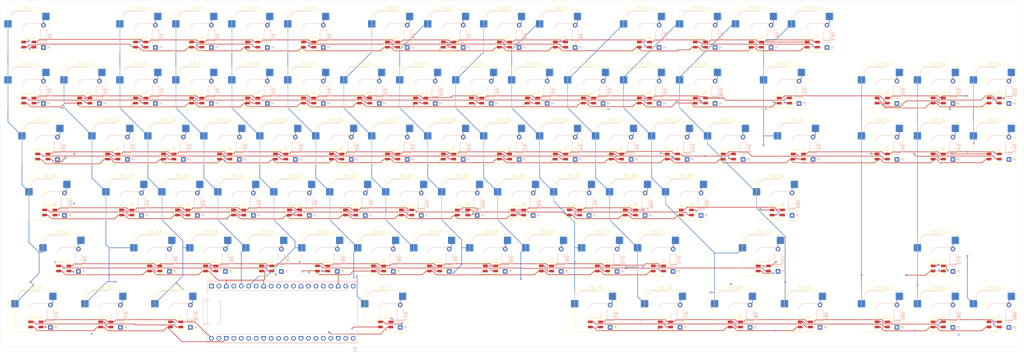
<source format=kicad_pcb>
(kicad_pcb (version 20241229) (generator "pcbnew") (generator_version "9.0")
  (layers (0 "F.Cu" signal) (4 "In1.Cu" signal) (6 "In2.Cu" signal) (2 "B.Cu" signal) (13 "F.Paste" user) (15 "B.Paste" user) (5 "F.SilkS" user "F.Silkscreen") (7 "B.SilkS" user "B.Silkscreen") (1 "F.Mask" user) (3 "B.Mask" user) (25 "Edge.Cuts" user))
  (net 0 "")
  (net 1 "COL10")
  (net 2 "GND")
  (net 3 "COL9")
  (net 4 "5V")
  (net 5 "COL3")
  (net 6 "ROW0")
  (net 7 "ROW2")
  (net 10 "COL1")
  (net 11 "COL14")
  (net 12 "RGB")
  (net 14 "COL13")
  (net 15 "COL15")
  (net 16 "COL11")
  (net 17 "COL0")
  (net 18 "COL5")
  (net 19 "ROW3")
  (net 20 "COL4")
  (net 21 "COL8")
  (net 22 "COL7")
  (net 25 "COL12")
  (net 27 "COL16")
  (net 28 "COL6")
  (net 29 "ROW4")
  (net 30 "ROW1")
  (net 32 "COL2")
  (net 34 "ROW5")
  (net 35 "Net-(D1-A)")
  (net 36 "Net-(D2-A)")
  (net 37 "Net-(D3-A)")
  (net 38 "Net-(D4-A)")
  (net 39 "Net-(D5-A)")
  (net 40 "Net-(D6-A)")
  (net 41 "Net-(D7-A)")
  (net 42 "Net-(D8-A)")
  (net 43 "Net-(D9-A)")
  (net 44 "Net-(D10-A)")
  (net 45 "Net-(D11-A)")
  (net 46 "Net-(D12-A)")
  (net 47 "Net-(D13-A)")
  (net 48 "Net-(D14-A)")
  (net 49 "Net-(D15-A)")
  (net 50 "Net-(D16-A)")
  (net 51 "Net-(D17-A)")
  (net 52 "Net-(D18-A)")
  (net 53 "Net-(D19-A)")
  (net 54 "Net-(D20-A)")
  (net 55 "Net-(D21-A)")
  (net 56 "Net-(D22-A)")
  (net 57 "Net-(D23-A)")
  (net 58 "Net-(D25-A)")
  (net 59 "Net-(D26-A)")
  (net 60 "Net-(D27-A)")
  (net 61 "Net-(D28-A)")
  (net 62 "Net-(D29-A)")
  (net 63 "Net-(D30-A)")
  (net 64 "Net-(D31-A)")
  (net 65 "Net-(D32-A)")
  (net 66 "Net-(D33-A)")
  (net 67 "Net-(D34-A)")
  (net 68 "Net-(D35-A)")
  (net 69 "Net-(D36-A)")
  (net 70 "Net-(D37-A)")
  (net 71 "Net-(D38-A)")
  (net 72 "Net-(D39-A)")
  (net 73 "Net-(D40-A)")
  (net 74 "Net-(D41-A)")
  (net 75 "Net-(D42-A)")
  (net 76 "Net-(D43-A)")
  (net 77 "Net-(D44-A)")
  (net 78 "Net-(D45-A)")
  (net 79 "Net-(D46-A)")
  (net 80 "Net-(D47-A)")
  (net 81 "Net-(D48-A)")
  (net 82 "Net-(D49-A)")
  (net 83 "Net-(D50-A)")
  (net 84 "Net-(D51-A)")
  (net 85 "Net-(D52-A)")
  (net 86 "Net-(D53-A)")
  (net 87 "Net-(D54-A)")
  (net 88 "Net-(D55-A)")
  (net 89 "Net-(D56-A)")
  (net 90 "Net-(D57-A)")
  (net 91 "Net-(D58-A)")
  (net 92 "Net-(D59-A)")
  (net 93 "Net-(D60-A)")
  (net 94 "Net-(D61-A)")
  (net 95 "Net-(D62-A)")
  (net 96 "Net-(D63-A)")
  (net 97 "Net-(D64-A)")
  (net 98 "Net-(D65-A)")
  (net 99 "Net-(D66-A)")
  (net 100 "Net-(D67-A)")
  (net 101 "Net-(D68-A)")
  (net 102 "Net-(D69-A)")
  (net 103 "Net-(D70-A)")
  (net 104 "Net-(D71-A)")
  (net 105 "Net-(D72-A)")
  (net 106 "Net-(D73-A)")
  (net 107 "Net-(D74-A)")
  (net 108 "Net-(D75-A)")
  (net 109 "Net-(D76-A)")
  (net 110 "Net-(D77-A)")
  (net 111 "Net-(D78-A)")
  (net 112 "Net-(D79-A)")
  (net 113 "Net-(D80-A)")
  (net 114 "Net-(D81-A)")
  (net 115 "Net-(D82-A)")
  (net 116 "Net-(D83-A)")
  (net 117 "Net-(D84-A)")
  (net 118 "Net-(D24-A)")
  (net 119 "RGB_1")
  (net 120 "RGB_2")
  (net 121 "RGB_3")
  (net 122 "RGB_4")
  (net 123 "RGB_5")
  (net 124 "RGB_6")
  (net 125 "Net-(LED1-DOUT)")
  (net 126 "Net-(LED2-DOUT)")
  (net 127 "Net-(LED3-DOUT)")
  (net 128 "Net-(LED4-DOUT)")
  (net 129 "Net-(LED5-DOUT)")
  (net 130 "Net-(LED6-DOUT)")
  (net 131 "Net-(LED7-DOUT)")
  (net 132 "Net-(LED8-DOUT)")
  (net 133 "Net-(LED10-DIN)")
  (net 134 "Net-(LED10-DOUT)")
  (net 135 "Net-(LED11-DOUT)")
  (net 136 "Net-(LED13-DOUT)")
  (net 137 "Net-(LED14-DOUT)")
  (net 138 "Net-(LED15-DOUT)")
  (net 139 "Net-(LED16-DOUT)")
  (net 140 "Net-(LED17-DOUT)")
  (net 141 "Net-(LED18-DOUT)")
  (net 142 "Net-(LED19-DOUT)")
  (net 143 "Net-(LED20-DOUT)")
  (net 144 "Net-(LED21-DOUT)")
  (net 145 "Net-(LED22-DOUT)")
  (net 146 "Net-(LED23-DOUT)")
  (net 147 "Net-(LED25-DOUT)")
  (net 148 "Net-(LED26-DOUT)")
  (net 149 "Net-(LED27-DOUT)")
  (net 150 "Net-(LED28-DOUT)")
  (net 151 "Net-(LED29-DOUT)")
  (net 152 "Net-(LED30-DOUT)")
  (net 153 "Net-(LED31-DOUT)")
  (net 154 "Net-(LED32-DOUT)")
  (net 155 "Net-(LED33-DOUT)")
  (net 156 "Net-(LED34-DOUT)")
  (net 157 "Net-(LED35-DOUT)")
  (net 158 "Net-(LED37-DOUT)")
  (net 159 "Net-(LED38-DOUT)")
  (net 160 "Net-(LED39-DOUT)")
  (net 161 "Net-(LED40-DOUT)")
  (net 162 "Net-(LED41-DOUT)")
  (net 163 "Net-(LED42-DOUT)")
  (net 164 "Net-(LED43-DOUT)")
  (net 165 "Net-(LED44-DOUT)")
  (net 166 "Net-(LED45-DOUT)")
  (net 167 "Net-(LED46-DOUT)")
  (net 168 "Net-(LED47-DOUT)")
  (net 169 "Net-(LED49-DOUT)")
  (net 170 "Net-(LED50-DOUT)")
  (net 171 "Net-(LED51-DOUT)")
  (net 172 "Net-(LED52-DOUT)")
  (net 173 "Net-(LED53-DOUT)")
  (net 174 "Net-(LED54-DOUT)")
  (net 175 "Net-(LED55-DOUT)")
  (net 176 "Net-(LED56-DOUT)")
  (net 177 "Net-(LED57-DOUT)")
  (net 178 "Net-(LED58-DOUT)")
  (net 179 "Net-(LED59-DOUT)")
  (net 180 "Net-(LED61-DOUT)")
  (net 181 "Net-(LED62-DOUT)")
  (net 182 "Net-(LED63-DOUT)")
  (net 183 "Net-(LED64-DOUT)")
  (net 184 "Net-(LED65-DOUT)")
  (net 185 "Net-(LED66-DOUT)")
  (net 186 "Net-(LED67-DOUT)")
  (net 187 "Net-(LED68-DOUT)")
  (net 188 "Net-(LED69-DOUT)")
  (net 189 "Net-(LED70-DOUT)")
  (net 190 "Net-(LED71-DOUT)")
  (net 191 "Net-(LED73-DOUT)")
  (net 192 "Net-(LED74-DOUT)")
  (net 193 "Net-(LED75-DOUT)")
  (net 194 "Net-(LED76-DOUT)")
  (net 195 "Net-(LED77-DOUT)")
  (net 196 "Net-(LED78-DOUT)")
  (net 197 "Net-(LED79-DOUT)")
  (net 198 "Net-(LED80-DOUT)")
  (net 199 "Net-(LED81-DOUT)")
  (net 200 "Net-(LED82-DOUT)")
  (net 201 "Net-(LED83-DOUT)")
  (footprint "LED_SMD:LED_SK6812MINI_PLCC4_3.5x3.5mm_P1.75mm" (layer "F.Cu") (at 270.58 128.6)
    (property "Reference" "LED71")
    (property "Value" "SK6812MINI")
  )
  (footprint "PCM_Switch_Keyboard_Hotswap_Kailh:SW_Hotswap_Kailh_MX_1.00u" (layer "F.Cu") (at 303.9175 47.9)
    (property "Reference" "SW_12")
    (property "Value" "F11")
  )
  (footprint "PCM_Switch_Keyboard_Hotswap_Kailh:SW_Hotswap_Kailh_MX_1.00u" (layer "F.Cu") (at 270.58 124.1)
    (property "Reference" "SW_71")
    (property "Value" "Minus")
  )
  (footprint "LED_SMD:LED_SK6812MINI_PLCC4_3.5x3.5mm_P1.75mm" (layer "F.Cu") (at 222.955 109.55)
    (property "Reference" "LED56")
    (property "Value" "SK6812MINI")
  )
  (footprint "PCM_Switch_Keyboard_Hotswap_Kailh:SW_Hotswap_Kailh_MX_1.00u" (layer "F.Cu") (at 346.78 86)
    (property "Reference" "SW_45")
    (property "Value" "Del")
  )
  (footprint "LED_SMD:LED_SK6812MINI_PLCC4_3.5x3.5mm_P1.75mm" (layer "F.Cu") (at 56.2675 52.4)
    (property "Reference" "LED1")
    (property "Value" "SK6812MINI")
  )
  (footprint "LED_SMD:LED_SK6812MINI_PLCC4_3.5x3.5mm_P1.75mm" (layer "F.Cu") (at 249.1488 147.65)
    (property "Reference" "LED78")
    (property "Value" "SK6812MINI")
  )
  (footprint "LED_SMD:LED_SK6812MINI_PLCC4_3.5x3.5mm_P1.75mm" (layer "F.Cu") (at 320.5863 147.65)
    (property "Reference" "LED81")
    (property "Value" "SK6812MINI")
  )
  (footprint "LED_SMD:LED_SK6812MINI_PLCC4_3.5x3.5mm_P1.75mm" (layer "F.Cu") (at 256.2925 90.5)
    (property "Reference" "LED41")
    (property "Value" "SK6812MINI")
  )
  (footprint "PCM_Switch_Keyboard_Hotswap_Kailh:SW_Hotswap_Kailh_MX_1.00u" (layer "F.Cu") (at 180.0925 86)
    (property "Reference" "SW_37")
    (property "Value" "Z")
  )
  (footprint "LED_SMD:LED_SK6812MINI_PLCC4_3.5x3.5mm_P1.75mm" (layer "F.Cu") (at 94.3675 71.45)
    (property "Reference" "LED16")
    (property "Value" "SK6812MINI")
  )
  (footprint "PCM_Switch_Keyboard_Hotswap_Kailh:SW_Hotswap_Kailh_MX_1.00u" (layer "F.Cu") (at 94.3675 66.95)
    (property "Reference" "SW_16")
    (property "Value" "Num2")
  )
  (footprint "PCM_Switch_Keyboard_Hotswap_Kailh:SW_Hotswap_Kailh_MX_2.25u" (layer "F.Cu") (at 311.0613 105.05)
    (property "Reference" "SW_60")
    (property "Value" "Enter")
  )
  (footprint "LED_SMD:LED_SK6812MINI_PLCC4_3.5x3.5mm_P1.75mm" (layer "F.Cu") (at 156.28 128.6)
    (property "Reference" "LED65")
    (property "Value" "SK6812MINI")
  )
  (footprint "PCM_Switch_Keyboard_Hotswap_Kailh:SW_Hotswap_Kailh_MX_1.00u" (layer "F.Cu") (at 56.2675 66.95)
    (property "Reference" "SW_14")
    (property "Value" "Caret")
  )
  (footprint "PCM_Switch_Keyboard_Hotswap_Kailh:SW_Hotswap_Kailh_MX_2.75u" (layer "F.Cu") (at 306.2988 124.1)
    (property "Reference" "SW_72")
    (property "Value" "RShift")
  )
  (footprint "PCM_Switch_Keyboard_Hotswap_Kailh:SW_Hotswap_Kailh_MX_1.00u" (layer "F.Cu") (at 199.1425 47.9)
    (property "Reference" "SW_7")
    (property "Value" "F6")
  )
  (footprint "PCM_Switch_Keyboard_Hotswap_Kailh:SW_Hotswap_Kailh_MX_1.00u" (layer "F.Cu") (at 294.3925 86)
    (property "Reference" "SW_43")
    (property "Value" "Plus")
  )
  (footprint "PCM_Switch_Keyboard_Hotswap_Kailh:SW_Hotswap_Kailh_MX_1.00u" (layer "F.Cu") (at 284.8675 47.9)
    (property "Reference" "SW_11")
    (property "Value" "F10")
  )
  (footprint "LED_SMD:LED_SK6812MINI_PLCC4_3.5x3.5mm_P1.75mm" (layer "F.Cu") (at 384.88 71.45)
    (property "Reference" "LED30")
    (property "Value" "SK6812MINI")
  )
  (footprint "LED_SMD:LED_SK6812MINI_PLCC4_3.5x3.5mm_P1.75mm" (layer "F.Cu") (at 246.7675 71.45)
    (property "Reference" "LED24")
    (property "Value" "SK6812MINI")
  )
  (footprint "LED_SMD:LED_SK6812MINI_PLCC4_3.5x3.5mm_P1.75mm" (layer "F.Cu") (at 103.8925 90.5)
    (property "Reference" "LED33")
    (property "Value" "SK6812MINI")
  )
  (footprint "LED_SMD:LED_SK6812MINI_PLCC4_3.5x3.5mm_P1.75mm" (layer "F.Cu") (at 141.9925 90.5)
    (property "Reference" "LED35")
    (property "Value" "SK6812MINI")
  )
  (footprint "LED_SMD:LED_SK6812MINI_PLCC4_3.5x3.5mm_P1.75mm" (layer "F.Cu") (at 365.83 128.6)
    (property "Reference" "LED73")
    (property "Value" "SK6812MINI")
  )
  (footprint "LED_SMD:LED_SK6812MINI_PLCC4_3.5x3.5mm_P1.75mm" (layer "F.Cu") (at 132.4675 52.4)
    (property "Reference" "LED4")
    (property "Value" "SK6812MINI")
  )
  (footprint "PCM_Switch_Keyboard_Hotswap_Kailh:SW_Hotswap_Kailh_MX_1.00u" (layer "F.Cu") (at 246.7675 66.95)
    (property "Reference" "SW_24")
    (property "Value" "Num0")
  )
  (footprint "PCM_Switch_Keyboard_Hotswap_Kailh:SW_Hotswap_Kailh_MX_1.00u" (layer "F.Cu") (at 384.88 143.15)
    (property "Reference" "SW_84")
    (property "Value" "Right")
  )
  (footprint "PCM_Switch_Keyboard_Hotswap_Kailh:SW_Hotswap_Kailh_MX_1.00u" (layer "F.Cu") (at 122.9425 86)
    (property "Reference" "SW_34")
    (property "Value" "E")
  )
  (footprint "PCM_Switch_Keyboard_Hotswap_Kailh:SW_Hotswap_Kailh_MX_1.00u" (layer "F.Cu") (at 184.855 105.05)
    (property "Reference" "SW_54")
    (property "Value" "H")
  )
  (footprint "LED_SMD:LED_SK6812MINI_PLCC4_3.5x3.5mm_P1.75mm" (layer "F.Cu") (at 75.3175 71.45)
    (property "Reference" "LED15")
    (property "Value" "SK6812MINI")
  )
  (footprint "PCM_Switch_Keyboard_Hotswap_Kailh:SW_Hotswap_Kailh_MX_1.00u" (layer "F.Cu") (at 89.605 105.05)
    (property "Reference" "SW_49")
    (property "Value" "A")
  )
  (footprint "LED_SMD:LED_SK6812MINI_PLCC4_3.5x3.5mm_P1.75mm" (layer "F.Cu") (at 99.13 128.6)
    (property "Reference" "LED62")
    (property "Value" "SK6812MINI")
  )
  (footprint "LED_SMD:LED_SK6812MINI_PLCC4_3.5x3.5mm_P1.75mm" (layer "F.Cu") (at 275.3425 90.5)
    (property "Reference" "LED42")
    (property "Value" "SK6812MINI")
  )
  (footprint "LED_SMD:LED_SK6812MINI_PLCC4_3.5x3.5mm_P1.75mm" (layer "F.Cu") (at 365.83 90.5)
    (property "Reference" "LED46")
    (property "Value" "SK6812MINI")
  )
  (footprint "LED_SMD:LED_SK6812MINI_PLCC4_3.5x3.5mm_P1.75mm" (layer "F.Cu") (at 56.2675 71.45)
    (property "Reference" "LED14")
    (property "Value" "SK6812MINI")
  )
  (footprint "PCM_Switch_Keyboard_Hotswap_Kailh:SW_Hotswap_Kailh_MX_1.00u" (layer "F.Cu") (at 151.5175 66.95)
    (property "Reference" "SW_19")
    (property "Value" "Num5")
  )
  (footprint "PCM_Switch_Keyboard_Hotswap_Kailh:SW_Hotswap_Kailh_MX_1.00u" (layer "F.Cu") (at 218.1925 47.9)
    (property "Reference" "SW_8")
    (property "Value" "F7")
  )
  (footprint "PCM_Switch_Keyboard_Hotswap_Kailh:SW_Hotswap_Kailh_MX_1.00u" (layer "F.Cu") (at 284.8675 66.95)
    (property "Reference" "SW_26")
    (property "Value" "Accent")
  )
  (footprint "LED_SMD:LED_SK6812MINI_PLCC4_3.5x3.5mm_P1.75mm" (layer "F.Cu") (at 94.3675 52.4)
    (property "Reference" "LED2")
    (property "Value" "SK6812MINI")
  )
  (footprint "PCM_Switch_Keyboard_Hotswap_Kailh:SW_Hotswap_Kailh_MX_1.00u" (layer "F.Cu") (at 322.9675 47.9)
    (property "Reference" "SW_13")
    (property "Value" "F12")
  )
  (footprint "LED_SMD:LED_SK6812MINI_PLCC4_3.5x3.5mm_P1.75mm" (layer "F.Cu") (at 84.8425 90.5)
    (property "Reference" "LED32")
    (property "Value" "SK6812MINI")
  )
  (footprint "LED_SMD:LED_SK6812MINI_PLCC4_3.5x3.5mm_P1.75mm" (layer "F.Cu") (at 227.7175 71.45)
    (property "Reference" "LED23")
    (property "Value" "SK6812MINI")
  )
  (footprint "PCM_Switch_Keyboard_Hotswap_Kailh:SW_Hotswap_Kailh_MX_1.00u" (layer "F.Cu") (at 103.8925 86)
    (property "Reference" "SW_33")
    (property "Value" "W")
  )
  (footprint "PCM_Switch_Keyboard_Hotswap_Kailh:SW_Hotswap_Kailh_MX_1.00u" (layer "F.Cu") (at 261.055 105.05)
    (property "Reference" "SW_58")
    (property "Value" "Ö")
  )
  (footprint "PCM_Switch_Keyboard_Hotswap_Kailh:SW_Hotswap_Kailh_MX_1.00u" (layer "F.Cu") (at 113.4175 66.95)
    (property "Reference" "SW_17")
    (property "Value" "Num3")
  )
  (footprint "PCM_Switch_Keyboard_Hotswap_Kailh:SW_Hotswap_Kailh_MX_1.00u" (layer "F.Cu") (at 237.2425 47.9)
    (property "Reference" "SW_9")
    (property "Value" "F8")
  )
  (footprint "LED_SMD:LED_SK6812MINI_PLCC4_3.5x3.5mm_P1.75mm" (layer "F.Cu") (at 384.88 90.5)
    (property "Reference" "LED47")
    (property "Value" "SK6812MINI")
  )
  (footprint "PCM_Switch_Keyboard_Hotswap_Kailh:SW_Hotswap_Kailh_MX_1.25u" (layer "F.Cu") (at 82.4613 143.15)
    (property "Reference" "SW_75")
    (property "Value" "Win")
  )
  (footprint "LED_SMD:LED_SK6812MINI_PLCC4_3.5x3.5mm_P1.75mm" (layer "F.Cu") (at 322.9675 52.4)
    (property "Reference" "LED13")
    (property "Value" "SK6812MINI")
  )
  (footprint "LED_SMD:LED_SK6812MINI_PLCC4_3.5x3.5mm_P1.75mm" (layer "F.Cu") (at 175.33 128.6)
    (property "Reference" "LED66")
    (property "Value" "SK6812MINI")
  )
  (footprint "LED_SMD:LED_SK6812MINI_PLCC4_3.5x3.5mm_P1.75mm" (layer "F.Cu") (at 108.655 109.55)
    (property "Reference" "LED50")
    (property "Value" "SK6812MINI")
  )
  (footprint "LED_SMD:LED_SK6812MINI_PLCC4_3.5x3.5mm_P1.75mm" (layer "F.Cu") (at 346.78 147.65)
    (property "Reference" "LED82")
    (property "Value" "SK6812MINI")
  )
  (footprint "PCM_Switch_Keyboard_Hotswap_Kailh:SW_Hotswap_Kailh_MX_1.25u" (layer "F.Cu") (at 272.9613 143.15)
    (property "Reference" "SW_79")
    (property "Value" "Mod")
  )
  (footprint "PCM_Switch_Keyboard_Hotswap_Kailh:SW_Hotswap_Kailh_MX_1.00u" (layer "F.Cu") (at 99.13 124.1)
    (property "Reference" "SW_62")
    (property "Value" "Y")
  )
  (footprint "LED_SMD:LED_SK6812MINI_PLCC4_3.5x3.5mm_P1.75mm" (layer "F.Cu") (at 170.5675 71.45)
    (property "Reference" "LED20")
    (property "Value" "SK6812MINI")
  )
  (footprint "PCM_Switch_Keyboard_Hotswap_Kailh:SW_Hotswap_Kailh_MX_1.00u" (layer "F.Cu") (at 346.78 143.15)
    (property "Reference" "SW_82")
    (property "Value" "Left")
  )
  (footprint "LED_SMD:LED_SK6812MINI_PLCC4_3.5x3.5mm_P1.75mm" (layer "F.Cu") (at 89.605 109.55)
    (property "Reference" "LED49")
    (property "Value" "SK6812MINI")
  )
  (footprint "LED_SMD:LED_SK6812MINI_PLCC4_3.5x3.5mm_P1.75mm" (layer "F.Cu") (at 311.0613 109.55)
    (property "Reference" "LED60")
    (property "Value" "SK6812MINI")
  )
  (footprint "PCM_Switch_Keyboard_Hotswap_Kailh:SW_Hotswap_Kailh_MX_1.00u" (layer "F.Cu") (at 175.33 124.1)
    (property "Reference" "SW_66")
    (property "Value" "B")
  )
  (footprint "LED_SMD:LED_SK6812MINI_PLCC4_3.5x3.5mm_P1.75mm" (layer "F.Cu") (at 199.1425 52.4)
    (property "Reference" "LED7")
    (property "Value" "SK6812MINI")
  )
  (footprint "LED_SMD:LED_SK6812MINI_PLCC4_3.5x3.5mm_P1.75mm" (layer "F.Cu") (at 151.5175 52.4)
    (property "Reference" "LED5")
    (property "Value" "SK6812MINI")
  )
  (footprint "LED_SMD:LED_SK6812MINI_PLCC4_3.5x3.5mm_P1.75mm" (layer "F.Cu") (at 284.8675 52.4)
    (property "Reference" "LED11")
    (property "Value" "SK6812MINI")
  )
  (footprint "LED_SMD:LED_SK6812MINI_PLCC4_3.5x3.5mm_P1.75mm" (layer "F.Cu") (at 118.18 128.6)
    (property "Reference" "LED63")
    (property "Value" "SK6812MINI")
  )
  (footprint "LED_SMD:LED_SK6812MINI_PLCC4_3.5x3.5mm_P1.75mm" (layer "F.Cu") (at 272.9613 147.65)
    (property "Reference" "LED79")
    (property "Value" "SK6812MINI")
  )
  (footprint "PCM_Switch_Keyboard_Hotswap_Kailh:SW_Hotswap_Kailh_MX_1.00u" (layer "F.Cu") (at 384.88 86)
    (property "Reference" "SW_47")
    (property "Value" "PageDown")
  )
  (footprint "PCM_Switch_Keyboard_Hotswap_Kailh:SW_Hotswap_Kailh_MX_1.00u" (layer "F.Cu") (at 141.9925 86)
    (property "Reference" "SW_35")
    (property "Value" "R")
  )
  (footprint "PCM_Switch_Keyboard_Hotswap_Kailh:SW_Hotswap_Kailh_MX_1.00u" (layer "F.Cu") (at 203.905 105.05)
    (property "Reference" "SW_55")
    (property "Value" "J")
  )
  (footprint "LED_SMD:LED_SK6812MINI_PLCC4_3.5x3.5mm_P1.75mm" (layer "F.Cu") (at 58.6488 147.65)
    (property "Reference" "LED74")
    (property "Value" "SK6812MINI")
  )
  (footprint "LED_SMD:LED_SK6812MINI_PLCC4_3.5x3.5mm_P1.75mm" (layer "F.Cu") (at 189.6175 71.45)
    (property "Reference" "LED21")
    (property "Value" "SK6812MINI")
  )
  (footprint "PCM_Switch_Keyboard_Hotswap_Kailh:SW_Hotswap_Kailh_MX_1.00u" (layer "F.Cu") (at 280.105 105.05)
    (property "Reference" "SW_59")
    (property "Value" "Ä")
  )
  (footprint "PCM_Switch_Keyboard_Hotswap_Kailh:SW_Hotswap_Kailh_MX_1.00u" (layer "F.Cu") (at 222.955 105.05)
    (property "Reference" "SW_56")
    (property "Value" "K")
  )
  (footprint "LED_SMD:LED_SK6812MINI_PLCC4_3.5x3.5mm_P1.75mm" (layer "F.Cu") (at 232.48 128.6)
    (property "Reference" "LED69")
    (property "Value" "SK6812MINI")
  )
  (footprint "PCM_Switch_Keyboard_Hotswap_Kailh:SW_Hotswap_Kailh_MX_1.00u" (layer "F.Cu") (at 218.1925 86)
    (property "Reference" "SW_39")
    (property "Value" "I")
  )
  (footprint "PCM_Switch_Keyboard_Hotswap_Kailh:SW_Hotswap_Kailh_MX_1.00u" (layer "F.Cu") (at 346.78 66.95)
    (property "Reference" "SW_28")
    (property "Value" "Paste")
  )
  (footprint "LED_SMD:LED_SK6812MINI_PLCC4_3.5x3.5mm_P1.75mm" (layer "F.Cu") (at 280.105 109.55)
    (property "Reference" "LED59")
    (property "Value" "SK6812MINI")
  )
  (footprint "LED_SMD:LED_SK6812MINI_PLCC4_3.5x3.5mm_P1.75mm" (layer "F.Cu") (at 242.005 109.55)
    (property "Reference" "LED57")
    (property "Value" "SK6812MINI")
  )
  (footprint "PCM_Switch_Keyboard_Hotswap_Kailh:SW_Hotswap_Kailh_MX_1.00u" (layer "F.Cu") (at 156.28 124.1)
    (property "Reference" "SW_65")
    (property "Value" "V")
  )
  (footprint "PCM_Switch_Keyboard_Hotswap_Kailh:SW_Hotswap_Kailh_MX_1.00u" (layer "F.Cu") (at 242.005 105.05)
    (property "Reference" "SW_57")
    (property "Value" "L")
  )
  (footprint "PCM_Switch_Keyboard_Hotswap_Kailh:SW_Hotswap_Kailh_MX_1.00u" (layer "F.Cu") (at 384.88 66.95)
    (property "Reference" "SW_30")
    (property "Value" "PageUp")
  )
  (footprint "PCM_Switch_Keyboard_Hotswap_Kailh:SW_Hotswap_Kailh_MX_1.00u" (layer "F.Cu") (at 161.0425 86)
    (property "Reference" "SW_36")
    (property "Value" "T")
  )
  (footprint "LED_SMD:LED_SK6812MINI_PLCC4_3.5x3.5mm_P1.75mm" (layer "F.Cu") (at 265.8175 52.4)
    (property "Reference" "LED10")
    (property "Value" "SK6812MINI")
  )
  (footprint "LED_SMD:LED_SK6812MINI_PLCC4_3.5x3.5mm_P1.75mm" (layer "F.Cu") (at 180.0925 90.5)
    (property "Reference" "LED37")
    (property "Value" "SK6812MINI")
  )
  (footprint "PCM_Switch_Keyboard_Hotswap_Kailh:SW_Hotswap_Kailh_MX_1.00u" (layer "F.Cu") (at 146.755 105.05)
    (property "Reference" "SW_52")
    (property "Value" "F")
  )
  (footprint "PCM_Switch_Keyboard_Hotswap_Kailh:SW_Hotswap_Kailh_MX_1.00u" (layer "F.Cu") (at 151.5175 47.9)
    (property "Reference" "SW_5")
    (property "Value" "F4")
  )
  (footprint "PCM_Switch_Keyboard_Hotswap_Kailh:SW_Hotswap_Kailh_MX_1.25u" (layer "F.Cu") (at 106.2738 143.15)
    (property "Reference" "SW_76")
    (property "Value" "Alt")
  )
  (footprint "LED_SMD:LED_SK6812MINI_PLCC4_3.5x3.5mm_P1.75mm" (layer "F.Cu") (at 113.4175 52.4)
    (property "Reference" "LED3")
    (property "Value" "SK6812MINI")
  )
  (footprint "LED_SMD:LED_SK6812MINI_PLCC4_3.5x3.5mm_P1.75mm" (layer "F.Cu") (at 384.88 147.65)
    (property "Reference" "LED84")
    (property "Value" "SK6812MINI")
  )
  (footprint "LED_SMD:LED_SK6812MINI_PLCC4_3.5x3.5mm_P1.75mm" (layer "F.Cu") (at 203.905 109.55)
    (property "Reference" "LED55")
    (property "Value" "SK6812MINI")
  )
  (footprint "PCM_Switch_Keyboard_Hotswap_Kailh:SW_Hotswap_Kailh_MX_1.00u" (layer "F.Cu") (at 118.18 124.1)
    (property "Reference" "SW_63")
    (property "Value" "X")
  )
  (footprint "LED_SMD:LED_SK6812MINI_PLCC4_3.5x3.5mm_P1.75mm" (layer "F.Cu") (at 180.0925 52.4)
    (property "Reference" "LED6")
    (property "Value" "SK6812MINI")
  )
  (footprint "LED_SMD:LED_SK6812MINI_PLCC4_3.5x3.5mm_P1.75mm" (layer "F.Cu") (at 365.83 71.45)
    (property "Reference" "LED29")
    (property "Value" "SK6812MINI")
  )
  (footprint "LED_SMD:LED_SK6812MINI_PLCC4_3.5x3.5mm_P1.75mm" (layer "F.Cu") (at 208.6675 71.45)
    (property "Reference" "LED22")
    (property "Value" "SK6812MINI")
  )
  (footprint "PCM_Switch_Keyboard_Hotswap_Kailh:SW_Hotswap_Kailh_MX_1.00u" (layer "F.Cu") (at 256.2925 86)
    (property "Reference" "SW_41")
    (property "Value" "P")
  )
  (footprint "LED_SMD:LED_SK6812MINI_PLCC4_3.5x3.5mm_P1.75mm" (layer "F.Cu") (at 213.43 128.6)
    (property "Reference" "LED68")
    (property "Value" "SK6812MINI")
  )
  (footprint "PCM_Switch_Keyboard_Hotswap_Kailh:SW_Hotswap_Kailh_MX_1.25u" (layer "F.Cu") (at 58.6488 143.15)
    (property "Reference" "SW_74")
    (property "Value" "Strg")
  )
  (footprint "PCM_Switch_Keyboard_Hotswap_Kailh:SW_Hotswap_Kailh_MX_1.00u" (layer "F.Cu") (at 127.705 105.05)
    (property "Reference" "SW_51")
    (property "Value" "D")
  )
  (footprint "LED_SMD:LED_SK6812MINI_PLCC4_3.5x3.5mm_P1.75mm" (layer "F.Cu") (at 218.1925 90.5)
    (property "Reference" "LED39")
    (property "Value" "SK6812MINI")
  )
  (footprint "PCM_Switch_Keyboard_Hotswap_Kailh:SW_Hotswap_Kailh_MX_1.00u" (layer "F.Cu") (at 94.3675 47.9)
    (property "Reference" "SW_2")
    (property "Value" "F1")
  )
  (footprint "PCM_Switch_Keyboard_Hotswap_Kailh:SW_Hotswap_Kailh_MX_2.25u" (layer "F.Cu") (at 68.1738 124.1)
    (property "Reference" "SW_61")
    (property "Value" "Shift")
  )
  (footprint "PCM_Switch_Keyboard_Hotswap_Kailh:SW_Hotswap_Kailh_MX_1.25u" (layer "F.Cu") (at 249.1488 143.15)
    (property "Reference" "SW_78")
    (property "Value" "AltGr")
  )
  (footprint "PCM_Switch_Keyboard_Hotswap_Kailh:SW_Hotswap_Kailh_MX_1.00u" (layer "F.Cu") (at 213.43 124.1)
    (property "Reference" "SW_68")
    (property "Value" "M")
  )
  (footprint "PCM_Switch_Keyboard_Hotswap_Kailh:SW_Hotswap_Kailh_MX_1.00u" (layer "F.Cu") (at 165.805 105.05)
    (property "Reference" "SW_53")
    (property "Value" "G")
  )
  (footprint "PCM_Switch_Keyboard_Hotswap_Kailh:SW_Hotswap_Kailh_MX_1.00u" (layer "F.Cu") (at 232.48 124.1)
    (property "Reference" "SW_69")
    (property "Value" "Comma")
  )
  (footprint "LED_SMD:LED_SK6812MINI_PLCC4_3.5x3.5mm_P1.75mm" (layer "F.Cu") (at 313.4425 71.45)
    (property "Reference" "LED27")
    (property "Value" "SK6812MINI")
  )
  (footprint "LED_SMD:LED_SK6812MINI_PLCC4_3.5x3.5mm_P1.75mm" (layer "F.Cu") (at 346.78 90.5)
    (property "Reference" "LED45")
    (property "Value" "SK6812MINI")
  )
  (footprint "LED_SMD:LED_SK6812MINI_PLCC4_3.5x3.5mm_P1.75mm" (layer "F.Cu") (at 68.1738 128.6)
    (property "Reference" "LED61")
    (property "Value" "SK6812MINI")
  )
  (footprint "PCM_Switch_Keyboard_Hotswap_Kailh:SW_Hotswap_Kailh_MX_1.75u" (layer "F.Cu") (at 63.4113 105.05)
    (property "Reference" "SW_48")
    (property "Value" "Caps")
  )
  (footprint "PCM_Switch_Keyboard_Hotswap_Kailh:SW_Hotswap_Kailh_MX_1.00u" (layer "F.Cu") (at 365.83 66.95)
    (property "Reference" "SW_29")
    (property "Value" "Pos1")
  )
  (footprint "LED_SMD:LED_SK6812MINI_PLCC4_3.5x3.5mm_P1.75mm" (layer "F.Cu") (at 199.1425 90.5)
    (property "Reference" "LED38")
    (property "Value" "SK6812MINI")
  )
  (footprint "PCM_Switch_Keyboard_Hotswap_Kailh:SW_Hotswap_Kailh_MX_1.00u" (layer "F.Cu") (at 108.655 105.05)
    (property "Reference" "SW_50")
    (property "Value" "S")
  )
  (footprint "LED_SMD:LED_SK6812MINI_PLCC4_3.5x3.5mm_P1.75mm" (layer "F.Cu") (at 265.8175 71.45)
    (property "Reference" "LED25")
    (property "Value" "SK6812MINI")
  )
  (footprint "LED_SMD:LED_SK6812MINI_PLCC4_3.5x3.5mm_P1.75mm" (layer "F.Cu") (at 365.83 147.65)
    (property "Reference" "LED83")
    (property "Value" "SK6812MINI")
  )
  (footprint "LED_SMD:LED_SK6812MINI_PLCC4_3.5x3.5mm_P1.75mm" (layer "F.Cu") (at 165.805 109.55)
    (property "Reference" "LED53")
    (property "Value" "SK6812MINI")
  )
  (footprint "PCM_Switch_Keyboard_Hotswap_Kailh:SW_Hotswap_Kailh_MX_1.00u" (layer "F.Cu") (at 170.5675 66.95)
    (property "Reference" "SW_20")
    (property "Value" "Num6")
  )
  (footprint "PCM_Switch_Keyboard_Hotswap_Kailh:SW_Hotswap_Kailh_MX_1.00u" (layer "F.Cu") (at 75.3175 66.95)
    (property "Reference" "SW_15")
    (property "Value" "Num1")
  )
  (footprint "PCM_Switch_Keyboard_Hotswap_Kailh:SW_Hotswap_Kailh_MX_1.00u" (layer "F.Cu") (at 84.8425 86)
    (property "Reference" "SW_32")
    (property "Value" "Q")
  )
  (footprint "LED_SMD:LED_SK6812MINI_PLCC4_3.5x3.5mm_P1.75mm" (layer "F.Cu") (at 113.4175 71.45)
    (property "Reference" "LED17")
    (property "Value" "SK6812MINI")
  )
  (footprint "LED_SMD:LED_SK6812MINI_PLCC4_3.5x3.5mm_P1.75mm" (layer "F.Cu") (at 218.1925 52.4)
    (property "Reference" "LED8")
    (property "Value" "SK6812MINI")
  )
  (footprint "PCM_Switch_Keyboard_Hotswap_Kailh:SW_Hotswap_Kailh_MX_1.00u" (layer "F.Cu") (at 56.2675 47.9)
    (property "Reference" "SW_1")
    (property "Value" "ESC")
  )
  (footprint "LED_SMD:LED_SK6812MINI_PLCC4_3.5x3.5mm_P1.75mm" (layer "F.Cu") (at 151.5175 71.45)
    (property "Reference" "LED19")
    (property "Value" "SK6812MINI")
  )
  (footprint "LED_SMD:LED_SK6812MINI_PLCC4_3.5x3.5mm_P1.75mm" (layer "F.Cu") (at 261.055 109.55)
    (property "Reference" "LED58")
    (property "Value" "SK6812MINI")
  )
  (footprint "LED_SMD:LED_SK6812MINI_PLCC4_3.5x3.5mm_P1.75mm" (layer "F.Cu") (at 184.855 109.55)
    (property "Reference" "LED54")
    (property "Value" "SK6812MINI")
  )
  (footprint "LED_SMD:LED_SK6812MINI_PLCC4_3.5x3.5mm_P1.75mm" (layer "F.Cu") (at 82.4613 147.65)
    (property "Reference" "LED75")
    (property "Value" "SK6812MINI")
  )
  (footprint "PCM_Switch_Keyboard_Hotswap_Kailh:SW_Hotswap_Kailh_MX_1.00u" (layer "F.Cu") (at 365.83 143.15)
    (property "Reference" "SW_83")
    (property "Value" "Down")
  )
  (footprint "LED_SMD:LED_SK6812MINI_PLCC4_3.5x3.5mm_P1.75mm" (layer "F.Cu") (at 177.7113 147.65)
    (property "Reference" "LED77")
    (property "Value" "SK6812MINI")
  )
  (footprint "LED_SMD:LED_SK6812MINI_PLCC4_3.5x3.5mm_P1.75mm" (layer "F.Cu") (at 346.78 71.45)
    (property "Reference" "LED28")
    (property "Value" "SK6812MINI")
  )
  (footprint "PCM_Switch_Keyboard_Hotswap_Kailh:SW_Hotswap_Kailh_MX_1.25u" (layer "F.Cu") (at 320.5863 143.15)
    (property "Reference" "SW_81")
    (property "Value" "RStrg")
  )
  (footprint "PCM_Switch_Keyboard_Hotswap_Kailh:SW_Hotswap_Kailh_MX_1.50u" (layer "F.Cu") (at 318.205 86)
    (property "Reference" "SW_44")
    (property "Value" "Hashtag")
  )
  (footprint "PCM_Switch_Keyboard_Hotswap_Kailh:SW_Hotswap_Kailh_MX_1.00u" (layer "F.Cu") (at 227.7175 66.95)
    (property "Reference" "SW_23")
    (property "Value" "Num9")
  )
  (footprint "LED_SMD:LED_SK6812MINI_PLCC4_3.5x3.5mm_P1.75mm" (layer "F.Cu") (at 161.0425 90.5)
    (property "Reference" "LED36")
    (property "Value" "SK6812MINI")
  )
  (footprint "LED_SMD:LED_SK6812MINI_PLCC4_3.5x3.5mm_P1.75mm" (layer "F.Cu") (at 146.755 109.55)
    (property "Reference" "LED52")
    (property "Value" "SK6812MINI")
  )
  (footprint "LED_SMD:LED_SK6812MINI_PLCC4_3.5x3.5mm_P1.75mm" (layer "F.Cu") (at 194.38 128.6)
    (property "Reference" "LED67")
    (property "Value" "SK6812MINI")
  )
  (footprint "PCM_Switch_Keyboard_Hotswap_Kailh:SW_Hotswap_Kailh_MX_1.00u" (layer "F.Cu") (at 132.4675 66.95)
    (property "Reference" "SW_18")
    (property "Value" "Num4")
  )
  (footprint "PCM_Switch_Keyboard_Hotswap_Kailh:SW_Hotswap_Kailh_MX_1.00u" (layer "F.Cu") (at 237.2425 86)
    (property "Reference" "SW_40")
    (property "Value" "O")
  )
  (footprint "PCM_Switch_Keyboard_Hotswap_Kailh:SW_Hotswap_Kailh_MX_1.00u" (layer "F.Cu") (at 194.38 124.1)
    (property "Reference" "SW_67")
    (property "Value" "N")
  )
  (footprint "LED_SMD:LED_SK6812MINI_PLCC4_3.5x3.5mm_P1.75mm" (layer "F.Cu") (at 284.8675 71.45)
    (property "Reference" "LED26")
    (property "Value" "SK6812MINI")
  )
  (footprint "PCM_Switch_Keyboard_Hotswap_Kailh:SW_Hotswap_Kailh_MX_1.00u" (layer "F.Cu") (at 113.4175 47.9)
    (property "Reference" "SW_3")
    (property "Value" "F2")
  )
  (footprint "PCM_Switch_Keyboard_Hotswap_Kailh:SW_Hotswap_Kailh_MX_1.00u" (layer "F.Cu") (at 275.3425 86)
    (property "Reference" "SW_42")
    (property "Value" "Ü")
  )
  (footprint "PCM_Switch_Keyboard_Hotswap_Kailh:SW_Hotswap_Kailh_MX_2.00u" (layer "F.Cu") (at 313.4425 66.95)
    (property "Reference" "SW_27")
    (property "Value" "Backspace")
  )
  (footprint "LED_SMD:LED_SK6812MINI_PLCC4_3.5x3.5mm_P1.75mm" (layer "F.Cu") (at 106.2738 147.65)
    (property "Reference" "LED76")
    (property "Value" "SK6812MINI")
  )
  (footprint "LED_SMD:LED_SK6812MINI_PLCC4_3.5x3.5mm_P1.75mm" (layer "F.Cu") (at 251.53 128.6)
    (property "Reference" "LED70")
    (property "Value" "SK6812MINI")
  )
  (footprint "PCM_Switch_Keyboard_Hotswap_Kailh:SW_Hotswap_Kailh_MX_1.00u" (layer "F.Cu") (at 132.4675 47.9)
    (property "Reference" "SW_4")
    (property "Value" "F3")
  )
  (footprint "LED_SMD:LED_SK6812MINI_PLCC4_3.5x3.5mm_P1.75mm" (layer "F.Cu") (at 237.2425 52.4)
    (property "Reference" "LED9")
    (property "Value" "SK6812MINI")
  )
  (footprint "PCM_Switch_Keyboard_Hotswap_Kailh:SW_Hotswap_Kailh_MX_1.00u" (layer "F.Cu") (at 137.23 124.1)
    (property "Reference" "SW_64")
    (property "Value" "C")
  )
  (footprint "LED_SMD:LED_SK6812MINI_PLCC4_3.5x3.5mm_P1.75mm" (layer "F.Cu") (at 237.2425 90.5)
    (property "Reference" "LED40")
    (property "Value" "SK6812MINI")
  )
  (footprint "LED_SMD:LED_SK6812MINI_PLCC4_3.5x3.5mm_P1.75mm" (layer "F.Cu") (at 122.9425 90.5)
    (property "Reference" "LED34")
    (property "Value" "SK6812MINI")
  )
  (footprint "PCM_Switch_Keyboard_Hotswap_Kailh:SW_Hotswap_Kailh_MX_1.25u" (layer "F.Cu") (at 296.7738 143.15)
    (property "Reference" "SW_80")
    (property "Value" "RWin")
  )
  (footprint "PCM_Switch_Keyboard_Hotswap_Kailh:SW_Hotswap_Kailh_MX_1.00u" (layer "F.Cu") (at 180.0925 47.9)
    (property "Reference" "SW_6")
    (property "Value" "F5")
  )
  (footprint "LED_SMD:LED_SK6812MINI_PLCC4_3.5x3.5mm_P1.75mm" (layer "F.Cu") (at 132.4675 71.45)
    (property "Reference" "LED18")
    (property "Value" "SK6812MINI")
  )
  (footprint "PCM_Switch_Keyboard_Hotswap_Kailh:SW_Hotswap_Kailh_MX_1.00u" (layer "F.Cu") (at 189.6175 66.95)
    (property "Reference" "SW_21")
    (property "Value" "Num7")
  )
  (footprint "LED_SMD:LED_SK6812MINI_PLCC4_3.5x3.5mm_P1.75mm" (layer "F.Cu") (at 63.4113 109.55)
    (property "Reference" "LED48")
    (property "Value" "SK6812MINI")
  )
  (footprint "PCM_Switch_Keyboard_Hotswap_Kailh:SW_Hotswap_Kailh_MX_6.25u" (layer "F.Cu") (at 177.7113 143.15)
    (property "Reference" "SW_77")
    (property "Value" "Space")
  )
  (footprint "PCM_Switch_Keyboard_Hotswap_Kailh:SW_Hotswap_Kailh_MX_1.00u" (layer "F.Cu") (at 365.83 124.1)
    (property "Reference" "SW_73")
    (property "Value" "Up")
  )
  (footprint "PCM_Switch_Keyboard_Hotswap_Kailh:SW_Hotswap_Kailh_MX_1.00u" (layer "F.Cu") (at 365.83 86)
    (property "Reference" "SW_46")
    (property "Value" "End")
  )
  (footprint "PCM_Switch_Keyboard_Hotswap_Kailh:SW_Hotswap_Kailh_MX_1.50u" (layer "F.Cu") (at 61.03 86)
    (property "Reference" "SW_31")
    (property "Value" "Tab")
  )
  (footprint "LED_SMD:LED_SK6812MINI_PLCC4_3.5x3.5mm_P1.75mm" (layer "F.Cu") (at 318.205 90.5)
    (property "Reference" "LED44")
    (property "Value" "SK6812MINI")
  )
  (footprint "LED_SMD:LED_SK6812MINI_PLCC4_3.5x3.5mm_P1.75mm" (layer "F.Cu") (at 61.03 90.5)
    (property "Reference" "LED31")
    (property "Value" "SK6812MINI")
  )
  (footprint "PCM_Switch_Keyboard_Hotswap_Kailh:SW_Hotswap_Kailh_MX_1.00u" (layer "F.Cu") (at 199.1425 86)
    (property "Reference" "SW_38")
    (property "Value" "U")
  )
  (footprint "LED_SMD:LED_SK6812MINI_PLCC4_3.5x3.5mm_P1.75mm" (layer "F.Cu") (at 296.7738 147.65)
    (property "Reference" "LED80")
    (property "Value" "SK6812MINI")
  )
  (footprint "PCM_Switch_Keyboard_Hotswap_Kailh:SW_Hotswap_Kailh_MX_1.00u" (layer "F.Cu") (at 265.8175 66.95)
    (property "Reference" "SW_25")
    (property "Value" "Sz")
  )
  (footprint "LED_SMD:LED_SK6812MINI_PLCC4_3.5x3.5mm_P1.75mm" (layer "F.Cu") (at 294.3925 90.5)
    (property "Reference" "LED43")
    (property "Value" "SK6812MINI")
  )
  (footprint "PCM_Switch_Keyboard_Hotswap_Kailh:SW_Hotswap_Kailh_MX_1.00u" (layer "F.Cu") (at 265.8175 47.9)
    (property "Reference" "SW_10")
    (property "Value" "F9")
  )
  (footprint "PCM_Switch_Keyboard_Hotswap_Kailh:SW_Hotswap_Kailh_MX_1.00u" (layer "F.Cu") (at 208.6675 66.95)
    (property "Reference" "SW_22")
    (property "Value" "Num8")
  )
  (footprint "LED_SMD:LED_SK6812MINI_PLCC4_3.5x3.5mm_P1.75mm" (layer "F.Cu") (at 303.9175 52.4)
    (property "Reference" "LED12")
    (property "Value" "SK6812MINI")
  )
  (footprint "PCM_Switch_Keyboard_Hotswap_Kailh:SW_Hotswap_Kailh_MX_1.00u" (layer "F.Cu") (at 251.53 124.1)
    (property "Reference" "SW_70")
    (property "Value" "Period")
  )
  (footprint "LED_SMD:LED_SK6812MINI_PLCC4_3.5x3.5mm_P1.75mm" (layer "F.Cu") (at 137.23 128.6)
    (property "Reference" "LED64")
    (property "Value" "SK6812MINI")
  )
  (footprint "LED_SMD:LED_SK6812MINI_PLCC4_3.5x3.5mm_P1.75mm" (layer "F.Cu") (at 127.705 109.55)
    (property "Reference" "LED51")
    (property "Value" "SK6812MINI")
  )
  (footprint "LED_SMD:LED_SK6812MINI_PLCC4_3.5x3.5mm_P1.75mm" (layer "F.Cu") (at 306.2988 128.6)
    (property "Reference" "LED72")
    (property "Value" "SK6812MINI")
  )
  (footprint "Diode_THT:D_DO-35_SOD27_P7.62mm_Horizontal" (layer "B.Cu") (at 254.1488 148.65 90)
    (property "Reference" "D78")
    (property "Value" "D")
  )
  (footprint "Diode_THT:D_DO-35_SOD27_P7.62mm_Horizontal" (layer "B.Cu") (at 166.0425 91.5 90)
    (property "Reference" "D36")
    (property "Value" "D")
  )
  (footprint "Diode_THT:D_DO-35_SOD27_P7.62mm_Horizontal" (layer "B.Cu") (at 213.6675 72.45 90)
    (property "Reference" "D22")
    (property "Value" "D")
  )
  (footprint "Diode_THT:D_DO-35_SOD27_P7.62mm_Horizontal" (layer "B.Cu") (at 242.2425 91.5 90)
    (property "Reference" "D40")
    (property "Value" "D")
  )
  (footprint "Diode_THT:D_DO-35_SOD27_P7.62mm_Horizontal" (layer "B.Cu") (at 151.755 110.55 90)
    (property "Reference" "D52")
    (property "Value" "D")
  )
  (footprint "Diode_THT:D_DO-35_SOD27_P7.62mm_Horizontal" (layer "B.Cu") (at 289.8675 72.45 90)
    (property "Reference" "D26")
    (property "Value" "D")
  )
  (footprint "Diode_THT:D_DO-35_SOD27_P7.62mm_Horizontal" (layer "B.Cu") (at 94.605 110.55 90)
    (property "Reference" "D49")
    (property "Value" "D")
  )
  (footprint "Diode_THT:D_DO-35_SOD27_P7.62mm_Horizontal" (layer "B.Cu") (at 156.5175 72.45 90)
    (property "Reference" "D19")
    (property "Value" "D")
  )
  (footprint "Diode_THT:D_DO-35_SOD27_P7.62mm_Horizontal" (layer "B.Cu") (at 370.83 148.65 90)
    (property "Reference" "D83")
    (property "Value" "D")
  )
  (footprint "Diode_THT:D_DO-35_SOD27_P7.62mm_Horizontal" (layer "B.Cu") (at 156.5175 53.4 90)
    (property "Reference" "D5")
    (property "Value" "D")
  )
  (footprint "Diode_THT:D_DO-35_SOD27_P7.62mm_Horizontal" (layer "B.Cu") (at 311.2988 129.6 90)
    (property "Reference" "D72")
    (property "Value" "D")
  )
  (footprint "Diode_THT:D_DO-35_SOD27_P7.62mm_Horizontal" (layer "B.Cu") (at 323.205 91.5 90)
    (property "Reference" "D44")
    (property "Value" "D")
  )
  (footprint "Diode_THT:D_DO-35_SOD27_P7.62mm_Horizontal" (layer "B.Cu") (at 223.1925 91.5 90)
    (property "Reference" "D39")
    (property "Value" "D")
  )
  (footprint "Diode_THT:D_DO-35_SOD27_P7.62mm_Horizontal" (layer "B.Cu") (at 185.0925 53.4 90)
    (property "Reference" "D6")
    (property "Value" "D")
  )
  (footprint "Diode_THT:D_DO-35_SOD27_P7.62mm_Horizontal" (layer "B.Cu") (at 111.2738 148.65 90)
    (property "Reference" "D76")
    (property "Value" "D")
  )
  (footprint "Diode_THT:D_DO-35_SOD27_P7.62mm_Horizontal" (layer "B.Cu") (at 351.78 148.65 90)
    (property "Reference" "D82")
    (property "Value" "D")
  )
  (footprint "Diode_THT:D_DO-35_SOD27_P7.62mm_Horizontal" (layer "B.Cu") (at 204.1425 91.5 90)
    (property "Reference" "D38")
    (property "Value" "D")
  )
  (footprint "Diode_THT:D_DO-35_SOD27_P7.62mm_Horizontal" (layer "B.Cu") (at 63.6488 148.65 90)
    (property "Reference" "D74")
    (property "Value" "D")
  )
  (footprint "Diode_THT:D_DO-35_SOD27_P7.62mm_Horizontal" (layer "B.Cu") (at 137.4675 53.4 90)
    (property "Reference" "D4")
    (property "Value" "D")
  )
  (footprint "Diode_THT:D_DO-35_SOD27_P7.62mm_Horizontal" (layer "B.Cu") (at 218.43 129.6 90)
    (property "Reference" "D68")
    (property "Value" "D")
  )
  (footprint "Diode_THT:D_DO-35_SOD27_P7.62mm_Horizontal" (layer "B.Cu") (at 308.9175 53.4 90)
    (property "Reference" "D12")
    (property "Value" "D")
  )
  (footprint "Diode_THT:D_DO-35_SOD27_P7.62mm_Horizontal" (layer "B.Cu") (at 68.4113 110.55 90)
    (property "Reference" "D48")
    (property "Value" "D")
  )
  (footprint "Diode_THT:D_DO-35_SOD27_P7.62mm_Horizontal" (layer "B.Cu") (at 301.7738 148.65 90)
    (property "Reference" "D80")
    (property "Value" "D")
  )
  (footprint "Diode_THT:D_DO-35_SOD27_P7.62mm_Horizontal" (layer "B.Cu") (at 351.78 72.45 90)
    (property "Reference" "D28")
    (property "Value" "D")
  )
  (footprint "Module:RaspberryPi_Pico_Common_THT" (layer "B.Cu") (at 118.4325 134.61 -90)
    (property "Reference" "A1")
    (property "Value" "RaspberryPi_Pico")
  )
  (footprint "Diode_THT:D_DO-35_SOD27_P7.62mm_Horizontal" (layer "B.Cu") (at 285.105 110.55 90)
    (property "Reference" "D59")
    (property "Value" "D")
  )
  (footprint "Diode_THT:D_DO-35_SOD27_P7.62mm_Horizontal" (layer "B.Cu") (at 325.5863 148.65 90)
    (property "Reference" "D81")
    (property "Value" "D")
  )
  (footprint "Diode_THT:D_DO-35_SOD27_P7.62mm_Horizontal" (layer "B.Cu") (at 351.78 91.5 90)
    (property "Reference" "D45")
    (property "Value" "D")
  )
  (footprint "Diode_THT:D_DO-35_SOD27_P7.62mm_Horizontal" (layer "B.Cu") (at 180.33 129.6 90)
    (property "Reference" "D66")
    (property "Value" "D")
  )
  (footprint "Diode_THT:D_DO-35_SOD27_P7.62mm_Horizontal" (layer "B.Cu") (at 266.055 110.55 90)
    (property "Reference" "D58")
    (property "Value" "D")
  )
  (footprint "Diode_THT:D_DO-35_SOD27_P7.62mm_Horizontal" (layer "B.Cu") (at 99.3675 53.4 90)
    (property "Reference" "D2")
    (property "Value" "D")
  )
  (footprint "Diode_THT:D_DO-35_SOD27_P7.62mm_Horizontal" (layer "B.Cu") (at 104.13 129.6 90)
    (property "Reference" "D62")
    (property "Value" "D")
  )
  (footprint "Diode_THT:D_DO-35_SOD27_P7.62mm_Horizontal" (layer "B.Cu") (at 389.88 148.65 90)
    (property "Reference" "D84")
    (property "Value" "D")
  )
  (footprint "Diode_THT:D_DO-35_SOD27_P7.62mm_Horizontal" (layer "B.Cu") (at 232.7175 72.45 90)
    (property "Reference" "D23")
    (property "Value" "D")
  )
  (footprint "Diode_THT:D_DO-35_SOD27_P7.62mm_Horizontal" (layer "B.Cu") (at 270.8175 53.4 90)
    (property "Reference" "D10")
    (property "Value" "D")
  )
  (footprint "Diode_THT:D_DO-35_SOD27_P7.62mm_Horizontal" (layer "B.Cu") (at 251.7675 72.45 90)
    (property "Reference" "D24")
    (property "Value" "D")
  )
  (footprint "Diode_THT:D_DO-35_SOD27_P7.62mm_Horizontal" (layer "B.Cu") (at 146.9925 91.5 90)
    (property "Reference" "D35")
    (property "Value" "D")
  )
  (footprint "Diode_THT:D_DO-35_SOD27_P7.62mm_Horizontal" (layer "B.Cu") (at 227.955 110.55 90)
    (property "Reference" "D56")
    (property "Value" "D")
  )
  (footprint "Diode_THT:D_DO-35_SOD27_P7.62mm_Horizontal" (layer "B.Cu") (at 66.03 91.5 90)
    (property "Reference" "D31")
    (property "Value" "D")
  )
  (footprint "Diode_THT:D_DO-35_SOD27_P7.62mm_Horizontal" (layer "B.Cu") (at 137.4675 72.45 90)
    (property "Reference" "D18")
    (property "Value" "D")
  )
  (footprint "Diode_THT:D_DO-35_SOD27_P7.62mm_Horizontal" (layer "B.Cu") (at 223.1925 53.4 90)
    (property "Reference" "D8")
    (property "Value" "D")
  )
  (footprint "Diode_THT:D_DO-35_SOD27_P7.62mm_Horizontal" (layer "B.Cu") (at 161.28 129.6 90)
    (property "Reference" "D65")
    (property "Value" "D")
  )
  (footprint "Diode_THT:D_DO-35_SOD27_P7.62mm_Horizontal" (layer "B.Cu") (at 142.23 129.6 90)
    (property "Reference" "D64")
    (property "Value" "D")
  )
  (footprint "Diode_THT:D_DO-35_SOD27_P7.62mm_Horizontal" (layer "B.Cu") (at 61.2675 53.4 90)
    (property "Reference" "D1")
    (property "Value" "D")
  )
  (footprint "Diode_THT:D_DO-35_SOD27_P7.62mm_Horizontal" (layer "B.Cu") (at 370.83 129.6 90)
    (property "Reference" "D73")
    (property "Value" "D")
  )
  (footprint "Diode_THT:D_DO-35_SOD27_P7.62mm_Horizontal" (layer "B.Cu") (at 370.83 91.5 90)
    (property "Reference" "D46")
    (property "Value" "D")
  )
  (footprint "Diode_THT:D_DO-35_SOD27_P7.62mm_Horizontal" (layer "B.Cu") (at 389.88 72.45 90)
    (property "Reference" "D30")
    (property "Value" "D")
  )
  (footprint "Diode_THT:D_DO-35_SOD27_P7.62mm_Horizontal" (layer "B.Cu") (at 199.38 129.6 90)
    (property "Reference" "D67")
    (property "Value" "D")
  )
  (footprint "Diode_THT:D_DO-35_SOD27_P7.62mm_Horizontal" (layer "B.Cu") (at 175.5675 72.45 90)
    (property "Reference" "D20")
    (property "Value" "D")
  )
  (footprint "Diode_THT:D_DO-35_SOD27_P7.62mm_Horizontal" (layer "B.Cu") (at 182.7113 148.65 90)
    (property "Reference" "D77")
    (property "Value" "D")
  )
  (footprint "Diode_THT:D_DO-35_SOD27_P7.62mm_Horizontal" (layer "B.Cu") (at 123.18 129.6 90)
    (property "Reference" "D63")
    (property "Value" "D")
  )
  (footprint "Diode_THT:D_DO-35_SOD27_P7.62mm_Horizontal" (layer "B.Cu") (at 99.3675 72.45 90)
    (property "Reference" "D16")
    (property "Value" "D")
  )
  (footprint "Diode_THT:D_DO-35_SOD27_P7.62mm_Horizontal" (layer "B.Cu") (at 237.48 129.6 90)
    (property "Reference" "D69")
    (property "Value" "D")
  )
  (footprint "Diode_THT:D_DO-35_SOD27_P7.62mm_Horizontal" (layer "B.Cu") (at 194.6175 72.45 90)
    (property "Reference" "D21")
    (property "Value" "D")
  )
  (footprint "Diode_THT:D_DO-35_SOD27_P7.62mm_Horizontal" (layer "B.Cu") (at 118.4175 53.4 90)
    (property "Reference" "D3")
    (property "Value" "D")
  )
  (footprint "Diode_THT:D_DO-35_SOD27_P7.62mm_Horizontal" (layer "B.Cu") (at 316.0613 110.55 90)
    (property "Reference" "D60")
    (property "Value" "D")
  )
  (footprint "Diode_THT:D_DO-35_SOD27_P7.62mm_Horizontal" (layer "B.Cu") (at 256.53 129.6 90)
    (property "Reference" "D70")
    (property "Value" "D")
  )
  (footprint "Diode_THT:D_DO-35_SOD27_P7.62mm_Horizontal" (layer "B.Cu") (at 277.9613 148.65 90)
    (property "Reference" "D79")
    (property "Value" "D")
  )
  (footprint "Diode_THT:D_DO-35_SOD27_P7.62mm_Horizontal" (layer "B.Cu") (at 73.1738 129.6 90)
    (property "Reference" "D61")
    (property "Value" "D")
  )
  (footprint "Diode_THT:D_DO-35_SOD27_P7.62mm_Horizontal" (layer "B.Cu") (at 318.4425 72.45 90)
    (property "Reference" "D27")
    (property "Value" "D")
  )
  (footprint "Diode_THT:D_DO-35_SOD27_P7.62mm_Horizontal" (layer "B.Cu") (at 208.905 110.55 90)
    (property "Reference" "D55")
    (property "Value" "D")
  )
  (footprint "Diode_THT:D_DO-35_SOD27_P7.62mm_Horizontal" (layer "B.Cu") (at 80.3175 72.45 90)
    (property "Reference" "D15")
    (property "Value" "D")
  )
  (footprint "Diode_THT:D_DO-35_SOD27_P7.62mm_Horizontal" (layer "B.Cu") (at 87.4613 148.65 90)
    (property "Reference" "D75")
    (property "Value" "D")
  )
  (footprint "Diode_THT:D_DO-35_SOD27_P7.62mm_Horizontal" (layer "B.Cu") (at 289.8675 53.4 90)
    (property "Reference" "D11")
    (property "Value" "D")
  )
  (footprint "Diode_THT:D_DO-35_SOD27_P7.62mm_Horizontal" (layer "B.Cu") (at 275.58 129.6 90)
    (property "Reference" "D71")
    (property "Value" "D")
  )
  (footprint "Diode_THT:D_DO-35_SOD27_P7.62mm_Horizontal" (layer "B.Cu") (at 127.9425 91.5 90)
    (property "Reference" "D34")
    (property "Value" "D")
  )
  (footprint "Diode_THT:D_DO-35_SOD27_P7.62mm_Horizontal" (layer "B.Cu") (at 389.88 91.5 90)
    (property "Reference" "D47")
    (property "Value" "D")
  )
  (footprint "Diode_THT:D_DO-35_SOD27_P7.62mm_Horizontal" (layer "B.Cu") (at 261.2925 91.5 90)
    (property "Reference" "D41")
    (property "Value" "D")
  )
  (footprint "Diode_THT:D_DO-35_SOD27_P7.62mm_Horizontal" (layer "B.Cu") (at 118.4175 72.45 90)
    (property "Reference" "D17")
    (property "Value" "D")
  )
  (footprint "Diode_THT:D_DO-35_SOD27_P7.62mm_Horizontal" (layer "B.Cu") (at 185.0925 91.5 90)
    (property "Reference" "D37")
    (property "Value" "D")
  )
  (footprint "Diode_THT:D_DO-35_SOD27_P7.62mm_Horizontal" (layer "B.Cu") (at 299.3925 91.5 90)
    (property "Reference" "D43")
    (property "Value" "D")
  )
  (footprint "Diode_THT:D_DO-35_SOD27_P7.62mm_Horizontal" (layer "B.Cu") (at 327.9675 53.4 90)
    (property "Reference" "D13")
    (property "Value" "D")
  )
  (footprint "Diode_THT:D_DO-35_SOD27_P7.62mm_Horizontal" (layer "B.Cu") (at 370.83 72.45 90)
    (property "Reference" "D29")
    (property "Value" "D")
  )
  (footprint "Diode_THT:D_DO-35_SOD27_P7.62mm_Horizontal" (layer "B.Cu") (at 61.2675 72.45 90)
    (property "Reference" "D14")
    (property "Value" "D")
  )
  (footprint "Diode_THT:D_DO-35_SOD27_P7.62mm_Horizontal" (layer "B.Cu") (at 280.3425 91.5 90)
    (property "Reference" "D42")
    (property "Value" "D")
  )
  (footprint "Diode_THT:D_DO-35_SOD27_P7.62mm_Horizontal" (layer "B.Cu") (at 89.8425 91.5 90)
    (property "Reference" "D32")
    (property "Value" "D")
  )
  (footprint "Diode_THT:D_DO-35_SOD27_P7.62mm_Horizontal" (layer "B.Cu") (at 270.8175 72.45 90)
    (property "Reference" "D25")
    (property "Value" "D")
  )
  (footprint "Diode_THT:D_DO-35_SOD27_P7.62mm_Horizontal" (layer "B.Cu") (at 170.805 110.55 90)
    (property "Reference" "D53")
    (property "Value" "D")
  )
  (footprint "Diode_THT:D_DO-35_SOD27_P7.62mm_Horizontal" (layer "B.Cu") (at 204.1425 53.4 90)
    (property "Reference" "D7")
    (property "Value" "D")
  )
  (footprint "Diode_THT:D_DO-35_SOD27_P7.62mm_Horizontal" (layer "B.Cu") (at 108.8925 91.5 90)
    (property "Reference" "D33")
    (property "Value" "D")
  )
  (footprint "Diode_THT:D_DO-35_SOD27_P7.62mm_Horizontal" (layer "B.Cu") (at 113.655 110.55 90)
    (property "Reference" "D50")
    (property "Value" "D")
  )
  (footprint "Diode_THT:D_DO-35_SOD27_P7.62mm_Horizontal" (layer "B.Cu") (at 242.2425 53.4 90)
    (property "Reference" "D9")
    (property "Value" "D")
  )
  (footprint "Diode_THT:D_DO-35_SOD27_P7.62mm_Horizontal" (layer "B.Cu") (at 132.705 110.55 90)
    (property "Reference" "D51")
    (property "Value" "D")
  )
  (footprint "Diode_THT:D_DO-35_SOD27_P7.62mm_Horizontal" (layer "B.Cu") (at 247.005 110.55 90)
    (property "Reference" "D57")
    (property "Value" "D")
  )
  (footprint "Diode_THT:D_DO-35_SOD27_P7.62mm_Horizontal" (layer "B.Cu") (at 189.855 110.55 90)
    (property "Reference" "D54")
    (property "Value" "D")
  )
  (gr_poly (pts (xy 46.5 155.25) (xy 46.5 93.5) (xy 46.5 91.25) (xy 46.5 37.25) (xy 395 37.25) (xy 395 155.25)) (stroke (width 0.05)) (fill no) (layer "Edge.Cuts"))
  (via (at 259.4986 128.0883) (size 0.6) (drill 0.3) (layers "F.Cu" "B.Cu") (net 1))
  (via (at 151.5989 129.9955) (size 0.6) (drill 0.3) (layers "F.Cu" "B.Cu") (net 1))
  (segment (start 253.97 102.51) (end 253.97 112.035) (width 0.2) (layer "B.Cu") (net 1))
  (segment (start 253.97 112.035) (end 263.495 121.56) (width 0.2) (layer "B.Cu") (net 1))
  (segment (start 263.495 138.2287) (end 263.495 128.0883) (width 0.2) (layer "B.Cu") (net 1))
  (segment (start 253.97 102.51) (end 249.2075 97.7475) (width 0.2) (layer "B.Cu") (net 1))
  (segment (start 239.6825 73.935) (end 249.2075 83.46) (width 0.2) (layer "B.Cu") (net 1))
  (segment (start 249.2075 97.7475) (end 249.2075 83.46) (width 0.2) (layer "B.Cu") (net 1))
  (segment (start 239.6825 64.41) (end 239.6825 73.935) (width 0.2) (layer "B.Cu") (net 1))
  (segment (start 265.8763 140.61) (end 263.495 138.2287) (width 0.2) (layer "B.Cu") (net 1))
  (segment (start 263.495 128.0883) (end 263.495 121.56) (width 0.2) (layer "B.Cu") (net 1))
  (segment (start 239.6825 64.41) (end 258.7325 45.36) (width 0.2) (layer "B.Cu") (net 1))
  (segment (start 263.495 128.0883) (end 259.4986 128.0883) (width 0.2) (layer "B.Cu") (net 1))
  (segment (start 136.5817 132.2174) (end 136.5817 129.475) (width 0.2) (layer "F.Cu") (net 2))
  (segment (start 106.905 110.425) (end 105.8033 110.425) (width 0.2) (layer "F.Cu") (net 2))
  (segment (start 214.1131 92.6027) (end 215.3408 91.375) (width 0.2) (layer "F.Cu") (net 2))
  (segment (start 380.7935 92.6098) (end 366.793 92.6098) (width 0.2) (layer "F.Cu") (net 2))
  (segment (start 58.8682 52.5483) (end 59.1663 52.2502) (width 0.2) (layer "F.Cu") (net 2))
  (segment (start 275.0642 73.5984) (end 266.4426 73.5984) (width 0.2) (layer "F.Cu") (net 2))
  (segment (start 208.0192 73.5651) (end 208.0192 72.325) (width 0.2) (layer "F.Cu") (net 2))
  (segment (start 292.801 92.6352) (end 291.5408 91.375) (width 0.2) (layer "F.Cu") (net 2))
  (segment (start 248.5005 148.6158) (end 248.5005 148.525) (width 0.2) (layer "F.Cu") (net 2))
  (segment (start 112.2184 53.275) (end 112.7692 53.275) (width 0.2) (layer "F.Cu") (net 2))
  (segment (start 159.2925 91.375) (end 159.8434 91.375) (width 0.2) (layer "F.Cu") (net 2))
  (segment (start 309.3113 110.425) (end 310.413 110.425) (width 0.2) (layer "F.Cu") (net 2))
  (segment (start 152.1427 73.5985) (end 150.8692 72.325) (width 0.2) (layer "F.Cu") (net 2))
  (segment (start 178.3425 53.275) (end 179.4442 53.275) (width 0.2) (layer "F.Cu") (net 2))
  (segment (start 56.8745 73.5803) (end 55.6192 72.325) (width 0.2) (layer "F.Cu") (net 2))
  (segment (start 316.4968 149.7628) (end 317.7346 148.525) (width 0.2) (layer "F.Cu") (net 2))
  (segment (start 346.1317 148.525) (end 347.4149 149.8082) (width 0.2) (layer "F.Cu") (net 2))
  (segment (start 166.9241 148.525) (end 166.3541 149.095) (width 0.2) (layer "F.Cu") (net 2))
  (segment (start 282.7322 73.5985) (end 282.0158 72.8821) (width 0.2) (layer "F.Cu") (net 2))
  (segment (start 240.255 110.425) (end 239.1533 110.425) (width 0.2) (layer "F.Cu") (net 2))
  (segment (start 178.3425 91.375) (end 179.4442 91.375) (width 0.2) (layer "F.Cu") (net 2))
  (segment (start 81.813 148.525) (end 83.0943 149.8063) (width 0.2) (layer "F.Cu") (net 2))
  (segment (start 68.5708 72.325) (end 67.3155 73.5803) (width 0.2) (layer "F.Cu") (net 2))
  (segment (start 104.5756 111.6527) (end 105.8033 110.425) (width 0.2) (layer "F.Cu") (net 2))
  (segment (start 123.5125 132.5866) (end 123.5125 134.61) (width 0.2) (layer "F.Cu") (net 2))
  (segment (start 153.9792 129.475) (end 155.235 130.7308) (width 0.2) (layer "F.Cu") (net 2))
  (segment (start 268.83 129.475) (end 267.7283 129.475) (width 0.2) (layer "F.Cu") (net 2))
  (segment (start 116.43 129.475) (end 117.5317 129.475) (width 0.2) (layer "F.Cu") (net 2))
  (segment (start 345.03 72.325) (end 346.1317 72.325) (width 0.2) (layer "F.Cu") (net 2))
  (segment (start 54.5175 72.325) (end 55.6192 72.325) (width 0.2) (layer "F.Cu") (net 2))
  (segment (start 161.7245 111.6538) (end 145.1321 111.6538) (width 0.2) (layer "F.Cu") (net 2))
  (segment (start 277.2358 72.325) (end 276.7867 71.8759) (width 0.2) (layer "F.Cu") (net 2))
  (segment (start 369.8218 73.5842) (end 369.8218 74.408) (width 0.2) (layer "F.Cu") (net 2))
  (segment (start 180.6719 92.6027) (end 196.2908 92.6027) (width 0.2) (layer "F.Cu") (net 2))
  (segment (start 315.3533 91.375) (end 314.0931 92.6352) (width 0.2) (layer "F.Cu") (net 2))
  (segment (start 271.2113 148.525) (end 270.6605 148.525) (width 0.2) (layer "F.Cu") (net 2))
  (segment (start 304.5488 129.475) (end 305.6505 129.475) (width 0.2) (layer "F.Cu") (net 2))
  (segment (start 178.3425 91.375) (end 177.2408 91.375) (width 0.2) (layer "F.Cu") (net 2))
  (segment (start 177.2408 91.375) (end 176.0131 92.6027) (width 0.2) (layer "F.Cu") (net 2))
  (segment (start 159.8434 91.375) (end 160.3942 91.375) (width 0.2) (layer "F.Cu") (net 2))
  (segment (start 161.6125 130.7308) (end 161.6125 134.61) (width 0.2) (layer "F.Cu") (net 2))
  (segment (start 231.8317 129.475) (end 233.0855 130.7288) (width 0.2) (layer "F.Cu") (net 2))
  (segment (start 264.0675 72.325) (end 262.9658 72.325) (width 0.2) (layer "F.Cu") (net 2))
  (segment (start 230.73 129.475) (end 231.8317 129.475) (width 0.2) (layer "F.Cu") (net 2))
  (segment (start 266.4426 73.5984) (end 265.1692 72.325) (width 0.2) (layer "F.Cu") (net 2))
  (segment (start 183.105 110.425) (end 184.2067 110.425) (width 0.2) (layer "F.Cu") (net 2))
  (segment (start 116.43 129.475) (end 115.3283 129.475) (width 0.2) (layer "F.Cu") (net 2))
  (segment (start 309.7839 72.0287) (end 310.2945 72.0287) (width 0.2) (layer "F.Cu") (net 2))
  (segment (start 99.7959 92.6199) (end 101.0408 91.375) (width 0.2) (layer "F.Cu") (net 2))
  (segment (start 83.0925 91.375) (end 81.9908 91.375) (width 0.2) (layer "F.Cu") (net 2))
  (segment (start 235.4925 91.375) (end 234.3908 91.375) (width 0.2) (layer "F.Cu") (net 2))
  (segment (start 291.5408 91.375) (end 290.2855 92.6303) (width 0.2) (layer "F.Cu") (net 2))
  (segment (start 166.7475 129.475) (end 165.4917 130.7308) (width 0.2) (layer "F.Cu") (net 2))
  (segment (start 263.5167 53.275) (end 264.0675 53.275) (width 0.2) (layer "F.Cu") (net 2))
  (segment (start 364.08 148.525) (end 365.1817 148.525) (width 0.2) (layer "F.Cu") (net 2))
  (segment (start 363.3824 92.6235) (end 347.3802 92.6235) (width 0.2) (layer "F.Cu") (net 2))
  (segment (start 344.3119 92.644) (end 319.9724 92.644) (width 0.2) (layer "F.Cu") (net 2))
  (segment (start 149.5926 129.3938) (end 149.2979 129.6885) (width 0.2) (layer "F.Cu") (net 2))
  (segment (start 254.5425 91.375) (end 253.4408 91.375) (width 0.2) (layer "F.Cu") (net 2))
  (segment (start 92.6175 53.275) (end 91.5158 53.275) (width 0.2) (layer "F.Cu") (net 2))
  (segment (start 128.3324 111.7007) (end 142.6276 111.7007) (width 0.2) (layer "F.Cu") (net 2))
  (segment (start 99.753 130.7463) (end 114.057 130.7463) (width 0.2) (layer "F.Cu") (net 2))
  (segment (start 234.3908 92.6199) (end 252.1959 92.6199) (width 0.2) (layer "F.Cu") (net 2))
  (segment (start 175.9613 148.525) (end 166.9241 148.525) (width 0.2) (layer "F.Cu") (net 2))
  (segment (start 217.5442 91.375) (end 218.7891 92.6199) (width 0.2) (layer "F.Cu") (net 2))
  (segment (start 210.5507 130.7757) (end 210.5783 130.7481) (width 0.2) (layer "F.Cu") (net 2))
  (segment (start 365.1817 72.325) (end 366.4409 73.5842) (width 0.2) (layer "F.Cu") (net 2))
  (segment (start 145.1321 111.6538) (end 143.9033 110.425) (width 0.2) (layer "F.Cu") (net 2))
  (segment (start 187.3167 72.325) (end 187.3167 73.5651) (width 0.2) (layer "F.Cu") (net 2))
  (segment (start 285.4806 54.5364) (end 284.2192 53.275) (width 0.2) (layer "F.Cu") (net 2))
  (segment (start 249.78 129.475) (end 250.8817 129.475) (width 0.2) (layer "F.Cu") (net 2))
  (segment (start 59.28 91.375) (end 60.3817 91.375) (width 0.2) (layer "F.Cu") (net 2))
  (segment (start 347.7977 73.991) (end 361.3123 73.991) (width 0.2) (layer "F.Cu") (net 2))
  (segment (start 167.7158 72.325) (end 166.4423 73.5985) (width 0.2) (layer "F.Cu") (net 2))
  (segment (start 259.8559 110.425) (end 260.4067 110.425) (width 0.2) (layer "F.Cu") (net 2))
  (segment (start 192.63 129.475) (end 191.5283 129.475) (width 0.2) (layer "F.Cu") (net 2))
  (segment (start 249.78 129.475) (end 248.6783 129.475) (width 0.2) (layer "F.Cu") (net 2))
  (segment (start 361.3123 73.991) (end 362.9783 72.325) (width 0.2) (layer "F.Cu") (net 2))
  (segment (start 140.2425 91.375) (end 139.1408 91.375) (width 0.2) (layer "F.Cu") (net 2))
  (segment (start 97.38 129.475) (end 98.4817 129.475) (width 0.2) (layer "F.Cu") (net 2))
  (segment (start 81.2622 148.525) (end 80.7113 148.525) (width 0.2) (layer "F.Cu") (net 2))
  (segment (start 347.4149 149.8082) (end 357.8518 149.8082) (width 0.2) (layer "F.Cu") (net 2))
  (segment (start 114.057 130.7463) (end 115.3283 129.475) (width 0.2) (layer "F.Cu") (net 2))
  (segment (start 202.2821 111.6538) (end 201.0533 110.425) (width 0.2) (layer "F.Cu") (net 2))
  (segment (start 91.5158 73.5701) (end 109.3207 73.5701) (width 0.2) (layer "F.Cu") (net 2))
  (segment (start 182.0033 110.425) (end 180.7632 111.6651) (width 0.2) (layer "F.Cu") (net 2))
  (segment (start 210.5783 130.7481) (end 210.5783 129.475) (width 0.2) (layer "F.Cu") (net 2))
  (segment (start 245.0175 72.325) (end 246.1192 72.325) (width 0.2) (layer "F.Cu") (net 2))
  (segment (start 109.3207 73.5701) (end 110.5658 72.325) (width 0.2) (layer "F.Cu") (net 2))
  (segment (start 247.3988 148.525) (end 248.5005 148.525) (width 0.2) (layer "F.Cu") (net 2))
  (segment (start 320.1158 53.275) (end 318.8852 54.5056) (width 0.2) (layer "F.Cu") (net 2))
  (segment (start 102.2961 92.6303) (end 101.0408 91.375) (width 0.2) (layer "F.Cu") (net 2))
  (segment (start 60.3817 91.375) (end 62.0111 93.0044) (width 0.2) (layer "F.Cu") (net 2))
  (segment (start 169.2428 72.325) (end 169.9192 72.325) (width 0.2) (layer "F.Cu") (net 2))
  (segment (start 263.5167 53.275) (end 262.9658 53.275) (width 0.2) (layer "F.Cu") (net 2))
  (segment (start 109.2823 111.7006) (end 123.5777 111.7006) (width 0.2) (layer "F.Cu") (net 2))
  (segment (start 121.1925 91.375) (end 121.7434 91.375) (width 0.2) (layer "F.Cu") (net 2))
  (segment (start 127.0567 110.425) (end 128.3324 111.7007) (width 0.2) (layer "F.Cu") (net 2))
  (segment (start 272.4908 91.375) (end 271.2355 92.6303) (width 0.2) (layer "F.Cu") (net 2))
  (segment (start 382.0283 91.375) (end 380.7935 92.6098) (width 0.2) (layer "F.Cu") (net 2))
  (segment (start 256.9637 111.6646) (end 242.5963 111.6646) (width 0.2) (layer "F.Cu") (net 2))
  (segment (start 130.8446 73.5538) (end 129.6158 72.325) (width 0.2) (layer "F.Cu") (net 2))
  (segment (start 173.58 129.475) (end 166.7475 129.475) (width 0.2) (layer "F.Cu") (net 2))
  (segment (start 302.33 53.275) (end 303.2692 53.275) (width 0.2) (layer "F.Cu") (net 2))
  (segment (start 84.1942 91.375) (end 85.4391 92.6199) (width 0.2) (layer "F.Cu") (net 2))
  (segment (start 59.2327 149.7572) (end 78.3774 149.7572) (width 0.2) (layer "F.Cu") (net 2))
  (segment (start 61.6613 110.425) (end 62.763 110.425) (width 0.2) (layer "F.Cu") (net 2))
  (segment (start 234.3908 53.275) (end 233.1174 54.5484) (width 0.2) (layer "F.Cu") (net 2))
  (segment (start 345.03 91.375) (end 345.5809 91.375) (width 0.2) (layer "F.Cu") (net 2))
  (segment (start 302.1675 53.275) (end 302.33 53.275) (width 0.2) (layer "F.Cu") (net 2))
  (segment (start 165.4917 130.7308) (end 161.6125 130.7308) (width 0.2) (layer "F.Cu") (net 2))
  (segment (start 264.7929 54.5512) (end 263.5167 53.275) (width 0.2) (layer "F.Cu") (net 2))
  (segment (start 149.7675 72.325) (end 148.6658 72.325) (width 0.2) (layer "F.Cu") (net 2))
  (segment (start 296.1255 148.525) (end 297.3633 149.7628) (width 0.2) (layer "F.Cu") (net 2))
  (segment (start 310.7307 110.1073) (end 310.413 110.425) (width 0.2) (layer "F.Cu") (net 2))
  (segment (start 85.4391 92.6199) (end 99.7959 92.6199) (width 0.2) (layer "F.Cu") (net 2))
  (segment (start 218.7891 92.6199) (end 234.3908 92.6199) (width 0.2) (layer "F.Cu") (net 2))
  (segment (start 304.4998 54.5056) (end 303.2692 53.275) (width 0.2) (layer "F.Cu") (net 2))
  (segment (start 196.2908 91.375) (end 196.2908 92.6027) (width 0.2) (layer "F.Cu") (net 2))
  (segment (start 201.0533 110.425) (end 199.8132 111.6651) (width 0.2) (layer "F.Cu") (net 2))
  (segment (start 168.8175 72.325) (end 167.7158 72.325) (width 0.2) (layer "F.Cu") (net 2))
  (segment (start 383.13 91.375) (end 382.0283 91.375) (width 0.2) (layer "F.Cu") (net 2))
  (segment (start 281.0871 54.2037) (end 277.381 54.2037) (width 0.2) (layer "F.Cu") (net 2))
  (segment (start 62.0111 93.0044) (end 80.3614 93.0044) (width 0.2) (layer "F.Cu") (net 2))
  (segment (start 283.1175 53.275) (end 282.0158 53.275) (width 0.2) (layer "F.Cu") (net 2))
  (segment (start 282.0158 72.8821) (end 282.0158 72.325) (width 0.2) (layer "F.Cu") (net 2))
  (segment (start 234.3908 92.6199) (end 234.3908 91.375) (width 0.2) (layer "F.Cu") (net 2))
  (segment (start 112.7692 72.325) (end 114.0452 73.601) (width 0.2) (layer "F.Cu") (net 2))
  (segment (start 366.793 92.6098) (end 366.4165 92.6098) (width 0.2) (layer "F.Cu") (net 2))
  (segment (start 142.6276 111.7007) (end 143.9033 110.425) (width 0.2) (layer "F.Cu") (net 2))
  (segment (start 193.1809 129.475) (end 193.7317 129.475) (width 0.2) (layer "F.Cu") (net 2))
  (segment (start 261.6468 111.6651) (end 260.4067 110.425) (width 0.2) (layer "F.Cu") (net 2))
  (segment (start 221.7559 110.425) (end 221.205 110.425) (width 0.2) (layer "F.Cu") (net 2))
  (segment (start 228.3552 130.7481) (end 229.6283 129.475) (width 0.2) (layer "F.Cu") (net 2))
  (segment (start 210.5783 130.7481) (end 228.3552 130.7481) (width 0.2) (layer "F.Cu") (net 2))
  (segment (start 85.495 111.6833) (end 86.7533 110.425) (width 0.2) (layer "F.Cu") (net 2))
  (segment (start 310.5908 72.325) (end 309.3173 73.5985) (width 0.2) (layer "F.Cu") (net 2))
  (segment (start 166.3968 111.6651) (end 165.1567 110.425) (width 0.2) (layer "F.Cu") (net 2))
  (segment (start 270.6605 148.525) (end 270.6605 149.7527) (width 0.2) (layer "F.Cu") (net 2))
  (segment (start 233.0855 130.7288) (end 247.4245 130.7288) (width 0.2) (layer "F.Cu") (net 2))
  (segment (start 90.1844 111.6527) (end 104.5756 111.6527) (width 0.2) (layer "F.Cu") (net 2))
  (segment (start 216.4425 53.275) (end 215.3408 53.275) (width 0.2) (layer "F.Cu") (net 2))
  (segment (start 80.3614 93.0044) (end 81.9908 91.375) (width 0.2) (layer "F.Cu") (net 2))
  (segment (start 345.5809 91.375) (end 346.1317 91.375) (width 0.2) (layer "F.Cu") (net 2))
  (segment (start 158.5881 92.6303) (end 140.3961 92.6303) (width 0.2) (layer "F.Cu") (net 2))
  (segment (start 197.3925 53.275) (end 196.2908 53.275) (width 0.2) (layer "F.Cu") (net 2))
  (segment (start 190.2891 130.7142) (end 175.9209 130.7142) (width 0.2) (layer "F.Cu") (net 2))
  (segment (start 292.6425 91.375) (end 291.5408 91.375) (width 0.2) (layer "F.Cu") (net 2))
  (segment (start 267.7283 129.475) (end 266.4376 130.7657) (width 0.2) (layer "F.Cu") (net 2))
  (segment (start 316.455 91.375) (end 315.3533 91.375) (width 0.2) (layer "F.Cu") (net 2))
  (segment (start 278.355 110.425) (end 277.2533 110.425) (width 0.2) (layer "F.Cu") (net 2))
  (segment (start 224.8658 73.5651) (end 242.6757 73.5651) (width 0.2) (layer "F.Cu") (net 2))
  (segment (start 295.0238 148.525) (end 296.1255 148.525) (width 0.2) (layer "F.Cu") (net 2))
  (segment (start 230.73 129.475) (end 229.6283 129.475) (width 0.2) (layer "F.Cu") (net 2))
  (segment (start 199.8132 111.6651) (end 185.4468 111.6651) (width 0.2) (layer "F.Cu") (net 2))
  (segment (start 103.4221 148.525) (end 108.3986 153.5015) (width 0.2) (layer "F.Cu") (net 2))
  (segment (start 179.4442 91.375) (end 180.6719 92.6027) (width 0.2) (layer "F.Cu") (net 2))
  (segment (start 147.9405 54.5512) (end 130.892 54.5512) (width 0.2) (layer "F.Cu") (net 2))
  (segment (start 87.855 110.425) (end 86.7533 110.425) (width 0.2) (layer "F.Cu") (net 2))
  (segment (start 150.4444 54.5027) (end 176.0131 54.5027) (width 0.2) (layer "F.Cu") (net 2))
  (segment (start 216.4425 91.375) (end 215.3408 91.375) (width 0.2) (layer "F.Cu") (net 2))
  (segment (start 114.0452 73.601) (end 128.3398 73.601) (width 0.2) (layer "F.Cu") (net 2))
  (segment (start 256.8995 92.6303) (end 255.6442 91.375) (width 0.2) (layer "F.Cu") (net 2))
  (segment (start 120.6433 132.5866) (end 123.5125 132.5866) (width 0.2) (layer "F.Cu") (net 2))
  (segment (start 222.3067 110.189) (end 222.3067 110.425) (width 0.2) (layer "F.Cu") (net 2))
  (segment (start 55.6192 53.275) (end 56.3459 52.5483) (width 0.2) (layer "F.Cu") (net 2))
  (segment (start 88.9567 110.425) (end 90.1844 111.6527) (width 0.2) (layer "F.Cu") (net 2))
  (segment (start 111.6675 72.325) (end 112.7692 72.325) (width 0.2) (layer "F.Cu") (net 2))
  (segment (start 361.6951 149.8082) (end 362.9783 148.525) (width 0.2) (layer "F.Cu") (net 2))
  (segment (start 221.205 110.425) (end 220.1033 110.425) (width 0.2) (layer "F.Cu") (net 2))
  (segment (start 362.9783 129.475) (end 361.5645 130.8888) (width 0.2) (layer "F.Cu") (net 2))
  (segment (start 83.0943 149.8063) (end 102.1408 149.8063) (width 0.2) (layer "F.Cu") (net 2))
  (segment (start 123.5777 111.7006) (end 123.6839 111.5944) (width 0.2) (layer "F.Cu") (net 2))
  (segment (start 112.2184 53.275) (end 111.6675 53.275) (width 0.2) (layer "F.Cu") (net 2))
  (segment (start 255.0934 91.375) (end 254.5425 91.375) (width 0.2) (layer "F.Cu") (net 2))
  (segment (start 220.1033 110.425) (end 218.8745 111.6538) (width 0.2) (layer "F.Cu") (net 2))
  (segment (start 175.9209 130.7142) (end 174.6817 129.475) (width 0.2) (layer "F.Cu") (net 2))
  (segment (start 258.2033 110.425) (end 256.9637 111.6646) (width 0.2) (layer "F.Cu") (net 2))
  (segment (start 306.4079 130.2324) (end 309.6733 130.2324) (width 0.2) (layer "F.Cu") (net 2))
  (segment (start 242.6757 73.5651) (end 243.9158 72.325) (width 0.2) (layer "F.Cu") (net 2))
  (segment (start 247.4245 130.7288) (end 248.6783 129.475) (width 0.2) (layer "F.Cu") (net 2))
  (segment (start 78.3774 149.7572) (end 79.6096 148.525) (width 0.2) (layer "F.Cu") (net 2))
  (segment (start 121.7434 91.375) (end 120.4881 92.6303) (width 0.2) (layer "F.Cu") (net 2))
  (segment (start 318.8852 54.5056) (end 304.4998 54.5056) (width 0.2) (layer "F.Cu") (net 2))
  (segment (start 216.4425 91.375) (end 217.5442 91.375) (width 0.2) (layer "F.Cu") (net 2))
  (segment (start 357.8518 149.8082) (end 361.6951 149.8082) (width 0.2) (layer "F.Cu") (net 2))
  (segment (start 108.3986 153.5015) (end 122.401 153.5015) (width 0.2) (layer "F.Cu") (net 2))
  (segment (start 94.9725 54.5283) (end 93.7192 53.275) (width 0.2) (layer "F.Cu") (net 2))
  (segment (start 59.1663 52.2502) (end 90.491 52.2502) (width 0.2) (layer "F.Cu") (net 2))
  (segment (start 92.6175 72.325) (end 91.5158 72.325) (width 0.2) (layer "F.Cu") (net 2))
  (segment (start 139.1408 91.375) (end 137.8855 92.6303) (width 0.2) (layer "F.Cu") (net 2))
  (segment (start 148.6658 72.325) (end 147.437 73.5538) (width 0.2) (layer "F.Cu") (net 2))
  (segment (start 292.6944 149.7527) (end 293.9221 148.525) (width 0.2) (layer "F.Cu") (net 2))
  (segment (start 109.3125 54.5283) (end 94.9725 54.5283) (width 0.2) (layer "F.Cu") (net 2))
  (segment (start 275.9495 92.6303) (end 274.6942 91.375) (width 0.2) (layer "F.Cu") (net 2))
  (segment (start 136.2125 132.5866) (end 136.2125 134.61) (width 0.2) (layer "F.Cu") (net 2))
  (segment (start 95.0114 130.7419) (end 96.2783 129.475) (width 0.2) (layer "F.Cu") (net 2))
  (segment (start 301.0686 54.5364) (end 285.4806 54.5364) (width 0.2) (layer "F.Cu") (net 2))
  (segment (start 102.1408 149.8063) (end 103.4221 148.525) (width 0.2) (layer "F.Cu") (net 2))
  (segment (start 247.3469 73.5527) (end 261.7381 73.5527) (width 0.2) (layer "F.Cu") (net 2))
  (segment (start 87.855 110.425) (end 88.9567 110.425) (width 0.2) (layer "F.Cu") (net 2))
  (segment (start 310.8141 110.1073) (end 310.7307 110.1073) (width 0.2) (layer "F.Cu") (net 2))
  (segment (start 223.0925 109.4032) (end 222.3067 110.189) (width 0.2) (layer "F.Cu") (net 2))
  (segment (start 249.6374 149.7527) (end 248.5005 148.6158) (width 0.2) (layer "F.Cu") (net 2))
  (segment (start 305.6505 129.475) (end 306.4079 130.2324) (width 0.2) (layer "F.Cu") (net 2))
  (segment (start 346.1317 72.325) (end 347.7977 73.991) (width 0.2) (layer "F.Cu") (net 2))
  (segment (start 319.8759 92.5475) (end 316.5258 92.5475) (width 0.2) (layer "F.Cu") (net 2))
  (segment (start 240.8059 110.425) (end 241.3567 110.425) (width 0.2) (layer "F.Cu") (net 2))
  (segment (start 137.8855 92.6303) (end 123.5495 92.6303) (width 0.2) (layer "F.Cu") (net 2))
  (segment (start 62.763 110.425) (end 64.0213 111.6833) (width 0.2) (layer "F.Cu") (net 2))
  (segment (start 383.13 148.525) (end 382.0283 148.525) (width 0.2) (layer "F.Cu") (net 2))
  (segment (start 162.9533 110.425) (end 161.7245 111.6538) (width 0.2) (layer "F.Cu") (net 2))
  (segment (start 123.0535 92.1343) (end 122.2942 91.375) (width 0.2) (layer "F.Cu") (net 2))
  (segment (start 235.4925 53.275) (end 234.3908 53.275) (width 0.2) (layer "F.Cu") (net 2))
  (segment (start 364.6309 72.325) (end 365.1817 72.325) (width 0.2) (layer "F.Cu") (net 2))
  (segment (start 90.491 52.2502) (end 91.5158 53.275) (width 0.2) (layer "F.Cu") (net 2))
  (segment (start 121.7434 91.375) (end 122.2942 91.375) (width 0.2) (layer "F.Cu") (net 2))
  (segment (start 218.8176 54.5484) (end 217.5442 53.275) (width 0.2) (layer "F.Cu") (net 2))
  (segment (start 282.0158 53.275) (end 281.0871 54.2037) (width 0.2) (layer "F.Cu") (net 2))
  (segment (start 311.6925 72.325) (end 310.5908 72.325) (width 0.2) (layer "F.Cu") (net 2))
  (segment (start 242.5963 111.6646) (end 241.3567 110.425) (width 0.2) (layer "F.Cu") (net 2))
  (segment (start 302.33 53.275) (end 301.0686 54.5364) (width 0.2) (layer "F.Cu") (net 2))
  (segment (start 383.13 72.325) (end 382.0283 72.325) (width 0.2) (layer "F.Cu") (net 2))
  (segment (start 123.5125 132.5866) (end 136.2125 132.5866) (width 0.2) (layer "F.Cu") (net 2))
  (segment (start 252.1724 130.7657) (end 250.8817 129.475) (width 0.2) (layer "F.Cu") (net 2))
  (segment (start 117.5317 129.475) (end 120.6433 132.5866) (width 0.2) (layer "F.Cu") (net 2))
  (segment (start 216.4425 53.275) (end 217.5442 53.275) (width 0.2) (layer "F.Cu") (net 2))
  (segment (start 149.2167 53.275) (end 147.9405 54.5512) (width 0.2) (layer "F.Cu") (net 2))
  (segment (start 259.305 110.425) (end 258.2033 110.425) (width 0.2) (layer "F.Cu") (net 2))
  (segment (start 364.08 91.375) (end 364.6309 91.375) (width 0.2) (layer "F.Cu") (net 2))
  (segment (start 364.08 129.475) (end 362.9783 129.475) (width 0.2) (layer "F.Cu") (net 2))
  (segment (start 380.7691 73.5842) (end 369.8218 73.5842) (width 0.2) (layer "F.Cu") (net 2))
  (segment (start 183.105 110.425) (end 182.0033 110.425) (width 0.2) (layer "F.Cu") (net 2))
  (segment (start 382.0283 72.325) (end 380.7691 73.5842) (width 0.2) (layer "F.Cu") (net 2))
  (segment (start 366.4409 73.5842) (end 369.8218 73.5842) (width 0.2) (layer "F.Cu") (net 2))
  (segment (start 208.0192 73.5651) (end 224.8658 73.5651) (width 0.2) (layer "F.Cu") (net 2))
  (segment (start 290.2855 92.6303) (end 275.9495 92.6303) (width 0.2) (layer "F.Cu") (net 2))
  (segment (start 274.1434 91.375) (end 274.6942 91.375) (width 0.2) (layer "F.Cu") (net 2))
  (segment (start 81.2622 148.525) (end 81.813 148.525) (width 0.2) (layer "F.Cu") (net 2))
  (segment (start 125.955 110.425) (end 124.8533 110.425) (width 0.2) (layer "F.Cu") (net 2))
  (segment (start 111.1167 72.325) (end 111.6675 72.325) (width 0.2) (layer "F.Cu") (net 2))
  (segment (start 122.401 153.5015) (end 123.5125 152.39) (width 0.2) (layer "F.Cu") (net 2))
  (segment (start 98.4817 129.475) (end 99.753 130.7463) (width 0.2) (layer "F.Cu") (net 2))
  (segment (start 270.6605 149.7527) (end 292.6944 149.7527) (width 0.2) (layer "F.Cu") (net 2))
  (segment (start 246.1192 72.325) (end 247.3469 73.5527) (width 0.2) (layer "F.Cu") (net 2))
  (segment (start 193.1809 129.475) (end 192.63 129.475) (width 0.2) (layer "F.Cu") (net 2))
  (segment (start 264.0675 72.325) (end 265.1692 72.325) (width 0.2) (layer "F.Cu") (net 2))
  (segment (start 56.3459 52.5483) (end 58.8682 52.5483) (width 0.2) (layer "F.Cu") (net 2))
  (segment (start 150.3184 72.325) (end 150.8692 72.325) (width 0.2) (layer "F.Cu") (net 2))
  (segment (start 321.2175 53.275) (end 320.1158 53.275) (width 0.2) (layer "F.Cu") (net 2))
  (segment (start 276.7867 71.8759) (end 275.0642 73.5984) (width 0.2) (layer "F.Cu") (net 2))
  (segment (start 120.4881 92.6303) (end 102.2961 92.6303) (width 0.2) (layer "F.Cu") (net 2))
  (segment (start 161.6219 92.6027) (end 160.3942 91.375) (width 0.2) (layer "F.Cu") (net 2))
  (segment (start 128.3398 73.601) (end 129.6158 72.325) (width 0.2) (layer "F.Cu") (net 2))
  (segment (start 282.0158 72.325) (end 277.2358 72.325) (width 0.2) (layer "F.Cu") (net 2))
  (segment (start 382.0283 148.525) (end 380.7532 149.8001) (width 0.2) (layer "F.Cu") (net 2))
  (segment (start 225.9675 72.325) (end 224.8658 72.325) (width 0.2) (layer "F.Cu") (net 2))
  (segment (start 129.6158 53.275) (end 128.3873 54.5035) (width 0.2) (layer "F.Cu") (net 2))
  (segment (start 164.6059 110.425) (end 165.1567 110.425) (width 0.2) (layer "F.Cu") (net 2))
  (segment (start 310.2945 72.0287) (end 310.5908 72.325) (width 0.2) (layer "F.Cu") (net 2))
  (segment (start 364.08 72.325) (end 362.9783 72.325) (width 0.2) (layer "F.Cu") (net 2))
  (segment (start 196.2908 54.5087) (end 196.2908 53.275) (width 0.2) (layer "F.Cu") (net 2))
  (segment (start 239.1533 110.425) (end 238.1315 109.4032) (width 0.2) (layer "F.Cu") (net 2))
  (segment (start 261.7381 73.5527) (end 262.9658 72.325) (width 0.2) (layer "F.Cu") (net 2))
  (segment (start 273.5925 91.375) (end 272.4908 91.375) (width 0.2) (layer "F.Cu") (net 2))
  (segment (start 196.2908 54.5087) (end 214.1071 54.5087) (width 0.2) (layer "F.Cu") (net 2))
  (segment (start 111.6675 53.275) (end 110.5658 53.275) (width 0.2) (layer "F.Cu") (net 2))
  (segment (start 185.4468 111.6651) (end 184.2067 110.425) (width 0.2) (layer "F.Cu") (net 2))
  (segment (start 147.437 73.5538) (end 130.8446 73.5538) (width 0.2) (layer "F.Cu") (net 2))
  (segment (start 56.8988 148.525) (end 58.0005 148.525) (width 0.2) (layer "F.Cu") (net 2))
  (segment (start 110.5658 53.275) (end 109.3125 54.5283) (width 0.2) (layer "F.Cu") (net 2))
  (segment (start 364.08 148.525) (end 362.9783 148.525) (width 0.2) (layer "F.Cu") (net 2))
  (segment (start 155.235 130.7308) (end 161.6125 130.7308) (width 0.2) (layer "F.Cu") (net 2))
  (segment (start 104.5238 148.525) (end 103.4221 148.525) (width 0.2) (layer "F.Cu") (net 2))
  (segment (start 150.3184 72.325) (end 149.7675 72.325) (width 0.2) (layer "F.Cu") (net 2))
  (segment (start 153.3471 129.3938) (end 149.5926 129.3938) (width 0.2) (layer "F.Cu") (net 2))
  (segment (start 73.5675 72.325) (end 72.4658 72.325) (width 0.2) (layer "F.Cu") (net 2))
  (segment (start 277.381 54.2037) (end 277.0335 54.5512) (width 0.2) (layer "F.Cu") (net 2))
  (segment (start 202.155 110.425) (end 201.0533 110.425) (width 0.2) (layer "F.Cu") (net 2))
  (segment (start 164.055 110.425) (end 162.9533 110.425) (width 0.2) (layer "F.Cu") (net 2))
  (segment (start 180.7632 111.6651) (end 166.3968 111.6651) (width 0.2) (layer "F.Cu") (net 2))
  (segment (start 314.0931 92.6352) (end 292.801 92.6352) (width 0.2) (layer "F.Cu") (net 2))
  (segment (start 154.53 129.475) (end 153.9792 129.475) (width 0.2) (layer "F.Cu") (net 2))
  (segment (start 191.5283 129.475) (end 190.2891 130.7142) (width 0.2) (layer "F.Cu") (net 2))
  (segment (start 66.4238 129.475) (end 67.5255 129.475) (width 0.2) (layer "F.Cu") (net 2))
  (segment (start 54.5175 53.275) (end 55.6192 53.275) (width 0.2) (layer "F.Cu") (net 2))
  (segment (start 80.7113 148.525) (end 79.6096 148.525) (width 0.2) (layer "F.Cu") (net 2))
  (segment (start 153.4283 129.475) (end 153.3471 129.3938) (width 0.2) (layer "F.Cu") (net 2))
  (segment (start 176.0131 92.6027) (end 161.6219 92.6027) (width 0.2) (layer "F.Cu") (net 2))
  (segment (start 180.6779 54.5087) (end 196.2908 54.5087) (width 0.2) (layer "F.Cu") (net 2))
  (segment (start 238.1315 109.4032) (end 223.0925 109.4032) (width 0.2) (layer "F.Cu") (net 2))
  (segment (start 259.8559 110.425) (end 259.305 110.425) (width 0.2) (layer "F.Cu") (net 2))
  (segment (start 237.8219 54.5027) (end 236.5942 53.275) (width 0.2) (layer "F.Cu") (net 2))
  (segment (start 128.3873 54.5035) (end 113.9977 54.5035) (width 0.2) (layer "F.Cu") (net 2))
  (segment (start 364.6309 72.325) (end 364.08 72.325) (width 0.2) (layer "F.Cu") (net 2))
  (segment (start 97.38 129.475) (end 96.2783 129.475) (width 0.2) (layer "F.Cu") (net 2))
  (segment (start 173.58 129.475) (end 174.6817 129.475) (width 0.2) (layer "F.Cu") (net 2))
  (segment (start 179.4442 53.275) (end 180.6779 54.5087) (width 0.2) (layer "F.Cu") (net 2))
  (segment (start 221.7559 110.425) (end 222.3067 110.425) (width 0.2) (layer "F.Cu") (net 2))
  (segment (start 206.9175 72.325) (end 208.0192 72.325) (width 0.2) (layer "F.Cu") (net 2))
  (segment (start 153.9792 129.475) (end 153.4283 129.475) (width 0.2) (layer "F.Cu") (net 2))
  (segment (start 135.48 129.475) (end 136.5817 129.475) (width 0.2) (layer "F.Cu") (net 2))
  (segment (start 295.0238 148.525) (end 293.9221 148.525) (width 0.2) (layer "F.Cu") (net 2))
  (segment (start 108.0067 110.425) (end 109.2823 111.7006) (width 0.2) (layer "F.Cu") (net 2))
  (segment (start 261.7381 54.5027) (end 237.8219 54.5027) (width 0.2) (layer "F.Cu") (net 2))
  (segment (start 255.0934 91.375) (end 255.6442 91.375) (width 0.2) (layer "F.Cu") (net 2))
  (segment (start 277.0335 54.5512) (end 264.7929 54.5512) (width 0.2) (layer "F.Cu") (net 2))
  (segment (start 113.9977 54.5035) (end 112.7692 53.275) (width 0.2) (layer "F.Cu") (net 2))
  (segment (start 64.0213 111.6833) (end 85.495 111.6833) (width 0.2) (layer "F.Cu") (net 2))
  (segment (start 297.3633 149.7628) (end 310.1654 149.7628) (width 0.2) (layer "F.Cu") (net 2))
  (segment (start 123.5495 92.6303) (end 123.0535 92.1343) (width 0.2) (layer "F.Cu") (net 2))
  (segment (start 130.892 54.5512) (end 129.6158 53.275) (width 0.2) (layer "F.Cu") (net 2))
  (segment (start 72.4658 72.325) (end 73.7109 73.5701) (width 0.2) (layer "F.Cu") (net 2))
  (segment (start 169.9192 72.325) (end 171.1593 73.5651) (width 0.2) (layer "F.Cu") (net 2))
  (segment (start 106.905 110.425) (end 108.0067 110.425) (width 0.2) (layer "F.Cu") (net 2))
  (segment (start 126.5059 110.425) (end 127.0567 110.425) (width 0.2) (layer "F.Cu") (net 2))
  (segment (start 91.5158 72.325) (end 91.5158 73.5701) (width 0.2) (layer "F.Cu") (net 2))
  (segment (start 145.005 110.425) (end 143.9033 110.425) (width 0.2) (layer "F.Cu") (net 2))
  (segment (start 126.5059 110.425) (end 125.955 110.425) (width 0.2) (layer "F.Cu") (net 2))
  (segment (start 345.5809 91.375) (end 344.3119 92.644) (width 0.2) (layer "F.Cu") (net 2))
  (segment (start 67.5255 129.475) (end 68.7924 130.7419) (width 0.2) (layer "F.Cu") (net 2))
  (segment (start 366.4568 149.8001) (end 365.1817 148.525) (width 0.2) (layer "F.Cu") (net 2))
  (segment (start 240.8059 110.425) (end 240.255 110.425) (width 0.2) (layer "F.Cu") (net 2))
  (segment (start 224.8658 73.5651) (end 224.8658 72.325) (width 0.2) (layer "F.Cu") (net 2))
  (segment (start 366.4165 92.6098) (end 365.1817 91.375) (width 0.2) (layer "F.Cu") (net 2))
  (segment (start 159.8434 91.375) (end 158.5881 92.6303) (width 0.2) (layer "F.Cu") (net 2))
  (segment (start 149.7675 53.275) (end 149.2167 53.275) (width 0.2) (layer "F.Cu") (net 2))
  (segment (start 166.4423 73.5985) (end 152.1427 73.5985) (width 0.2) (layer "F.Cu") (net 2))
  (segment (start 193.7317 129.475) (end 195.0324 130.7757) (width 0.2) (layer "F.Cu") (net 2))
  (segment (start 345.03 148.525) (end 346.1317 148.525) (width 0.2) (layer "F.Cu") (net 2))
  (segment (start 195.0324 130.7757) (end 210.5507 130.7757) (width 0.2) (layer "F.Cu") (net 2))
  (segment (start 347.3802 92.6235) (end 346.1317 91.375) (width 0.2) (layer "F.Cu") (net 2))
  (segment (start 211.68 129.475) (end 210.5783 129.475) (width 0.2) (layer "F.Cu") (net 2))
  (segment (start 130.7175 53.275) (end 129.6158 53.275) (width 0.2) (layer "F.Cu") (net 2))
  (segment (start 245.0175 72.325) (end 243.9158 72.325) (width 0.2) (layer "F.Cu") (net 2))
  (segment (start 149.2167 53.275) (end 150.4444 54.5027) (width 0.2) (layer "F.Cu") (net 2))
  (segment (start 102.1425 91.375) (end 101.0408 91.375) (width 0.2) (layer "F.Cu") (net 2))
  (segment (start 361.5645 130.8888) (end 354.8714 130.8888) (width 0.2) (layer "F.Cu") (net 2))
  (segment (start 364.6309 91.375) (end 365.1817 91.375) (width 0.2) (layer "F.Cu") (net 2))
  (segment (start 197.3925 91.375) (end 196.2908 91.375) (width 0.2) (layer "F.Cu") (net 2))
  (segment (start 252.1959 92.6199) (end 253.4408 91.375) (width 0.2) (layer "F.Cu") (net 2))
  (segment (start 310.1654 149.7628) (end 316.4968 149.7628) (width 0.2) (layer "F.Cu") (net 2))
  (segment (start 187.3167 73.5651) (end 208.0192 73.5651) (width 0.2) (layer "F.Cu") (net 2))
  (segment (start 274.1434 91.375) (end 273.5925 91.375) (width 0.2) (layer "F.Cu") (net 2))
  (segment (start 140.3961 92.6303) (end 139.1408 91.375) (width 0.2) (layer "F.Cu") (net 2))
  (segment (start 187.8675 72.325) (end 187.3167 72.325) (width 0.2) (layer "F.Cu") (net 2))
  (segment (start 218.8745 111.6538) (end 202.2821 111.6538) (width 0.2) (layer "F.Cu") (net 2))
  (segment (start 316.5258 92.5475) (end 315.3533 91.375) (width 0.2) (layer "F.Cu") (net 2))
  (segment (start 124.8533 110.425) (end 123.6839 111.5944) (width 0.2) (layer "F.Cu") (net 2))
  (segment (start 68.7924 130.7419) (end 95.0114 130.7419) (width 0.2) (layer "F.Cu") (net 2))
  (segment (start 72.4658 72.325) (end 68.5708 72.325) (width 0.2) (layer "F.Cu") (net 2))
  (segment (start 235.4925 53.275) (end 236.5942 53.275) (width 0.2) (layer "F.Cu") (net 2))
  (segment (start 67.3155 73.5803) (end 56.8745 73.5803) (width 0.2) (layer "F.Cu") (net 2))
  (segment (start 283.1175 53.275) (end 284.2192 53.275) (width 0.2) (layer "F.Cu") (net 2))
  (segment (start 136.2125 132.5866) (end 136.5817 132.2174) (width 0.2) (layer "F.Cu") (net 2))
  (segment (start 214.1071 54.5087) (end 215.3408 53.275) (width 0.2) (layer "F.Cu") (net 2))
  (segment (start 276.0132 111.6651) (end 261.6468 111.6651) (width 0.2) (layer "F.Cu") (net 2))
  (segment (start 270.6605 149.7527) (end 249.6374 149.7527) (width 0.2) (layer "F.Cu") (net 2))
  (segment (start 164.6059 110.425) (end 164.055 110.425) (width 0.2) (layer "F.Cu") (net 2))
  (segment (start 283.1175 72.325) (end 282.0158 72.325) (width 0.2) (layer "F.Cu") (net 2))
  (segment (start 266.4376 130.7657) (end 252.1724 130.7657) (width 0.2) (layer "F.Cu") (net 2))
  (segment (start 364.6309 91.375) (end 363.3824 92.6235) (width 0.2) (layer "F.Cu") (net 2))
  (segment (start 271.2355 92.6303) (end 256.8995 92.6303) (width 0.2) (layer "F.Cu") (net 2))
  (segment (start 92.6175 53.275) (end 93.7192 53.275) (width 0.2) (layer "F.Cu") (net 2))
  (segment (start 309.3173 73.5985) (end 282.7322 73.5985) (width 0.2) (layer "F.Cu") (net 2))
  (segment (start 277.2533 110.425) (end 276.0132 111.6651) (width 0.2) (layer "F.Cu") (net 2))
  (segment (start 111.1167 72.325) (end 110.5658 72.325) (width 0.2) (layer "F.Cu") (net 2))
  (segment (start 380.7532 149.8001) (end 366.4568 149.8001) (width 0.2) (layer "F.Cu") (net 2))
  (segment (start 233.1174 54.5484) (end 218.8176 54.5484) (width 0.2) (layer "F.Cu") (net 2))
  (segment (start 176.0131 54.5027) (end 177.2408 53.275) (width 0.2) (layer "F.Cu") (net 2))
  (segment (start 130.7175 72.325) (end 129.6158 72.325) (width 0.2) (layer "F.Cu") (net 2))
  (segment (start 178.3425 53.275) (end 177.2408 53.275) (width 0.2) (layer "F.Cu") (net 2))
  (segment (start 319.9724 92.644) (end 319.8759 92.5475) (width 0.2) (layer "F.Cu") (net 2))
  (segment (start 171.1593 73.5651) (end 187.3167 73.5651) (width 0.2) (layer "F.Cu") (net 2))
  (segment (start 262.9658 53.275) (end 261.7381 54.5027) (width 0.2) (layer "F.Cu") (net 2))
  (segment (start 169.2428 72.325) (end 168.8175 72.325) (width 0.2) (layer "F.Cu") (net 2))
  (segment (start 318.8363 148.525) (end 317.7346 148.525) (width 0.2) (layer "F.Cu") (net 2))
  (segment (start 73.7109 73.5701) (end 91.5158 73.5701) (width 0.2) (layer "F.Cu") (net 2))
  (segment (start 58.0005 148.525) (end 59.2327 149.7572) (width 0.2) (layer "F.Cu") (net 2))
  (segment (start 83.0925 91.375) (end 84.1942 91.375) (width 0.2) (layer "F.Cu") (net 2))
  (segment (start 196.2908 92.6027) (end 214.1131 92.6027) (width 0.2) (layer "F.Cu") (net 2))
  (via (at 366.793 92.6098) (size 0.6) (drill 0.3) (layers "F.Cu" "B.Cu") (net 2))
  (via (at 319.8759 92.5475) (size 0.6) (drill 0.3) (layers "F.Cu" "B.Cu") (net 2))
  (via (at 123.0535 92.1343) (size 0.6) (drill 0.3) (layers "F.Cu" "B.Cu") (net 2))
  (via (at 309.7839 72.0287) (size 0.6) (drill 0.3) (layers "F.Cu" "B.Cu") (net 2))
  (via (at 357.8518 149.8082) (size 0.6) (drill 0.3) (layers "F.Cu" "B.Cu") (net 2))
  (via (at 369.8218 74.408) (size 0.6) (drill 0.3) (layers "F.Cu" "B.Cu") (net 2))
  (via (at 149.2979 129.6885) (size 0.6) (drill 0.3) (layers "F.Cu" "B.Cu") (net 2))
  (via (at 309.6733 130.2324) (size 0.6) (drill 0.3) (layers "F.Cu" "B.Cu") (net 2))
  (via (at 277.381 54.2037) (size 0.6) (drill 0.3) (layers "F.Cu" "B.Cu") (net 2))
  (via (at 276.7867 71.8759) (size 0.6) (drill 0.3) (layers "F.Cu" "B.Cu") (net 2))
  (via (at 123.6839 111.5944) (size 0.6) (drill 0.3) (layers "F.Cu" "B.Cu") (net 2))
  (via (at 310.8141 110.1073) (size 0.6) (drill 0.3) (layers "F.Cu" "B.Cu") (net 2))
  (via (at 166.3541 149.095) (size 0.6) (drill 0.3) (layers "F.Cu" "B.Cu") (net 2))
  (via (at 310.1654 149.7628) (size 0.6) (drill 0.3) (layers "F.Cu" "B.Cu") (net 2))
  (via (at 354.8714 130.8888) (size 0.6) (drill 0.3) (layers "F.Cu" "B.Cu") (net 2))
  (via (at 242.0638 126.3491) (size 0.6) (drill 0.3) (layers "F.Cu" "B.Cu") (net 3))
  (via (at 148.4659 126.3491) (size 0.6) (drill 0.3) (layers "F.Cu" "B.Cu") (net 3))
  (segment (start 220.6325 64.41) (end 220.6325 73.935) (width 0.2) (layer "B.Cu") (net 3))
  (segment (start 242.0638 121.56) (end 242.0638 112.8512) (width 0.2) (layer "B.Cu") (net 3))
  (segment (start 230.1575 97.7475) (end 230.1575 83.46) (width 0.2) (layer "B.Cu") (net 3))
  (segment (start 242.0638 121.56) (end 242.0638 126.3491) (width 0.2) (layer "B.Cu") (net 3))
  (segment (start 229.3494 45.36) (end 220.6325 54.0769) (width 0.2) (layer "B.Cu") (net 3))
  (segment (start 234.92 102.51) (end 230.1575 97.7475) (width 0.2) (layer "B.Cu") (net 3))
  (segment (start 244.445 121.56) (end 242.0638 121.56) (width 0.2) (layer "B.Cu") (net 3))
  (segment (start 230.1575 45.36) (end 229.3494 45.36) (width 0.2) (layer "B.Cu") (net 3))
  (segment (start 242.0638 112.8512) (end 234.92 105.7074) (width 0.2) (layer "B.Cu") (net 3))
  (segment (start 242.0638 126.3491) (end 242.0638 140.61) (width 0.2) (layer "B.Cu") (net 3))
  (segment (start 234.92 105.7074) (end 234.92 102.51) (width 0.2) (layer "B.Cu") (net 3))
  (segment (start 220.6325 73.935) (end 230.1575 83.46) (width 0.2) (layer "B.Cu") (net 3))
  (segment (start 220.6325 54.0769) (end 220.6325 64.41) (width 0.2) (layer "B.Cu") (net 3))
  (segment (start 165.7265 107.9482) (end 148.1301 107.9482) (width 0.2) (layer "F.Cu") (net 4))
  (segment (start 305.6675 51.525) (end 306.7692 51.525) (width 0.2) (layer "F.Cu") (net 4))
  (segment (start 186.605 108.675) (end 187.7067 108.675) (width 0.2) (layer "F.Cu") (net 4))
  (segment (start 226.5334 107.9483) (end 241.9266 107.9483) (width 0.2) (layer "F.Cu") (net 4))
  (segment (start 267.5675 70.575) (end 268.6692 70.575) (width 0.2) (layer "F.Cu") (net 4))
  (segment (start 265.4594 127.9252) (end 265.4594 127.725) (width 0.2) (layer "F.Cu") (net 4))
  (segment (start 252.0005 146.775) (end 252.7272 146.0483) (width 0.2) (layer "F.Cu") (net 4))
  (segment (start 90.2533 108.675) (end 89.5266 107.9483) (width 0.2) (layer "F.Cu") (net 4))
  (segment (start 347.9792 146.775) (end 348.53 146.775) (width 0.2) (layer "F.Cu") (net 4))
  (segment (start 84.7641 88.8983) (end 64.6084 88.8983) (width 0.2) (layer "F.Cu") (net 4))
  (segment (start 295.0408 89.625) (end 294.3141 90.3517) (width 0.2) (layer "F.Cu") (net 4))
  (segment (start 162.2417 89.625) (end 161.6908 89.625) (width 0.2) (layer "F.Cu") (net 4))
  (segment (start 97.2192 70.575) (end 97.9459 69.8483) (width 0.2) (layer "F.Cu") (net 4))
  (segment (start 167.555 108.675) (end 166.4533 108.675) (width 0.2) (layer "F.Cu") (net 4))
  (segment (start 218.8408 51.525) (end 218.1141 50.7983) (width 0.2) (layer "F.Cu") (net 4))
  (segment (start 71.0255 127.725) (end 71.7522 126.9983) (width 0.2) (layer "F.Cu") (net 4))
  (segment (start 239.5434 89.625) (end 240.0942 89.625) (width 0.2) (layer "F.Cu") (net 4))
  (segment (start 323.438 146.775) (end 324.1647 146.0483) (width 0.2) (layer "F.Cu") (net 4))
  (segment (start 267.5675 51.525) (end 266.4658 51.525) (width 0.2) (layer "F.Cu") (net 4))
  (segment (start 221.7709 50.7983) (end 221.0442 51.525) (width 0.2) (layer "F.Cu") (net 4))
  (segment (start 319.955 89.625) (end 321.0567 89.625) (width 0.2) (layer "F.Cu") (net 4))
  (segment (start 200.3417 51.525) (end 199.9315 51.525) (width 0.2) (layer "F.Cu") (net 4))
  (segment (start 182.3934 51.525) (end 182.9442 51.525) (width 0.2) (layer "F.Cu") (net 4))
  (segment (start 266.1861 126.9983) (end 270.5016 126.9983) (width 0.2) (layer "F.Cu") (net 4))
  (segment (start 306.7692 51.525) (end 306.7692 51.3432) (width 0.2) (layer "F.Cu") (net 4))
  (segment (start 348.53 89.625) (end 349.6317 89.625) (width 0.2) (layer "F.Cu") (net 4))
  (segment (start 85.4908 89.625) (end 84.7641 88.8983) (width 0.2) (layer "F.Cu") (net 4))
  (segment (start 179.4613 146.775) (end 180.563 146.775) (width 0.2) (layer "F.Cu") (net 4))
  (segment (start 133.1158 51.525) (end 132.3891 50.7983) (width 0.2) (layer "F.Cu") (net 4))
  (segment (start 196.13 127.725) (end 195.0283 127.725) (width 0.2) (layer "F.Cu") (net 4))
  (segment (start 243.755 108.675) (end 242.6533 108.675) (width 0.2) (layer "F.Cu") (net 4))
  (segment (start 224.705 108.675) (end 225.8067 108.675) (width 0.2) (layer "F.Cu") (net 4))
  (segment (start 202.7209 88.8983) (end 218.1141 88.8983) (width 0.2) (layer "F.Cu") (net 4))
  (segment (start 76.5167 70.575) (end 75.9658 70.575) (width 0.2) (layer "F.Cu") (net 4))
  (segment (start 292.7048 70.575) (end 286.6175 70.575) (width 0.2) (layer "F.Cu") (net 4))
  (segment (start 182.3934 51.525) (end 181.8425 51.525) (width 0.2) (layer "F.Cu") (net 4))
  (segment (start 299.6255 146.775) (end 300.3522 146.0483) (width 0.2) (layer "F.Cu") (net 4))
  (segment (start 154.3692 70.575) (end 155.0959 69.8483) (width 0.2) (layer "F.Cu") (net 4))
  (segment (start 97.9459 69.8483) (end 113.3391 69.8483) (width 0.2) (layer "F.Cu") (net 4))
  (segment (start 110.405 108.675) (end 109.3033 108.675) (width 0.2) (layer "F.Cu") (net 4))
  (segment (start 175.2516 126.9983) (end 159.8584 126.9983) (width 0.2) (layer "F.Cu") (net 4))
  (segment (start 324.7175 51.525) (end 323.6158 51.525) (width 0.2) (layer "F.Cu") (net 4))
  (segment (start 258.0425 89.625) (end 259.1442 89.625) (width 0.2) (layer "F.Cu") (net 4))
  (segment (start 267.0167 70.575) (end 267.5675 70.575) (width 0.2) (layer "F.Cu") (net 4))
  (segment (start 219.5676 88.8982) (end 218.8408 89.625) (width 0.2) (layer "F.Cu") (net 4))
  (segment (start 253.8309 127.725) (end 253.28 127.725) (width 0.2) (layer "F.Cu") (net 4))
  (segment (start 93.1834 107.9483) (end 108.5766 107.9483) (width 0.2) (layer "F.Cu") (net 4))
  (segment (start 156.2016 126.9983) (end 156.9283 127.725) (width 0.2) (layer "F.Cu") (net 4))
  (segment (start 118.5665 127.4632) (end 118.8283 127.725) (width 0.2) (layer "F.Cu") (net 4))
  (segment (start 183.6709 50.7983) (end 199.0641 50.7983) (width 0.2) (layer "F.Cu") (net 4))
  (segment (start 188.4335 109.4018) (end 205.6999 109.4018) (width 0.2) (layer "F.Cu") (net 4))
  (segment (start 322.3363 146.775) (end 323.438 146.775) (width 0.2) (layer "F.Cu") (net 4))
  (segment (start 237.3367 50.7983) (end 221.7709 50.7983) (width 0.2) (layer "F.Cu") (net 4))
  (segment (start 124.6925 89.625) (end 125.7942 89.625) (width 0.2) (layer "F.Cu") (net 4))
  (segment (start 207.7393 109.4017) (end 222.2762 109.4017) (width 0.2) (layer "F.Cu") (net 4))
  (segment (start 237.8908 89.625) (end 237.164 88.8982) (width 0.2) (layer "F.Cu") (net 4))
  (segment (start 308.0488 127.725) (end 309.1505 127.725) (width 0.2) (layer "F.Cu") (net 4))
  (segment (start 256.2141 88.8983) (end 256.9408 89.625) (width 0.2) (layer "F.Cu") (net 4))
  (segment (start 172.3175 70.575) (end 171.2158 70.575) (width 0.2) (layer "F.Cu") (net 4))
  (segment (start 350.3584 69.8483) (end 365.7516 69.8483) (width 0.2) (layer "F.Cu") (net 4))
  (segment (start 134.2175 70.575) (end 133.1158 70.575) (width 0.2) (layer "F.Cu") (net 4))
  (segment (start 65.1613 108.675) (end 66.263 108.675) (width 0.2) (layer "F.Cu") (net 4))
  (segment (start 270.5016 126.9983) (end 271.2283 127.725) (width 0.2) (layer "F.Cu") (net 4))
  (segment (start 94.2891 69.8483) (end 95.0158 70.575) (width 0.2) (layer "F.Cu") (net 4))
  (segment (start 300.3522 146.0483) (end 320.5079 146.0483) (width 0.2) (layer "F.Cu") (net 4))
  (segment (start 367.58 89.625) (end 366.4783 89.625) (width 0.2) (layer "F.Cu") (net 4))
  (segment (start 96.1175 70.575) (end 97.2192 70.575) (width 0.2) (layer "F.Cu") (net 4))
  (segment (start 136.0459 69.8483) (end 151.4391 69.8483) (width 0.2) (layer "F.Cu") (net 4))
  (segment (start 283.5347 108.9698) (end 283.2399 108.675) (width 0.2) (layer "F.Cu") (net 4))
  (segment (start 385.167 146.7463) (end 385.4996 146.7463) (width 0.2) (layer "F.Cu") (net 4))
  (segment (start 75.2376 69.8468) (end 59.8474 69.8468) (width 0.2) (layer "F.Cu") (net 4))
  (segment (start 76.5167 70.575) (end 77.2434 69.8483) (width 0.2) (layer "F.Cu") (net 4))
  (segment (start 217.0084 126.9983) (end 216.2817 127.725) (width 0.2) (layer "F.Cu") (net 4))
  (segment (start 206.7567 108.675) (end 207.0126 108.675) (width 0.2) (layer "F.Cu") (net 4))
  (segment (start 182.9442 51.525) (end 183.6709 50.7983) (width 0.2) (layer "F.Cu") (net 4))
  (segment (start 166.4533 108.675) (end 165.7265 107.9482) (width 0.2) (layer "F.Cu") (net 4))
  (segment (start 385.5283 89.625) (end 384.8016 88.8983) (width 0.2) (layer "F.Cu") (net 4))
  (segment (start 266.4658 51.525) (end 265.739 50.7982) (width 0.2) (layer "F.Cu") (net 4))
  (segment (start 129.455 108.675) (end 130.5567 108.675) (width 0.2) (layer "F.Cu") (net 4))
  (segment (start 200.8925 51.525) (end 200.3417 51.525) (width 0.2) (layer "F.Cu") (net 4))
  (segment (start 244.8567 108.675) (end 245.5834 107.9483) (width 0.2) (layer "F.Cu") (net 4))
  (segment (start 199.9315 51.525) (end 199.7908 51.525) (width 0.2) (layer "F.Cu") (net 4))
  (segment (start 177.08 127.725) (end 178.1817 127.725) (width 0.2) (layer "F.Cu") (net 4))
  (segment (start 346.7016 146.0483) (end 347.4283 146.775) (width 0.2) (layer "F.Cu") (net 4))
  (segment (start 184.7766 107.9483) (end 169.3834 107.9483) (width 0.2) (layer "F.Cu") (net 4))
  (segment (start 189.539 69.8482) (end 171.9426 69.8482) (width 0.2) (layer "F.Cu") (net 4))
  (segment (start 97.9459 50.7983) (end 97.2192 51.525) (width 0.2) (layer "F.Cu") (net 4))
  (segment (start 232.4016 126.9983) (end 217.0084 126.9983) (width 0.2) (layer "F.Cu") (net 4))
  (segment (start 272.8829 146.0483) (end 273.6096 146.775) (width 0.2) (layer "F.Cu") (net 4))
  (segment (start 293.4772 71.3474) (end 292.7048 70.575) (width 0.2) (layer "F.Cu") (net 4))
  (segment (start 115.7184 51.525) (end 116.2692 51.525) (width 0.2) (layer "F.Cu") (net 4))
  (segment (start 265.4594 108.6858) (end 263.9175 108.6858) (width 0.2) (layer "F.Cu") (net 4))
  (segment (start 171.9426 69.8482) (end 171.2158 70.575) (width 0.2) (layer "F.Cu") (net 4))
  (segment (start 180.7408 51.525) (end 180.0141 50.7983) (width 0.2) (layer "F.Cu") (net 4))
  (segment (start 86.0397 146.0483) (end 106.1954 146.0483) (width 0.2) (layer "F.Cu") (net 4))
  (segment (start 276.5397 146.0483) (end 296.6954 146.0483) (width 0.2) (layer "F.Cu") (net 4))
  (segment (start 191.3675 70.575) (end 190.2658 70.575) (width 0.2) (layer "F.Cu") (net 4))
  (segment (start 131.2834 107.9483) (end 130.5567 108.675) (width 0.2) (layer "F.Cu") (net 4))
  (segment (start 214.6292 127.725) (end 215.18 127.725) (width 0.2) (layer "F.Cu") (net 4))
  (segment (start 115.1675 70.575) (end 114.0658 70.575) (width 0.2) (layer "F.Cu") (net 4))
  (segment (start 287.1684 51.525) (end 286.4417 50.7983) (width 0.2) (layer "F.Cu") (net 4))
  (segment (start 222.2762 109.4017) (end 223.0029 108.675) (width 0.2) (layer "F.Cu") (net 4))
  (segment (start 132.3891 69.8483) (end 116.9959 69.8483) (width 0.2) (layer "F.Cu") (net 4))
  (segment (start 112.2334 107.9483) (end 111.5067 108.675) (width 0.2) (layer "F.Cu") (net 4))
  (segment (start 311.5844 108.5498) (end 311.7096 108.675) (width 0.2) (layer "F.Cu") (net 4))
  (segment (start 108.0238 146.775) (end 106.9221 146.775) (width 0.2) (layer "F.Cu") (net 4))
  (segment (start 153.2675 70.575) (end 154.3692 70.575) (width 0.2) (layer "F.Cu") (net 4))
  (segment (start 209.8667 70.575) (end 209.3158 70.575) (width 0.2) (layer "F.Cu") (net 4))
  (segment (start 252.7272 146.0483) (end 264.4615 146.0483) (width 0.2) (layer "F.Cu") (net 4))
  (segment (start 112.8175 146.775) (end 108.0238 146.775) (width 0.2) (layer "F.Cu") (net 4))
  (segment (start 224.705 108.675) (end 223.6033 108.675) (width 0.2) (layer "F.Cu") (net 4))
  (segment (start 83.1096 146.775) (end 82.3814 146.0468) (width 0.2) (layer "F.Cu") (net 4))
  (segment (start 250.8988 146.775) (end 252.0005 146.775) (width 0.2) (layer "F.Cu") (net 4))
  (segment (start 214.6292 127.725) (end 214.0783 127.725) (width 0.2) (layer "F.Cu") (net 4))
  (segment (start 95.0158 51.1594) (end 94.487 50.6306) (width 0.2) (layer "F.Cu") (net 4))
  (segment (start 321.7855 146.775) (end 321.2346 146.775) (width 0.2) (layer "F.Cu") (net 4))
  (segment (start 240.8209 88.8983) (end 256.2141 88.8983) (width 0.2) (layer "F.Cu") (net 4))
  (segment (start 241.9266 107.9483) (end 242.6533 108.675) (width 0.2) (layer "F.Cu") (net 4))
  (segment (start 286.478 90.3517) (end 278.9209 90.3517) (width 0.2) (layer "F.Cu") (net 4))
  (segment (start 384.8016 88.8983) (end 375.7342 88.8983) (width 0.2) (layer "F.Cu") (net 4))
  (segment (start 250.3459 69.8483) (end 265.7391 69.8483) (width 0.2) (layer "F.Cu") (net 4))
  (segment (start 106.1954 146.0483) (end 106.9221 146.775) (width 0.2) (layer "F.Cu") (net 4))
  (segment (start 64.6084 88.8983) (end 63.8817 89.625) (width 0.2) (layer "F.Cu") (net 4))
  (segment (start 307.3141 50.7983) (end 322.8891 50.7983) (width 0.2) (layer "F.Cu") (net 4))
  (segment (start 367.13 146.775) (end 366.4783 146.775) (width 0.2) (layer "F.Cu") (net 4))
  (segment (start 145.5709 88.8983) (end 144.8442 89.625) (width 0.2) (layer "F.Cu") (net 4))
  (segment (start 227.6391 69.8483) (end 228.3658 70.575) (width 0.2) (layer "F.Cu") (net 4))
  (segment (start 274.7113 146.775) (end 275.813 146.775) (width 0.2) (layer "F.Cu") (net 4))
  (segment (start 297.973 146.775) (end 298.5238 146.775) (width 0.2) (layer "F.Cu") (net 4))
  (segment (start 369.4084 88.8983) (end 368.6817 89.625) (width 0.2) (layer "F.Cu") (net 4))
  (segment (start 115.7184 51.525) (end 115.1675 51.525) (width 0.2) (layer "F.Cu") (net 4))
  (segment (start 147.4033 108.675) (end 146.6766 107.9483) (width 0.2) (layer "F.Cu") (net 4))
  (segment (start 186.0542 108.675) (end 186.605 108.675) (width 0.2) (layer "F.Cu") (net 4))
  (segment (start 287.7192 51.525) (end 288.4459 50.7983) (width 0.2) (layer "F.Cu") (net 4))
  (segment (start 213.3516 126.9983) (end 214.0783 127.725) (width 0.2) (layer "F.Cu") (net 4))
  (segment (start 315.1925 70.575) (end 314.0908 70.575) (width 0.2) (layer "F.Cu") (net 4))
  (segment (start 243.755 108.675) (end 244.8567 108.675) (width 0.2) (layer "F.Cu") (net 4))
  (segment (start 274.7113 146.775) (end 273.6096 146.775) (width 0.2) (layer "F.Cu") (net 4))
  (segment (start 367.58 127.725) (end 368.6817 127.725) (width 0.2) (layer "F.Cu") (net 4))
  (segment (start 127.6266 107.9483) (end 112.2334 107.9483) (width 0.2) (layer "F.Cu") (net 4))
  (segment (start 205.6999 109.4018) (end 206.5504 108.5513) (width 0.2) (layer "F.Cu") (net 4))
  (segment (start 205.655 108.675) (end 206.7567 108.675) (width 0.2) (layer "F.Cu") (net 4))
  (segment (start 246.6891 69.8483) (end 231.2959 69.8483) (width 0.2) (layer "F.Cu") (net 4))
  (segment (start 162.2417 89.625) (end 162.7925 89.625) (width 0.2) (layer "F.Cu") (net 4))
  (segment (start 117.8837 126.9906) (end 118.3563 127.4632) (width 0.2) (layer "F.Cu") (net 4))
  (segment (start 309.1505 127.725) (end 310.5555 126.32) (width 0.2) (layer "F.Cu") (net 4))
  (segment (start 296.1425 89.625) (end 295.0408 89.625) (width 0.2) (layer "F.Cu") (net 4))
  (segment (start 298.5238 146.775) (end 299.6255 146.775) (width 0.2) (layer "F.Cu") (net 4))
  (segment (start 238.9925 51.525) (end 237.8908 51.525) (width 0.2) (layer "F.Cu") (net 4))
  (segment (start 348.53 70.575) (end 349.6317 70.575) (width 0.2) (layer "F.Cu") (net 4))
  (segment (start 101.0636 126.9906) (end 117.8837 126.9906) (width 0.2) (layer "F.Cu") (net 4))
  (segment (start 286.6547 70.1748) (end 284.4859 70.1748) (width 0.2) (layer "F.Cu") (net 4))
  (segment (start 160.9641 88.8983) (end 145.5709 88.8983) (width 0.2) (layer "F.Cu") (net 4))
  (segment (start 146.6766 107.9483) (end 131.2834 107.9483) (width 0.2) (layer "F.Cu") (net 4))
  (segment (start 200.4714 69.8483) (end 208.5891 69.8483) (width 0.2) (layer "F.Cu") (net 4))
  (segment (start 366.4783 146.775) (end 366.4783 146.9524) (width 0.2) (layer "F.Cu") (net 4))
  (segment (start 233.1283 127.725) (end 232.4016 126.9983) (width 0.2) (layer "F.Cu") (net 4))
  (segment (start 312.8113 108.675) (end 311.7096 108.675) (width 0.2) (layer "F.Cu") (net 4))
  (segment (start 197.2317 127.725) (end 197.9584 126.9983) (width 0.2) (layer "F.Cu") (net 4))
  (segment (start 82.3814 146.0468) (end 62.2287 146.0468) (width 0.2) (layer "F.Cu") (net 4))
  (segment (start 181.8425 89.625) (end 182.9442 89.625) (width 0.2) (layer "F.Cu") (net 4))
  (segment (start 283.2399 108.675) (end 282.9567 108.675) (width 0.2) (layer "F.Cu") (net 4))
  (segment (start 191.3675 70.575) (end 192.4692 70.575) (width 0.2) (layer "F.Cu") (net 4))
  (segment (start 118.3563 127.4632) (end 118.5665 127.4632) (width 0.2) (layer "F.Cu") (net 4))
  (segment (start 59.8474 69.8468) (end 59.1192 70.575) (width 0.2) (layer "F.Cu") (net 4))
  (segment (start 209.8667 70.575) (end 210.4175 70.575) (width 0.2) (layer "F.Cu") (net 4))
  (segment (start 178.1817 127.725) (end 178.2839 127.6228) (width 0.2) (layer "F.Cu") (net 4))
  (segment (start 254.6201 127.4866) (end 254.3817 127.725) (width 0.2) (layer "F.Cu") (net 4))
  (segment (start 100.3292 127.725) (end 101.0636 126.9906) (width 0.2) (layer "F.Cu") (net 4))
  (segment (start 264.4615 146.0483) (end 272.8829 146.0483) (width 0.2) (layer "F.Cu") (net 4))
  (segment (start 161.6908 89.625) (end 160.9641 88.8983) (width 0.2) (layer "F.Cu") (net 4))
  (segment (start 128.9042 108.675) (end 128.3533 108.675) (width 0.2) (layer "F.Cu") (net 4))
  (segment (start 277.6434 89.625) (end 277.0925 89.625) (width 0.2) (layer "F.Cu") (net 4))
  (segment (start 206.5504 108.5513) (end 206.633 108.5513) (width 0.2) (layer "F.Cu") (net 4))
  (segment (start 269.3959 50.7983) (end 268.6692 51.525) (width 0.2) (layer "F.Cu") (net 4))
  (segment (start 105.6425 89.625) (end 106.7442 89.625) (width 0.2) (layer "F.Cu") (net 4))
  (segment (start 148.1301 107.9482) (end 147.4033 108.675) (width 0.2) (layer "F.Cu") (net 4))
  (segment (start 348.53 89.625) (end 347.4283 89.625) (width 0.2) (layer "F.Cu") (net 4))
  (segment (start 94.487 50.6306) (end 60.0136 50.6306) (width 0.2) (layer "F.Cu") (net 4))
  (segment (start 210.4175 70.575) (end 211.5192 70.575) (width 0.2) (layer "F.Cu") (net 4))
  (segment (start 77.0675 70.575) (end 76.5167 70.575) (width 0.2) (layer "F.Cu") (net 4))
  (segment (start 86.5925 89.625) (end 87.6942 89.625) (width 0.2) (layer "F.Cu") (net 4))
  (segment (start 118.4325 152.39) (end 112.8175 146.775) (width 0.2) (layer "F.Cu") (net 4))
  (segment (start 259.9816 88.7876) (end 259.1442 89.625) (width 0.2) (layer "F.Cu") (net 4))
  (segment (start 136.0459 50.7983) (end 151.4391 50.7983) (width 0.2) (layer "F.Cu") (net 4))
  (segment (start 234.23 127.725) (end 235.3317 127.725) (width 0.2) (layer "F.Cu") (net 4))
  (segment (start 286.6175 51.525) (end 287.1684 51.525) (width 0.2) (layer "F.Cu") (net 4))
  (segment (start 60.3988 146.775) (end 61.5005 146.775) (width 0.2) (layer "F.Cu") (net 4))
  (segment (start 349.6317 70.575) (end 350.3584 69.8483) (width 0.2) (layer "F.Cu") (net 4))
  (segment (start 114.0658 51.525) (end 113.3391 50.7983) (width 0.2) (layer "F.Cu") (net 4))
  (segment (start 212.2459 69.8483) (end 227.6391 69.8483) (width 0.2) (layer "F.Cu") (net 4))
  (segment (start 77.2434 69.8483) (end 94.2891 69.8483) (width 0.2) (layer "F.Cu") (net 4))
  (segment (start 89.5266 107.9483) (end 66.9897 107.9483) (width 0.2) (layer "F.Cu") (net 4))
  (segment (start 62.78 89.625) (end 63.8817 89.625) (width 0.2) (layer "F.Cu") (net 4))
  (segment (start 155.0959 69.8483) (end 170.4891 69.8483) (width 0.2) (layer "F.Cu") (net 4))
  (segment (start 92.4567 108.675) (end 93.1834 107.9483) (width 0.2) (layer "F.Cu") (net 4))
  (segment (start 137.1516 126.9983) (end 137.8783 127.725) (width 0.2) (layer "F.Cu") (net 4))
  (segment (start 115.1675 70.575) (end 116.2692 70.575) (width 0.2) (layer "F.Cu") (net 4))
  (segment (start 169.3834 107.9483) (end 168.6567 108.675) (width 0.2) (layer "F.Cu") (net 4))
  (segment (start 288.4459 50.7983) (end 303.8391 50.7983) (width 0.2) (layer "F.Cu") (net 4))
  (segment (start 366.4783 70.575) (end 367.2051 69.8482) (width 0.2) (layer "F.Cu") (net 4))
  (segment (start 385.4996 146.7463) (end 385.5283 146.775) (width 0.2) (layer "F.Cu") (net 4))
  (segment (start 192.4692 70.575) (end 192.6151 70.4291) (width 0.2) (layer "F.Cu") (net 4))
  (segment (start 262.805 108.675) (end 263.9067 108.675) (width 0.2) (layer "F.Cu") (net 4))
  (segment (start 218.1141 88.8983) (end 218.8408 89.625) (width 0.2) (layer "F.Cu") (net 4))
  (segment (start 348.53 146.775) (end 349.697 146.775) (width 0.2) (layer "F.Cu") (net 4))
  (segment (start 180.0122 145.6648) (end 179.4613 145.6648) (width 0.2) (layer "F.Cu") (net 4))
  (segment (start 71.7522 126.9983) (end 99.0516 126.9983) (width 0.2) (layer "F.Cu") (net 4))
  (segment (start 153.2675 51.525) (end 154.3692 51.525) (width 0.2) (layer "F.Cu") (net 4))
  (segment (start 388.288 70.6921) (end 387.8488 70.6921) (width 0.2) (layer "F.Cu") (net 4))
  (segment (start 200.3417 89.625) (end 199.7908 89.625) (width 0.2) (layer "F.Cu") (net 4))
  (segment (start 126.5209 88.8983) (end 125.7942 89.625) (width 0.2) (layer "F.Cu") (net 4))
  (segment (start 60.0136 50.6306) (end 59.1192 51.525) (width 0.2) (layer "F.Cu") (net 4))
  (segment (start 321.7855 146.775) (end 322.3363 146.775) (width 0.2) (layer "F.Cu") (net 4))
  (segment (start 96.1175 51.525) (end 97.2192 51.525) (width 0.2) (layer "F.Cu") (net 4))
  (segment (start 375.7342 88.8983) (end 369.4084 88.8983) (width 0.2) (layer "F.Cu") (net 4))
  (segment (start 368.6817 128.7885) (end 369.2045 129.3113) (width 0.2) (layer "F.Cu") (net 4))
  (segment (start 296.6954 146.0483) (end 297.4221 146.775) (width 0.2) (layer "F.Cu") (net 4))
  (segment (start 367.58 89.625) (end 368.6817 89.625) (width 0.2) (layer "F.Cu") (net 4))
  (segment (start 115.1675 51.525) (end 114.0658 51.525) (width 0.2) (layer "F.Cu") (net 4))
  (segment (start 207.0126 108.675) (end 207.7393 109.4017) (width 0.2) (layer "F.Cu") (net 4))
  (segment (start 305.6675 51.525) (end 304.5658 51.525) (width 0.2) (layer "F.Cu") (net 4))
  (segment (start 294.3141 90.3517) (end 286.478 90.3517) (width 0.2) (layer "F.Cu") (net 4))
  (segment (start 138.98 127.725) (end 140.0817 127.725) (width 0.2) (layer "F.Cu") (net 4))
  (segment (start 159.8584 126.9983) (end 159.1317 127.725) (width 0.2) (layer "F.Cu") (net 4))
  (segment (start 277.0925 89.625) (end 275.9908 89.625) (width 0.2) (layer "F.Cu") (net 4))
  (segment (start 133.1158 70.575) (end 132.3891 69.8483) (width 0.2) (layer "F.Cu") (net 4))
  (segment (start 215.18 127.725) (end 216.2817 127.725) (width 0.2) (layer "F.Cu") (net 4))
  (segment (start 86.0417 89.625) (end 86.5925 89.625) (width 0.2) (layer "F.Cu") (net 4))
  (segment (start 200.3417 89.625) (end 200.8925 89.625) (width 0.2) (layer "F.Cu") (net 4))
  (segment (start 85.313 146.775) (end 86.0397 146.0483) (width 0.2) (layer "F.Cu") (net 4))
  (segment (start 138.98 127.725) (end 137.8783 127.725) (width 0.2) (layer "F.Cu") (net 4))
  (segment (start 90.8042 108.675) (end 90.2533 108.675) (width 0.2) (layer "F.Cu") (net 4))
  (segment (start 237.8908 51.3524) (end 237.3367 50.7983) (width 0.2) (layer "F.Cu") (net 4))
  (segment (start 167.555 108.675) (end 168.6567 108.675) (width 0.2) (layer "F.Cu") (net 4))
  (segment (start 58.0175 51.525) (end 59.1192 51.525) (width 0.2) (layer "F.Cu") (net 4))
  (segment (start 208.5891 69.8483) (end 209.3158 70.575) (width 0.2) (layer "F.Cu") (net 4))
  (segment (start 62.2287 146.0468) (end 61.5005 146.775) (width 0.2) (layer "F.Cu") (net 4))
  (segment (start 128.3533 108.675) (end 127.6266 107.9483) (width 0.2) (layer "F.Cu") (net 4))
  (segment (start 269.3959 69.8483) (end 268.6692 70.575) (width 0.2) (layer "F.Cu") (net 4))
  (segment (start 314.0908 70.575) (end 313.3184 71.3474) (width 0.2) (layer "F.Cu") (net 4))
  (segment (start 265.4594 127.725) (end 266.1861 126.9983) (width 0.2) (layer "F.Cu") (net 4))
  (segment (start 190.2658 70.575) (end 189.539 69.8482) (width 0.2) (layer "F.Cu") (net 4))
  (segment (start 99.0516 126.9983) (end 99.7783 127.725) (width 0.2) (layer "F.Cu") (net 4))
  (segment (start 128.9042 108.675) (end 129.455 108.675) (width 0.2) (layer "F.Cu") (net 4))
  (segment (start 248.5175 70.575) (end 247.4158 70.575) (width 0.2) (layer "F.Cu") (net 4))
  (segment (start 197.9584 126.9983) (end 213.3516 126.9983) (width 0.2) (layer "F.Cu") (net 4))
  (segment (start 346.7016 88.8983) (end 347.4283 89.625) (width 0.2) (layer "F.Cu") (net 4))
  (segment (start 84.2113 146.775) (end 85.313 146.775) (width 0.2) (layer "F.Cu") (net 4))
  (segment (start 182.9442 89.625) (end 183.6709 88.8983) (width 0.2) (layer "F.Cu") (net 4))
  (segment (start 234.23 127.725) (end 233.1283 127.725) (width 0.2) (layer "F.Cu") (net 4))
  (segment (start 206.633 108.5513) (end 206.7567 108.675) (width 0.2) (layer "F.Cu") (net 4))
  (segment (start 134.2175 51.525) (end 135.3192 51.525) (width 0.2) (layer "F.Cu") (net 4))
  (segment (start 365.7516 88.8983) (end 366.4783 89.625) (width 0.2) (layer "F.Cu") (net 4))
  (segment (start 275.1534 88.7876) (end 259.9816 88.7876) (width 0.2) (layer "F.Cu") (net 4))
  (segment (start 170.4891 69.8483) (end 171.2158 70.575) (width 0.2) (layer "F.Cu") (net 4))
  (segment (start 211.5192 70.575) (end 212.2459 69.8483) (width 0.2) (layer "F.Cu") (net 4))
  (segment (start 236.0584 126.9983) (end 235.3317 127.725) (width 0.2) (layer "F.Cu") (net 4))
  (segment (start 238.6176 50.7982) (end 237.8908 51.525) (width 0.2) (layer "F.Cu") (net 4))
  (segment (start 88.4209 88.8983) (end 103.8141 88.8983) (width 0.2) (layer "F.Cu") (net 4))
  (segment (start 158.03 127.725) (end 156.9283 127.725) (width 0.2) (layer "F.Cu") (net 4))
  (segment (start 95.0158 51.525) (end 95.0158 51.1594) (width 0.2) (layer "F.Cu") (net 4))
  (segment (start 180.563 146.775) (end 180.563 146.2156) (width 0.2) (layer "F.Cu") (net 4))
  (segment (start 162.7925 89.625) (end 163.8942 89.625) (width 0.2) (layer "F.Cu") (net 4))
  (segment (start 110.405 108.675) (end 111.5067 108.675) (width 0.2) (layer "F.Cu") (net 4))
  (segment (start 175.9783 127.725) (end 175.2516 126.9983) (width 0.2) (layer "F.Cu") (net 4))
  (segment (start 153.2675 51.525) (end 152.1658 51.525) (width 0.2) (layer "F.Cu") (net 4))
  (segment (start 201.9942 89.625) (end 202.7209 88.8983) (width 0.2) (layer "F.Cu") (net 4))
  (segment (start 122.8641 88.8983) (end 123.5908 89.625) (width 0.2) (layer "F.Cu") (net 4))
  (segment (start 367.13 146.775) (end 367.58 146.775) (width 0.2) (layer "F.Cu") (net 4))
  (segment (start 140.0817 127.725) (end 140.8084 126.9983) (width 0.2) (layer "F.Cu") (net 4))
  (segment (start 180.0141 88.8983) (end 180.7408 89.625) (width 0.2) (layer "F.Cu") (net 4))
  (segment (start 324.1647 146.0483) (end 346.7016 146.0483) (width 0.2) (layer "F.Cu") (net 4))
  (segment (start 199.2465 89.25) (end 199.6215 89.625) (width 0.2) (layer "F.Cu") (net 4))
  (segment (start 245.5834 107.9483) (end 260.9766 107.9483) (width 0.2) (layer "F.Cu") (net 4))
  (segment (start 292.7048 70.575) (end 287.0549 70.575) (width 0.2) (layer "F.Cu") (net 4))
  (segment (start 252.1783 127.725) (end 251.4516 126.9983) (width 0.2) (layer "F.Cu") (net 4))
  (segment (start 253.28 127.725) (end 252.1783 127.725) (width 0.2) (layer "F.Cu") (net 4))
  (segment (start 366.4783 146.9524) (end 366.2705 147.1602) (width 0.2) (layer "F.Cu") (net 4))
  (segment (start 287.0549 70.575) (end 286.6547 70.1748) (width 0.2) (layer "F.Cu") (net 4))
  (segment (start 84.2113 146.775) (end 83.1096 146.775) (width 0.2) (layer "F.Cu") (net 4))
  (segment (start 258.0425 89.625) (end 256.9408 89.625) (width 0.2) (layer "F.Cu") (net 4))
  (segment (start 287.1684 51.525) (end 287.7192 51.525) (width 0.2) (layer "F.Cu") (net 4))
  (segment (start 198.8948 88.8983) (end 199.2465 89.25) (width 0.2) (layer "F.Cu") (net 4))
  (segment (start 265.739 50.7982) (end 238.6176 50.7982) (width 0.2) (layer "F.Cu") (net 4))
  (segment (start 240.0942 89.625) (end 240.8209 88.8983) (width 0.2) (layer "F.Cu") (net 4))
  (segment (start 183.6709 88.8983) (end 198.8948 88.8983) (width 0.2) (layer "F.Cu") (net 4))
  (segment (start 284.1594 69.8483) (end 269.3959 69.8483) (width 0.2) (layer "F.Cu") (net 4))
  (segment (start 220.4934 51.525) (end 219.9425 51.525) (width 0.2) (layer "F.Cu") (net 4))
  (segment (start 249.0684 70.575) (end 249.6192 70.575) (width 0.2) (layer "F.Cu") (net 4))
  (segment (start 306.7692 51.3432) (end 307.3141 50.7983) (width 0.2) (layer "F.Cu") (net 4))
  (segment (start 134.2175 51.525) (end 133.1158 51.525) (width 0.2) (layer "F.Cu") (net 4))
  (segment (start 107.4709 88.8983) (end 122.8641 88.8983) (width 0.2) (layer "F.Cu") (net 4))
  (segment (start 75.9658 70.575) (end 75.2376 69.8468) (width 0.2) (layer "F.Cu") (net 4))
  (segment (start 275.813 146.775) (end 276.5397 146.0483) (width 0.2) (layer "F.Cu") (net 4))
  (segment (start 194.3016 126.9983) (end 195.0283 127.725) (width 0.2) (layer "F.Cu") (net 4))
  (segment (start 386.63 146.775) (end 385.5283 146.775) (width 0.2) (layer "F.Cu") (net 4))
  (segment (start 367.2051 69.8482) (end 375.7342 69.8482) (width 0.2) (layer "F.Cu") (net 4))
  (segment (start 247.4158 70.575) (end 246.6891 69.8483) (width 0.2) (layer "F.Cu") (net 4))
  (segment (start 286.4417 50.7983) (end 269.3959 50.7983) (width 0.2) (layer "F.Cu") (net 4))
  (segment (start 281.855 108.675) (end 282.9567 108.675) (width 0.2) (layer "F.Cu") (net 4))
  (segment (start 100.88 127.725) (end 100.3292 127.725) (width 0.2) (layer "F.Cu") (net 4))
  (segment (start 108.5766 107.9483) (end 109.3033 108.675) (width 0.2) (layer "F.Cu") (net 4))
  (segment (start 96.1175 70.575) (end 95.0158 70.575) (width 0.2) (layer "F.Cu") (net 4))
  (segment (start 311.3677 108.5498) (end 311.5844 108.5498) (width 0.2) (layer "F.Cu") (net 4))
  (segment (start 135.3192 70.575) (end 136.0459 69.8483) (width 0.2) (layer "F.Cu") (net 4))
  (segment (start 148.505 108.675) (end 147.4033 108.675) (width 0.2) (layer "F.Cu") (net 4))
  (segment (start 142.6408 89.625) (end 141.9141 88.8983) (width 0.2) (layer "F.Cu") (net 4))
  (segment (start 143.7425 89.625) (end 142.6408 89.625) (width 0.2) (layer "F.Cu") (net 4))
  (segment (start 350.3584 88.8983) (end 365.7516 88.8983) (width 0.2) (layer "F.Cu") (net 4))
  (segment (start 202.7209 50.7983) (end 201.9942 51.525) (width 0.2) (layer "F.Cu") (net 4))
  (segment (start 386.63 89.625) (end 385.5283 89.625) (width 0.2) (layer "F.Cu") (net 4))
  (segment (start 151.4391 69.8483) (end 152.1658 70.575) (width 0.2) (layer "F.Cu") (net 4))
  (segment (start 153.2675 70.575) (end 152.1658 70.575) (width 0.2) (layer "F.Cu") (net 4))
  (segment (start 164.6209 88.8983) (end 180.0141 88.8983) (width 0.2) (layer "F.Cu") (net 4))
  (segment (start 263.9175 108.6858) (end 263.9067 108.675) (width 0.2) (layer "F.Cu") (net 4))
  (segment (start 179.8235 126.9983) (end 194.3016 126.9983) (width 0.2) (layer "F.Cu") (net 4))
  (segment (start 231.2959 69.8483) (end 230.5692 70.575) (width 0.2) (layer "F.Cu") (net 4))
  (segment (start 177.08 127.725) (end 175.9783 127.725) (width 0.2) (layer "F.Cu") (net 4))
  (segment (start 105.6425 89.625) (end 104.5408 89.625) (width 0.2) (layer "F.Cu") (net 4))
  (segment (start 106.7442 89.625) (end 107.4709 88.8983) (width 0.2) (layer "F.Cu") (net 4))
  (segment (start 262.805 108.675) (end 261.7033 108.675) (width 0.2) (layer "F.Cu") (net 4))
  (segment (start 278.9209 90.3517) (end 278.1942 89.625) (width 0.2) (layer "F.Cu") (net 4))
  (segment (start 113.3391 50.7983) (end 97.9459 50.7983) (width 0.2) (layer "F.Cu") (net 4))
  (segment (start 163.8942 89.625) (end 164.6209 88.8983) (width 0.2) (layer "F.Cu") (net 4))
  (segment (start 349.6317 89.625) (end 350.3584 88.8983) (width 0.2) (layer "F.Cu") (net 4))
  (segment (start 116.9959 69.8483) (end 116.2692 70.575) (width 0.2) (layer "F.Cu") (net 4))
  (segment (start 121.7584 126.9983) (end 137.1516 126.9983) (width 0.2) (layer "F.Cu") (net 4))
  (segment (start 310.5555 126.32) (end 310.7145 126.32) (width 0.2) (layer "F.Cu") (net 4))
  (segment (start 349.697 146.775) (end 349.8654 146.9434) (width 0.2) (layer "F.Cu") (net 4))
  (segment (start 124.6925 89.625) (end 123.5908 89.625) (width 0.2) (layer "F.Cu") (net 4))
  (segment (start 200.8925 51.525) (end 201.9942 51.525) (width 0.2) (layer "F.Cu") (net 4))
  (segment (start 321.7834 88.8983) (end 346.7016 88.8983) (width 0.2) (layer "F.Cu") (net 4))
  (segment (start 320.5079 146.0483) (end 321.2346 146.775) (width 0.2) (layer "F.Cu") (net 4))
  (segment (start 229.4675 70.575) (end 228.3658 70.575) (width 0.2) (layer "F.Cu") (net 4))
  (segment (start 249.0684 70.575) (end 248.5175 70.575) (width 0.2) (layer "F.Cu") (net 4))
  (segment (start 113.3391 69.8483) (end 114.0658 70.575) (width 0.2) (layer "F.Cu") (net 4))
  (segment (start 90.8042 108.675) (end 91.355 108.675) (width 0.2) (layer "F.Cu") (net 4))
  (segment (start 199.6215 89.625) (end 199.7908 89.625) (width 0.2) (layer "F.Cu") (net 4))
  (segment (start 121.0317 127.725) (end 121.7584 126.9983) (width 0.2) (layer "F.Cu") (net 4))
  (segment (start 267.0167 70.575) (end 266.4658 70.575) (width 0.2) (layer "F.Cu") (net 4))
  (segment (start 179.199 127.6228) (end 179.8235 126.9983) (width 0.2) (layer "F.Cu") (net 4))
  (segment (start 199.8906 70.4291) (end 200.4714 69.8483) (width 0.2) (layer "F.Cu") (net 4))
  (segment (start 223.0029 108.675) (end 223.6033 108.675) (width 0.2) (layer "F.Cu") (net 4))
  (segment (start 187.7067 108.675) (end 188.4335 109.4018) (width 0.2) (layer "F.Cu") (net 4))
  (segment (start 272.33 127.725) (end 271.2283 127.725) (width 0.2) (layer "F.Cu") (net 4))
  (segment (start 181.8425 89.625) (end 180.7408 89.625) (width 0.2) (layer "F.Cu") (net 4))
  (segment (start 151.4391 50.7983) (end 152.1658 51.525) (width 0.2) (layer "F.Cu") (net 4))
  (segment (start 69.9238 127.725) (end 71.0255 127.725) (width 0.2) (layer "F.Cu") (net 4))
  (segment (start 297.973 146.775) (end 297.4221 146.775) (width 0.2) (layer "F.Cu") (net 4))
  (segment (start 91.355 108.675) (end 92.4567 108.675) (width 0.2) (layer "F.Cu") (net 4))
  (segment (start 181.8425 51.525) (end 180.7408 51.525) (width 0.2) (layer "F.Cu") (net 4))
  (segment (start 260.9766 107.9483) (end 261.7033 108.675) (width 0.2) (layer "F.Cu") (net 4))
  (segment (start 96.1175 51.525) (end 95.0158 51.525) (width 0.2) (layer "F.Cu") (net 4))
  (segment (start 239.5434 89.625) (end 238.9925 89.625) (width 0.2) (layer "F.Cu") (net 4))
  (segment (start 365.7516 69.8483) (end 366.4783 70.575) (width 0.2) (layer "F.Cu") (net 4))
  (segment (start 238.9925 89.625) (end 237.8908 89.625) (width 0.2) (layer "F.Cu") (net 4))
  (segment (start 303.8391 50.7983) (end 304.5658 51.525) (width 0.2) (layer "F.Cu") (net 4))
  (segment (start 100.3292 127.725) (end 99.7783 127.725) (width 0.2) (layer "F.Cu") (net 4))
  (segment (start 199.0641 50.7983) (end 199.7908 51.525) (width 0.2) (layer "F.Cu") (net 4))
  (segment (start 322.8891 50.7983) (end 323.6158 51.525) (width 0.2) (layer "F.Cu") (net 4))
  (segment (start 116.9959 50.7983) (end 116.2692 51.525) (width 0.2) (layer "F.Cu") (net 4))
  (segment (start 229.4675 70.575) (end 230.5692 70.575) (width 0.2) (layer "F.Cu") (net 4))
  (segment (start 119.93 127.725) (end 121.0317 127.725) (width 0.2) (layer "F.Cu") (net 4))
  (segment (start 178.2839 127.6228) (end 179.199 127.6228) (width 0.2) (layer "F.Cu") (net 4))
  (segment (start 66.9897 107.9483) (end 66.263 108.675) (width 0.2) (layer "F.Cu") (net 4))
  (segment (start 87.6942 89.625) (end 88.4209 88.8983) (width 0.2) (layer "F.Cu") (net 4))
  (segment (start 347.9792 146.775) (end 347.4283 146.775) (width 0.2) (layer "F.Cu") (net 4))
  (segment (start 265.221 127.4866) (end 254.6201 127.4866) (width 0.2) (layer "F.Cu") (net 4))
  (segment (start 135.3192 51.525) (end 136.0459 50.7983) (width 0.2) (layer "F.Cu") (net 4))
  (segment (start 219.9425 51.525) (end 218.8408 51.525) (width 0.2) (layer "F.Cu") (net 4))
  (segment (start 387.8488 70.6921) (end 387.7317 70.575) (width 0.2) (layer "F.Cu") (net 4))
  (segment (start 199.9315 51.525) (end 199.4182 52.0383) (width 0.2) (layer "F.Cu") (net 4))
  (segment (start 386.63 70.575) (end 387.7317 70.575) (width 0.2) (layer "F.Cu") (net 4))
  (segment (start 284.4859 70.1748) (end 284.1594 69.8483) (width 0.2) (layer "F.Cu") (net 4))
  (segment (start 313.3184 71.3474) (end 293.4772 71.3474) (width 0.2) (layer "F.Cu") (net 4))
  (segment (start 132.3891 50.7983) (end 116.9959 50.7983) (width 0.2) (layer "F.Cu") (net 4))
  (segment (start 185.5033 108.675) (end 184.7766 107.9483) (width 0.2) (layer "F.Cu") (net 4))
  (segment (start 265.4594 127.725) (end 265.221 127.4866) (width 0.2) (layer "F.Cu") (net 4))
  (segment (start 186.0542 108.675) (end 185.5033 108.675) (width 0.2) (layer "F.Cu") (net 4))
  (segment (start 103.8141 88.8983) (end 104.5408 89.625) (width 0.2) (layer "F.Cu") (net 4))
  (segment (start 140.8084 126.9983) (end 156.2016 126.9983) (width 0.2) (layer "F.Cu") (net 4))
  (segment (start 368.6817 127.725) (end 368.6817 128.7885) (width 0.2) (layer "F.Cu") (net 4))
  (segment (start 367.58 70.575) (end 366.4783 70.575) (width 0.2) (layer "F.Cu") (net 4))
  (segment (start 237.164 88.8982) (end 219.5676 88.8982) (width 0.2) (layer "F.Cu") (net 4))
  (segment (start 86.0417 89.625) (end 85.4908 89.625) (width 0.2) (layer "F.Cu") (net 4))
  (segment (start 237.8908 51.525) (end 237.8908 51.3524) (width 0.2) (layer "F.Cu") (net 4))
  (segment (start 192.6151 70.4291) (end 199.8906 70.4291) (width 0.2) (layer "F.Cu") (net 4))
  (segment (start 219.9425 89.625) (end 218.8408 89.625) (width 0.2) (layer "F.Cu") (net 4))
  (segment (start 275.9908 89.625) (end 275.1534 88.7876) (width 0.2) (layer "F.Cu") (net 4))
  (segment (start 277.6434 89.625) (end 278.1942 89.625) (width 0.2) (layer "F.Cu") (net 4))
  (segment (start 267.5675 51.525) (end 268.6692 51.525) (width 0.2) (layer "F.Cu") (net 4))
  (segment (start 321.0567 89.625) (end 321.7834 88.8983) (width 0.2) (layer "F.Cu") (net 4))
  (segment (start 251.4516 126.9983) (end 236.0584 126.9983) (width 0.2) (layer "F.Cu") (net 4))
  (segment (start 155.0959 50.7983) (end 154.3692 51.525) (width 0.2) (layer "F.Cu") (net 4))
  (segment (start 200.8925 89.625) (end 201.9942 89.625) (width 0.2) (layer "F.Cu") (net 4))
  (segment (start 134.2175 70.575) (end 135.3192 70.575) (width 0.2) (layer "F.Cu") (net 4))
  (segment (start 218.1141 50.7983) (end 202.7209 50.7983) (width 0.2) (layer "F.Cu") (net 4))
  (segment (start 180.0141 50.7983) (end 155.0959 50.7983) (width 0.2) (layer "F.Cu") (net 4))
  (segment (start 196.13 127.725) (end 197.2317 127.725) (width 0.2) (layer "F.Cu") (net 4))
  (segment (start 265.7391 69.8483) (end 266.4658 70.575) (width 0.2) (layer "F.Cu") (net 4))
  (segment (start 119.93 127.725) (end 118.8283 127.725) (width 0.2) (layer "F.Cu") (net 4))
  (segment (start 220.4934 51.525) (end 221.0442 51.525) (width 0.2) (layer "F.Cu") (net 4))
  (segment (start 249.6192 70.575) (end 250.3459 69.8483) (width 0.2) (layer "F.Cu") (net 4))
  (segment (start 180.563 146.2156) (end 180.0122 145.6648) (width 0.2) (layer "F.Cu") (net 4))
  (segment (start 253.8309 127.725) (end 254.3817 127.725) (width 0.2) (layer "F.Cu") (net 4))
  (segment (start 143.7425 89.625) (end 144.8442 89.625) (width 0.2) (layer "F.Cu") (net 4))
  (segment (start 58.0175 70.575) (end 59.1192 70.575) (width 0.2) (layer "F.Cu") (net 4))
  (segment (start 141.9141 88.8983) (end 126.5209 88.8983) (width 0.2) (layer "F.Cu") (net 4))
  (segment (start 225.8067 108.675) (end 226.5334 107.9483) (width 0.2) (layer "F.Cu") (net 4))
  (segment (start 158.03 127.725) (end 159.1317 127.725) (width 0.2) (layer "F.Cu") (net 4))
  (via (at 179.199 127.6228) (size 0.6) (drill 0.3) (layers "F.Cu" "B.Cu") (net 4))
  (via (at 385.167 146.7463) (size 0.6) (drill 0.3) (layers "F.Cu" "B.Cu") (net 4))
  (via (at 118.3563 127.4632) (size 0.6) (drill 0.3) (layers "F.Cu" "B.Cu") (net 4))
  (via (at 349.8654 146.9434) (size 0.6) (drill 0.3) (layers "F.Cu" "B.Cu") (net 4))
  (via (at 199.8906 70.4291) (size 0.6) (drill 0.3) (layers "F.Cu" "B.Cu") (net 4))
  (via (at 369.2045 129.3113) (size 0.6) (drill 0.3) (layers "F.Cu" "B.Cu") (net 4))
  (via (at 199.4182 52.0383) (size 0.6) (drill 0.3) (layers "F.Cu" "B.Cu") (net 4))
  (via (at 366.2705 147.1602) (size 0.6) (drill 0.3) (layers "F.Cu" "B.Cu") (net 4))
  (via (at 179.4613 145.6648) (size 0.6) (drill 0.3) (layers "F.Cu" "B.Cu") (net 4))
  (via (at 286.478 90.3517) (size 0.6) (drill 0.3) (layers "F.Cu" "B.Cu") (net 4))
  (via (at 375.7342 88.8983) (size 0.6) (drill 0.3) (layers "F.Cu" "B.Cu") (net 4))
  (via (at 283.5347 108.9698) (size 0.6) (drill 0.3) (layers "F.Cu" "B.Cu") (net 4))
  (via (at 375.7342 69.8482) (size 0.6) (drill 0.3) (layers "F.Cu" "B.Cu") (net 4))
  (via (at 265.4594 127.9252) (size 0.6) (drill 0.3) (layers "F.Cu" "B.Cu") (net 4))
  (via (at 310.7145 126.32) (size 0.6) (drill 0.3) (layers "F.Cu" "B.Cu") (net 4))
  (via (at 264.4615 146.0483) (size 0.6) (drill 0.3) (layers "F.Cu" "B.Cu") (net 4))
  (via (at 199.2465 89.25) (size 0.6) (drill 0.3) (layers "F.Cu" "B.Cu") (net 4))
  (via (at 311.3677 108.5498) (size 0.6) (drill 0.3) (layers "F.Cu" "B.Cu") (net 4))
  (via (at 265.4594 108.6858) (size 0.6) (drill 0.3) (layers "F.Cu" "B.Cu") (net 4))
  (via (at 388.288 70.6921) (size 0.6) (drill 0.3) (layers "F.Cu" "B.Cu") (net 4))
  (via (at 168.0316 131.1324) (size 0.6) (drill 0.3) (layers "F.Cu" "B.Cu") (net 5))
  (segment (start 168.0316 131.1308) (end 168.0316 131.1324) (width 0.2) (layer "B.Cu") (net 5))
  (segment (start 106.3325 73.935) (end 115.8575 83.46) (width 0.2) (layer "B.Cu") (net 5))
  (segment (start 120.62 102.51) (end 120.62 112.035) (width 0.2) (layer "B.Cu") (net 5))
  (segment (start 106.3325 64.41) (end 106.3325 73.935) (width 0.2) (layer "B.Cu") (net 5))
  (segment (start 120.62 112.035) (end 130.145 121.56) (width 0.2) (layer "B.Cu") (net 5))
  (segment (start 130.145 121.56) (end 128.5925 123.1125) (width 0.2) (layer "B.Cu") (net 5))
  (segment (start 168.0316 138.0153) (end 170.6263 140.61) (width 0.2) (layer "B.Cu") (net 5))
  (segment (start 115.8575 97.7475) (end 120.62 102.51) (width 0.2) (layer "B.Cu") (net 5))
  (segment (start 106.3325 45.36) (end 106.3325 64.41) (width 0.2) (layer "B.Cu") (net 5))
  (segment (start 115.8575 83.46) (end 115.8575 97.7475) (width 0.2) (layer "B.Cu") (net 5))
  (segment (start 128.5925 123.1125) (end 128.5925 134.61) (width 0.2) (layer "B.Cu") (net 5))
  (segment (start 168.0316 131.1308) (end 168.0316 138.0153) (width 0.2) (layer "B.Cu") (net 5))
  (via (at 85.8469 133.11) (size 0.6) (drill 0.3) (layers "F.Cu" "B.Cu") (net 10))
  (segment (start 82.52 102.51) (end 82.52 120.4826) (width 0.2) (layer "B.Cu") (net 10))
  (segment (start 83.5974 133.11) (end 85.8469 133.11) (width 0.2) (layer "B.Cu") (net 10))
  (segment (start 77.7575 83.2578) (end 68.2325 73.7328) (width 0.2) (layer "B.Cu") (net 10))
  (segment (start 77.7575 97.7475) (end 82.52 102.51) (width 0.2) (layer "B.Cu") (net 10))
  (segment (start 83.5974 121.56) (end 83.5974 133.11) (width 0.2) (layer "B.Cu") (net 10))
  (segment (start 82.52 120.4826) (end 83.5974 121.56) (width 0.2) (layer "B.Cu") (net 10))
  (segment (start 82.8763 133.11) (end 75.3763 140.61) (width 0.2) (layer "B.Cu") (net 10))
  (segment (start 83.5974 133.11) (end 82.8763 133.11) (width 0.2) (layer "B.Cu") (net 10))
  (segment (start 92.045 121.56) (end 83.5974 121.56) (width 0.2) (layer "B.Cu") (net 10))
  (segment (start 77.7575 83.46) (end 77.7575 97.7475) (width 0.2) (layer "B.Cu") (net 10))
  (segment (start 77.7575 83.46) (end 77.7575 83.2578) (width 0.2) (layer "B.Cu") (net 10))
  (segment (start 68.2325 73.7328) (end 68.2325 64.41) (width 0.2) (layer "B.Cu") (net 10))
  (via (at 339.695 130.8888) (size 0.6) (drill 0.3) (layers "F.Cu" "B.Cu") (net 11))
  (segment (start 339.695 140.61) (end 339.695 130.8888) (width 0.2) (layer "B.Cu") (net 11))
  (segment (start 339.695 130.8888) (end 339.695 84.7202) (width 0.2) (layer "B.Cu") (net 11))
  (segment (start 339.695 84.7202) (end 339.695 64.41) (width 0.2) (layer "B.Cu") (net 11))
  (segment (start 339.695 84.7202) (end 339.695 83.46) (width 0.2) (layer "B.Cu") (net 11))
  (segment (start 58.0175 53.275) (end 56.9158 53.275) (width 0.2) (layer "F.Cu") (net 12))
  (segment (start 56.9158 53.4838) (end 56.9158 53.275) (width 0.2) (layer "F.Cu") (net 12))
  (segment (start 56.5519 53.8477) (end 56.9158 53.4838) (width 0.2) (layer "F.Cu") (net 12))
  (via (at 56.5519 53.8477) (size 0.6) (drill 0.3) (layers "F.Cu" "B.Cu") (net 12))
  (via (at 77.6942 150.9175) (size 0.6) (drill 0.3) (layers "F.Cu" "B.Cu") (net 12))
  (via (at 295.2634 133.8987) (size 0.6) (drill 0.3) (layers "F.Cu" "B.Cu") (net 14))
  (via (at 306.3575 86.689) (size 0.6) (drill 0.3) (layers "F.Cu" "B.Cu") (net 14))
  (segment (start 315.8825 45.36) (end 310.565 50.6775) (width 0.2) (layer "B.Cu") (net 14))
  (segment (start 307.4093 50.6775) (end 306.3575 51.7293) (width 0.2) (layer "B.Cu") (net 14))
  (segment (start 310.565 50.6775) (end 307.4093 50.6775) (width 0.2) (layer "B.Cu") (net 14))
  (segment (start 306.3575 51.7293) (end 306.3575 64.41) (width 0.2) (layer "B.Cu") (net 14))
  (segment (start 306.3575 64.41) (end 306.3575 83.46) (width 0.2) (layer "B.Cu") (net 14))
  (segment (start 311.12 83.46) (end 306.3575 83.46) (width 0.2) (layer "B.Cu") (net 14))
  (segment (start 306.3575 83.46) (end 306.3575 86.689) (width 0.2) (layer "B.Cu") (net 14))
  (via (at 358.745 134.2464) (size 0.6) (drill 0.3) (layers "F.Cu" "B.Cu") (net 15))
  (segment (start 358.745 83.46) (end 358.745 64.41) (width 0.2) (layer "B.Cu") (net 15))
  (segment (start 358.745 121.56) (end 358.745 134.2464) (width 0.2) (layer "B.Cu") (net 15))
  (segment (start 358.745 121.56) (end 358.745 83.46) (width 0.2) (layer "B.Cu") (net 15))
  (segment (start 358.745 134.2464) (end 358.745 140.61) (width 0.2) (layer "B.Cu") (net 15))
  (via (at 288.2465 136.7402) (size 0.6) (drill 0.3) (layers "F.Cu" "B.Cu") (net 16))
  (segment (start 268.2575 97.7475) (end 268.2575 83.46) (width 0.2) (layer "B.Cu") (net 16))
  (segment (start 297.4321 123.3417) (end 289.6888 123.3417) (width 0.2) (layer "B.Cu") (net 16))
  (segment (start 299.2138 121.56) (end 297.4321 123.3417) (width 0.2) (layer "B.Cu") (net 16))
  (segment (start 276.9091 45.36) (end 258.7325 63.5366) (width 0.2) (layer "B.Cu") (net 16))
  (segment (start 289.6888 136.7402) (end 289.6888 140.61) (width 0.2) (layer "B.Cu") (net 16))
  (segment (start 273.02 102.51) (end 273.02 106.6729) (width 0.2) (layer "B.Cu") (net 16))
  (segment (start 273.02 102.51) (end 268.2575 97.7475) (width 0.2) (layer "B.Cu") (net 16))
  (segment (start 289.6888 136.7402) (end 288.2465 136.7402) (width 0.2) (layer "B.Cu") (net 16))
  (segment (start 268.2575 83.46) (end 258.7325 73.935) (width 0.2) (layer "B.Cu") (net 16))
  (segment (start 289.6888 123.3417) (end 289.6888 136.7402) (width 0.2) (layer "B.Cu") (net 16))
  (segment (start 277.7825 45.36) (end 276.9091 45.36) (width 0.2) (layer "B.Cu") (net 16))
  (segment (start 258.7325 63.5366) (end 258.7325 64.41) (width 0.2) (layer "B.Cu") (net 16))
  (segment (start 258.7325 73.935) (end 258.7325 64.41) (width 0.2) (layer "B.Cu") (net 16))
  (segment (start 273.02 106.6729) (end 289.6888 123.3417) (width 0.2) (layer "B.Cu") (net 16))
  (via (at 56.8315 133.1875) (size 0.6) (drill 0.3) (layers "F.Cu" "B.Cu") (net 17))
  (segment (start 53.945 83.46) (end 49.1825 78.6975) (width 0.2) (layer "B.Cu") (net 17))
  (segment (start 56.8315 133.1875) (end 59.7927 130.2263) (width 0.2) (layer "B.Cu") (net 17))
  (segment (start 56.3263 119.6658) (end 56.3263 102.51) (width 0.2) (layer "B.Cu") (net 17))
  (segment (start 61.0888 121.56) (end 61.0888 123.1322) (width 0.2) (layer "B.Cu") (net 17))
  (segment (start 56.3263 102.51) (end 53.945 100.1287) (width 0.2) (layer "B.Cu") (net 17))
  (segment (start 59.7927 123.1322) (end 56.3263 119.6658) (width 0.2) (layer "B.Cu") (net 17))
  (segment (start 57.9089 134.2649) (end 51.5638 140.61) (width 0.2) (layer "B.Cu") (net 17))
  (segment (start 49.1825 78.6975) (end 49.1825 64.41) (width 0.2) (layer "B.Cu") (net 17))
  (segment (start 59.7927 130.2263) (end 59.7927 123.1322) (width 0.2) (layer "B.Cu") (net 17))
  (segment (start 61.0888 123.1322) (end 59.7927 123.1322) (width 0.2) (layer "B.Cu") (net 17))
  (segment (start 56.8315 133.1875) (end 57.9089 134.2649) (width 0.2) (layer "B.Cu") (net 17))
  (segment (start 49.1825 45.36) (end 49.1825 64.41) (width 0.2) (layer "B.Cu") (net 17))
  (segment (start 53.945 100.1287) (end 53.945 83.46) (width 0.2) (layer "B.Cu") (net 17))
  (via (at 166.8741 131.7008) (size 0.6) (drill 0.3) (layers "F.Cu" "B.Cu") (net 18))
  (segment (start 168.245 121.56) (end 158.72 112.035) (width 0.2) (layer "B.Cu") (net 18))
  (segment (start 166.8741 122.9309) (end 166.8741 131.7008) (width 0.2) (layer "B.Cu") (net 18))
  (segment (start 158.72 102.51) (end 153.9575 97.7475) (width 0.2) (layer "B.Cu") (net 18))
  (segment (start 153.9575 97.7475) (end 153.9575 83.46) (width 0.2) (layer "B.Cu") (net 18))
  (segment (start 144.4325 45.36) (end 144.4325 64.41) (width 0.2) (layer "B.Cu") (net 18))
  (segment (start 153.9575 83.46) (end 144.4325 73.935) (width 0.2) (layer "B.Cu") (net 18))
  (segment (start 158.72 112.035) (end 158.72 102.51) (width 0.2) (layer "B.Cu") (net 18))
  (segment (start 168.245 121.56) (end 166.8741 122.9309) (width 0.2) (layer "B.Cu") (net 18))
  (segment (start 144.4325 73.935) (end 144.4325 64.41) (width 0.2) (layer "B.Cu") (net 18))
  (segment (start 125.3825 64.41) (end 125.3825 73.935) (width 0.2) (layer "B.Cu") (net 20))
  (segment (start 139.67 102.51) (end 134.9075 97.7475) (width 0.2) (layer "B.Cu") (net 20))
  (segment (start 139.67 112.035) (end 139.67 102.51) (width 0.2) (layer "B.Cu") (net 20))
  (segment (start 146.8892 119.2542) (end 139.67 112.035) (width 0.2) (layer "B.Cu") (net 20))
  (segment (start 125.3825 45.36) (end 125.3825 64.41) (width 0.2) (layer "B.Cu") (net 20))
  (segment (start 125.3825 73.935) (end 134.9075 83.46) (width 0.2) (layer "B.Cu") (net 20))
  (segment (start 146.8892 121.5487) (end 137.2313 131.2066) (width 0.2) (layer "B.Cu") (net 20))
  (segment (start 134.5359 131.2066) (end 131.1325 134.61) (width 0.2) (layer "B.Cu") (net 20))
  (segment (start 146.8892 121.5487) (end 146.8892 119.2542) (width 0.2) (layer "B.Cu") (net 20))
  (segment (start 149.1837 121.5487) (end 146.8892 121.5487) (width 0.2) (layer "B.Cu") (net 20))
  (segment (start 149.195 121.56) (end 149.1837 121.5487) (width 0.2) (layer "B.Cu") (net 20))
  (segment (start 137.2313 131.2066) (end 134.5359 131.2066) (width 0.2) (layer "B.Cu") (net 20))
  (segment (start 134.9075 97.7475) (end 134.9075 83.46) (width 0.2) (layer "B.Cu") (net 20))
  (via (at 223.7338 132.184) (size 0.6) (drill 0.3) (layers "F.Cu" "B.Cu") (net 21))
  (segment (start 225.395 121.56) (end 215.87 112.035) (width 0.2) (layer "B.Cu") (net 21))
  (segment (start 223.7338 123.2212) (end 223.7338 132.184) (width 0.2) (layer "B.Cu") (net 21))
  (segment (start 201.5825 64.41) (end 211.1075 54.885) (width 0.2) (layer "B.Cu") (net 21))
  (segment (start 211.1075 97.7475) (end 211.1075 83.46) (width 0.2) (layer "B.Cu") (net 21))
  (segment (start 215.87 112.035) (end 215.87 102.51) (width 0.2) (layer "B.Cu") (net 21))
  (segment (start 215.87 102.51) (end 211.1075 97.7475) (width 0.2) (layer "B.Cu") (net 21))
  (segment (start 201.5825 73.935) (end 201.5825 64.41) (width 0.2) (layer "B.Cu") (net 21))
  (segment (start 225.395 121.56) (end 223.7338 123.2212) (width 0.2) (layer "B.Cu") (net 21))
  (segment (start 211.1075 54.885) (end 211.1075 45.36) (width 0.2) (layer "B.Cu") (net 21))
  (segment (start 211.1075 83.46) (end 201.5825 73.935) (width 0.2) (layer "B.Cu") (net 21))
  (via (at 200.7809 130.174) (size 0.6) (drill 0.3) (layers "F.Cu" "B.Cu") (net 22))
  (via (at 140.3917 130.6957) (size 0.6) (drill 0.3) (layers "F.Cu" "B.Cu") (net 22))
  (segment (start 182.5325 73.935) (end 192.0575 83.46) (width 0.2) (layer "B.Cu") (net 22))
  (segment (start 196.82 112.035) (end 196.82 102.51) (width 0.2) (layer "B.Cu") (net 22))
  (segment (start 203.5832 127.3717) (end 200.7809 130.174) (width 0.2) (layer "B.Cu") (net 22))
  (segment (start 203.5832 121.56) (end 203.5832 127.3717) (width 0.2) (layer "B.Cu") (net 22))
  (segment (start 182.5325 64.41) (end 182.5325 73.935) (width 0.2) (layer "B.Cu") (net 22))
  (segment (start 203.5832 118.7982) (end 196.82 112.035) (width 0.2) (layer "B.Cu") (net 22))
  (segment (start 206.345 121.56) (end 203.5832 121.56) (width 0.2) (layer "B.Cu") (net 22))
  (segment (start 203.5832 121.56) (end 203.5832 118.7982) (width 0.2) (layer "B.Cu") (net 22))
  (segment (start 191.2494 45.36) (end 182.5325 54.0769) (width 0.2) (layer "B.Cu") (net 22))
  (segment (start 192.0575 97.7475) (end 192.0575 83.46) (width 0.2) (layer "B.Cu") (net 22))
  (segment (start 196.82 102.51) (end 192.0575 97.7475) (width 0.2) (layer "B.Cu") (net 22))
  (segment (start 192.0575 45.36) (end 191.2494 45.36) (width 0.2) (layer "B.Cu") (net 22))
  (segment (start 182.5325 54.0769) (end 182.5325 64.41) (width 0.2) (layer "B.Cu") (net 22))
  (via (at 313.7263 133.1875) (size 0.6) (drill 0.3) (layers "F.Cu" "B.Cu") (net 25))
  (segment (start 287.3075 83.46) (end 277.7825 73.935) (width 0.2) (layer "B.Cu") (net 25))
  (segment (start 313.7263 133.1875) (end 313.7263 140.385) (width 0.2) (layer "B.Cu") (net 25))
  (segment (start 296.8325 45.36) (end 295.9591 45.36) (width 0.2) (layer "B.Cu") (net 25))
  (segment (start 277.7825 63.5366) (end 277.7825 64.41) (width 0.2) (layer "B.Cu") (net 25))
  (segment (start 295.9591 45.36) (end 277.7825 63.5366) (width 0.2) (layer "B.Cu") (net 25))
  (segment (start 313.7263 117.723) (end 313.7263 133.1875) (width 0.2) (layer "B.Cu") (net 25))
  (segment (start 303.9763 102.51) (end 303.9763 107.973) (width 0.2) (layer "B.Cu") (net 25))
  (segment (start 287.3075 86.1621) (end 303.6554 102.51) (width 0.2) (layer "B.Cu") (net 25))
  (segment (start 303.9763 107.973) (end 313.7263 117.723) (width 0.2) (layer "B.Cu") (net 25))
  (segment (start 303.6554 102.51) (end 303.9763 102.51) (width 0.2) (layer "B.Cu") (net 25))
  (segment (start 287.3075 83.46) (end 287.3075 86.1621) (width 0.2) (layer "B.Cu") (net 25))
  (segment (start 277.7825 73.935) (end 277.7825 64.41) (width 0.2) (layer "B.Cu") (net 25))
  (segment (start 313.7263 140.385) (end 313.5013 140.61) (width 0.2) (layer "B.Cu") (net 25))
  (via (at 377.9497 86.0479) (size 0.6) (drill 0.3) (layers "F.Cu" "B.Cu") (net 27))
  (via (at 372.7538 151.1475) (size 0.6) (drill 0.3) (layers "F.Cu" "B.Cu") (net 27))
  (via (at 375.7342 124.3225) (size 0.6) (drill 0.3) (layers "F.Cu" "B.Cu") (net 27))
  (segment (start 377.795 83.46) (end 377.795 64.41) (width 0.2) (layer "B.Cu") (net 27))
  (segment (start 377.9497 86.0479) (end 377.795 85.8932) (width 0.2) (layer "B.Cu") (net 27))
  (segment (start 377.795 85.8932) (end 377.795 83.46) (width 0.2) (layer "B.Cu") (net 27))
  (segment (start 377.795 140.61) (end 375.7342 138.5492) (width 0.2) (layer "B.Cu") (net 27))
  (segment (start 375.7342 138.5492) (end 375.7342 124.3225) (width 0.2) (layer "B.Cu") (net 27))
  (via (at 146.7554 109.8914) (size 0.6) (drill 0.3) (layers "F.Cu" "B.Cu") (net 28))
  (via (at 177.77 108.7277) (size 0.6) (drill 0.3) (layers "F.Cu" "B.Cu") (net 28))
  (segment (start 187.295 121.56) (end 177.77 112.035) (width 0.2) (layer "B.Cu") (net 28))
  (segment (start 173.0075 83.46) (end 173.0075 97.7475) (width 0.2) (layer "B.Cu") (net 28))
  (segment (start 173.0075 54.885) (end 173.0075 45.36) (width 0.2) (layer "B.Cu") (net 28))
  (segment (start 163.4825 64.41) (end 163.4825 73.935) (width 0.2) (layer "B.Cu") (net 28))
  (segment (start 177.77 108.7277) (end 177.77 102.51) (width 0.2) (layer "B.Cu") (net 28))
  (segment (start 163.4825 73.935) (end 173.0075 83.46) (width 0.2) (layer "B.Cu") (net 28))
  (segment (start 177.77 112.035) (end 177.77 108.7277) (width 0.2) (layer "B.Cu") (net 28))
  (segment (start 163.4825 64.41) (end 173.0075 54.885) (width 0.2) (layer "B.Cu") (net 28))
  (segment (start 173.0075 97.7475) (end 177.77 102.51) (width 0.2) (layer "B.Cu") (net 28))
  (via (at 253.5378 74.3497) (size 0.6) (drill 0.3) (layers "F.Cu" "B.Cu") (net 29))
  (via (at 108.5335 135.5025) (size 0.6) (drill 0.3) (layers "F.Cu" "B.Cu") (net 32))
  (segment (start 101.57 102.51) (end 96.8075 97.7475) (width 0.2) (layer "B.Cu") (net 32))
  (segment (start 87.2825 45.36) (end 87.2825 64.41) (width 0.2) (layer "B.Cu") (net 32))
  (segment (start 108.7215 121.56) (end 111.095 121.56) (width 0.2) (layer "B.Cu") (net 32))
  (segment (start 106.4149 133.3839) (end 99.1888 140.61) (width 0.2) (layer "B.Cu") (net 32))
  (segment (start 101.57 102.51) (end 101.57 112.035) (width 0.2) (layer "B.Cu") (net 32))
  (segment (start 108.7215 131.0773) (end 106.4149 133.3839) (width 0.2) (layer "B.Cu") (net 32))
  (segment (start 108.5335 135.5025) (end 106.4149 133.3839) (width 0.2) (layer "B.Cu") (net 32))
  (segment (start 96.8075 97.7475) (end 96.8075 83.46) (width 0.2) (layer "B.Cu") (net 32))
  (segment (start 101.57 112.035) (end 108.7215 119.1865) (width 0.2) (layer "B.Cu") (net 32))
  (segment (start 108.7215 119.1865) (end 108.7215 121.56) (width 0.2) (layer "B.Cu") (net 32))
  (segment (start 87.2825 73.935) (end 87.2825 64.41) (width 0.2) (layer "B.Cu") (net 32))
  (segment (start 108.7215 121.56) (end 108.7215 131.0773) (width 0.2) (layer "B.Cu") (net 32))
  (segment (start 96.8075 83.46) (end 87.2825 73.935) (width 0.2) (layer "B.Cu") (net 32))
  (segment (start 62.1095 42.82) (end 61.2675 43.662) (width 0.2) (layer "B.Cu") (net 35))
  (segment (start 61.2675 43.662) (end 61.2675 45.78) (width 0.2) (layer "B.Cu") (net 35))
  (segment (start 99.3675 43.662) (end 99.3675 45.78) (width 0.2) (layer "B.Cu") (net 36))
  (segment (start 100.2095 42.82) (end 99.3675 43.662) (width 0.2) (layer "B.Cu") (net 36))
  (segment (start 119.2595 42.82) (end 118.4175 43.662) (width 0.2) (layer "B.Cu") (net 37))
  (segment (start 118.4175 43.662) (end 118.4175 45.78) (width 0.2) (layer "B.Cu") (net 37))
  (segment (start 138.3095 44.938) (end 138.3095 42.82) (width 0.2) (layer "B.Cu") (net 38))
  (segment (start 137.4675 45.78) (end 138.3095 44.938) (width 0.2) (layer "B.Cu") (net 38))
  (segment (start 156.5175 43.662) (end 156.5175 45.78) (width 0.2) (layer "B.Cu") (net 39))
  (segment (start 157.3595 42.82) (end 156.5175 43.662) (width 0.2) (layer "B.Cu") (net 39))
  (segment (start 185.0925 45.78) (end 185.9345 44.938) (width 0.2) (layer "B.Cu") (net 40))
  (segment (start 185.9345 44.938) (end 185.9345 42.82) (width 0.2) (layer "B.Cu") (net 40))
  (segment (start 204.9845 42.82) (end 204.1425 43.662) (width 0.2) (layer "B.Cu") (net 41))
  (segment (start 204.1425 43.662) (end 204.1425 45.78) (width 0.2) (layer "B.Cu") (net 41))
  (segment (start 224.0345 44.938) (end 224.0345 42.82) (width 0.2) (layer "B.Cu") (net 42))
  (segment (start 223.1925 45.78) (end 224.0345 44.938) (width 0.2) (layer "B.Cu") (net 42))
  (segment (start 243.0845 44.938) (end 243.0845 42.82) (width 0.2) (layer "B.Cu") (net 43))
  (segment (start 242.2425 45.78) (end 243.0845 44.938) (width 0.2) (layer "B.Cu") (net 43))
  (segment (start 271.6595 42.82) (end 270.8175 43.662) (width 0.2) (layer "B.Cu") (net 44))
  (segment (start 270.8175 43.662) (end 270.8175 45.78) (width 0.2) (layer "B.Cu") (net 44))
  (segment (start 290.7095 44.938) (end 290.7095 42.82) (width 0.2) (layer "B.Cu") (net 45))
  (segment (start 289.8675 45.78) (end 290.7095 44.938) (width 0.2) (layer "B.Cu") (net 45))
  (segment (start 309.7595 44.938) (end 309.7595 42.82) (width 0.2) (layer "B.Cu") (net 46))
  (segment (start 308.9175 45.78) (end 309.7595 44.938) (width 0.2) (layer "B.Cu") (net 46))
  (segment (start 327.9675 45.78) (end 328.8095 44.938) (width 0.2) (layer "B.Cu") (net 47))
  (segment (start 328.8095 44.938) (end 328.8095 42.82) (width 0.2) (layer "B.Cu") (net 47))
  (segment (start 61.2675 62.712) (end 61.2675 64.83) (width 0.2) (layer "B.Cu") (net 48))
  (segment (start 62.1095 61.87) (end 61.2675 62.712) (width 0.2) (layer "B.Cu") (net 48))
  (segment (start 80.3175 62.712) (end 80.3175 64.83) (width 0.2) (layer "B.Cu") (net 49))
  (segment (start 81.1595 61.87) (end 80.3175 62.712) (width 0.2) (layer "B.Cu") (net 49))
  (segment (start 99.3675 64.83) (end 100.2095 63.988) (width 0.2) (layer "B.Cu") (net 50))
  (segment (start 100.2095 63.988) (end 100.2095 61.87) (width 0.2) (layer "B.Cu") (net 50))
  (segment (start 118.4175 62.712) (end 118.4175 64.83) (width 0.2) (layer "B.Cu") (net 51))
  (segment (start 119.2595 61.87) (end 118.4175 62.712) (width 0.2) (layer "B.Cu") (net 51))
  (segment (start 137.4675 62.712) (end 137.4675 64.83) (width 0.2) (layer "B.Cu") (net 52))
  (segment (start 138.3095 61.87) (end 137.4675 62.712) (width 0.2) (layer "B.Cu") (net 52))
  (segment (start 157.3595 63.988) (end 157.3595 61.87) (width 0.2) (layer "B.Cu") (net 53))
  (segment (start 156.5175 64.83) (end 157.3595 63.988) (width 0.2) (layer "B.Cu") (net 53))
  (segment (start 176.4095 61.87) (end 175.5675 62.712) (width 0.2) (layer "B.Cu") (net 54))
  (segment (start 175.5675 62.712) (end 175.5675 64.83) (width 0.2) (layer "B.Cu") (net 54))
  (segment (start 194.6175 62.712) (end 194.6175 64.83) (width 0.2) (layer "B.Cu") (net 55))
  (segment (start 195.4595 61.87) (end 194.6175 62.712) (width 0.2) (layer "B.Cu") (net 55))
  (segment (start 214.5095 63.988) (end 214.5095 61.87) (width 0.2) (layer "B.Cu") (net 56))
  (segment (start 213.6675 64.83) (end 214.5095 63.988) (width 0.2) (layer "B.Cu") (net 56))
  (segment (start 232.7175 62.712) (end 232.7175 64.83) (width 0.2) (layer "B.Cu") (net 57))
  (segment (start 233.5595 61.87) (end 232.7175 62.712) (width 0.2) (layer "B.Cu") (net 57))
  (segment (start 271.6595 61.87) (end 270.8175 62.712) (width 0.2) (layer "B.Cu") (net 58))
  (segment (start 270.8175 62.712) (end 270.8175 64.83) (width 0.2) (layer "B.Cu") (net 58))
  (segment (start 289.8675 64.83) (end 290.7095 63.988) (width 0.2) (layer "B.Cu") (net 59))
  (segment (start 290.7095 63.988) (end 290.7095 61.87) (width 0.2) (layer "B.Cu") (net 59))
  (segment (start 318.4425 64.83) (end 319.2845 63.988) (width 0.2) (layer "B.Cu") (net 60))
  (segment (start 319.2845 63.988) (end 319.2845 61.87) (width 0.2) (layer "B.Cu") (net 60))
  (segment (start 352.622 61.87) (end 351.78 62.712) (width 0.2) (layer "B.Cu") (net 61))
  (segment (start 351.78 62.712) (end 351.78 64.83) (width 0.2) (layer "B.Cu") (net 61))
  (segment (start 371.672 61.87) (end 370.83 62.712) (width 0.2) (layer "B.Cu") (net 62))
  (segment (start 370.83 62.712) (end 370.83 64.83) (width 0.2) (layer "B.Cu") (net 62))
  (segment (start 389.88 64.83) (end 390.722 63.988) (width 0.2) (layer "B.Cu") (net 63))
  (segment (start 390.722 63.988) (end 390.722 61.87) (width 0.2) (layer "B.Cu") (net 63))
  (segment (start 66.03 83.88) (end 66.872 83.038) (width 0.2) (layer "B.Cu") (net 64))
  (segment (start 66.872 83.038) (end 66.872 80.92) (width 0.2) (layer "B.Cu") (net 64))
  (segment (start 89.8425 83.88) (end 90.6845 83.038) (width 0.2) (layer "B.Cu") (net 65))
  (segment (start 90.6845 83.038) (end 90.6845 80.92) (width 0.2) (layer "B.Cu") (net 65))
  (segment (start 108.8925 83.88) (end 109.7345 83.038) (width 0.2) (layer "B.Cu") (net 66))
  (segment (start 109.7345 83.038) (end 109.7345 80.92) (width 0.2) (layer "B.Cu") (net 66))
  (segment (start 127.9425 81.762) (end 127.9425 83.88) (width 0.2) (layer "B.Cu") (net 67))
  (segment (start 128.7845 80.92) (end 127.9425 81.762) (width 0.2) (layer "B.Cu") (net 67))
  (segment (start 146.9925 81.762) (end 146.9925 83.88) (width 0.2) (layer "B.Cu") (net 68))
  (segment (start 147.8345 80.92) (end 146.9925 81.762) (width 0.2) (layer "B.Cu") (net 68))
  (segment (start 166.0425 83.88) (end 166.8845 83.038) (width 0.2) (layer "B.Cu") (net 69))
  (segment (start 166.8845 83.038) (end 166.8845 80.92) (width 0.2) (layer "B.Cu") (net 69))
  (segment (start 185.0925 81.762) (end 185.0925 83.88) (width 0.2) (layer "B.Cu") (net 70))
  (segment (start 185.9345 80.92) (end 185.0925 81.762) (width 0.2) (layer "B.Cu") (net 70))
  (segment (start 204.9845 80.92) (end 204.1425 81.762) (width 0.2) (layer "B.Cu") (net 71))
  (segment (start 204.1425 81.762) (end 204.1425 83.88) (width 0.2) (layer "B.Cu") (net 71))
  (segment (start 224.0345 80.92) (end 223.1925 81.762) (width 0.2) (layer "B.Cu") (net 72))
  (segment (start 223.1925 81.762) (end 223.1925 83.88) (width 0.2) (layer "B.Cu") (net 72))
  (segment (start 242.2425 83.88) (end 243.0845 83.038) (width 0.2) (layer "B.Cu") (net 73))
  (segment (start 243.0845 83.038) (end 243.0845 80.92) (width 0.2) (layer "B.Cu") (net 73))
  (segment (start 261.2925 83.88) (end 262.1345 83.038) (width 0.2) (layer "B.Cu") (net 74))
  (segment (start 262.1345 83.038) (end 262.1345 80.92) (width 0.2) (layer "B.Cu") (net 74))
  (segment (start 280.3425 83.88) (end 281.1845 83.038) (width 0.2) (layer "B.Cu") (net 75))
  (segment (start 281.1845 83.038) (end 281.1845 80.92) (width 0.2) (layer "B.Cu") (net 75))
  (segment (start 300.2345 80.92) (end 299.3925 81.762) (width 0.2) (layer "B.Cu") (net 76))
  (segment (start 299.3925 81.762) (end 299.3925 83.88) (width 0.2) (layer "B.Cu") (net 76))
  (segment (start 323.205 83.88) (end 324.047 83.038) (width 0.2) (layer "B.Cu") (net 77))
  (segment (start 324.047 83.038) (end 324.047 80.92) (width 0.2) (layer "B.Cu") (net 77))
  (segment (start 351.78 83.88) (end 352.622 83.038) (width 0.2) (layer "B.Cu") (net 78))
  (segment (start 352.622 83.038) (end 352.622 80.92) (width 0.2) (layer "B.Cu") (net 78))
  (segment (start 370.83 83.88) (end 371.672 83.038) (width 0.2) (layer "B.Cu") (net 79))
  (segment (start 371.672 83.038) (end 371.672 80.92) (width 0.2) (layer "B.Cu") (net 79))
  (segment (start 389.88 81.762) (end 389.88 83.88) (width 0.2) (layer "B.Cu") (net 80))
  (segment (start 390.722 80.92) (end 389.88 81.762) (width 0.2) (layer "B.Cu") (net 80))
  (segment (start 68.4113 102.93) (end 69.2533 102.088) (width 0.2) (layer "B.Cu") (net 81))
  (segment (start 69.2533 102.088) (end 69.2533 99.97) (width 0.2) (layer "B.Cu") (net 81))
  (segment (start 94.605 102.93) (end 95.447 102.088) (width 0.2) (layer "B.Cu") (net 82))
  (segment (start 95.447 102.088) (end 95.447 99.97) (width 0.2) (layer "B.Cu") (net 82))
  (segment (start 114.497 102.088) (end 114.497 99.97) (width 0.2) (layer "B.Cu") (net 83))
  (segment (start 113.655 102.93) (end 114.497 102.088) (width 0.2) (layer "B.Cu") (net 83))
  (segment (start 132.705 100.812) (end 132.705 102.93) (width 0.2) (layer "B.Cu") (net 84))
  (segment (start 133.547 99.97) (end 132.705 100.812) (width 0.2) (layer "B.Cu") (net 84))
  (segment (start 152.597 102.088) (end 152.597 99.97) (width 0.2) (layer "B.Cu") (net 85))
  (segment (start 151.755 102.93) (end 152.597 102.088) (width 0.2) (layer "B.Cu") (net 85))
  (segment (start 170.805 102.93) (end 171.647 102.088) (width 0.2) (layer "B.Cu") (net 86))
  (segment (start 171.647 102.088) (end 171.647 99.97) (width 0.2) (layer "B.Cu") (net 86))
  (segment (start 190.697 99.97) (end 189.855 100.812) (width 0.2) (layer "B.Cu") (net 87))
  (segment (start 189.855 100.812) (end 189.855 102.93) (width 0.2) (layer "B.Cu") (net 87))
  (segment (start 208.905 100.812) (end 208.905 102.93) (width 0.2) (layer "B.Cu") (net 88))
  (segment (start 209.747 99.97) (end 208.905 100.812) (width 0.2) (layer "B.Cu") (net 88))
  (segment (start 228.797 102.088) (end 228.797 99.97) (width 0.2) (layer "B.Cu") (net 89))
  (segment (start 227.955 102.93) (end 228.797 102.088) (width 0.2) (layer "B.Cu") (net 89))
  (segment (start 247.847 99.97) (end 247.005 100.812) (width 0.2) (layer "B.Cu") (net 90))
  (segment (start 247.005 100.812) (end 247.005 102.93) (width 0.2) (layer "B.Cu") (net 90))
  (segment (start 266.055 102.93) (end 266.897 102.088) (width 0.2) (layer "B.Cu") (net 91))
  (segment (start 266.897 102.088) (end 266.897 99.97) (width 0.2) (layer "B.Cu") (net 91))
  (segment (start 285.947 99.97) (end 285.105 100.812) (width 0.2) (layer "B.Cu") (net 92))
  (segment (start 285.105 100.812) (end 285.105 102.93) (width 0.2) (layer "B.Cu") (net 92))
  (segment (start 316.9033 99.97) (end 316.0613 100.812) (width 0.2) (layer "B.Cu") (net 93))
  (segment (start 316.0613 100.812) (end 316.0613 102.93) (width 0.2) (layer "B.Cu") (net 93))
  (segment (start 74.0158 119.02) (end 73.1738 119.862) (width 0.2) (layer "B.Cu") (net 94))
  (segment (start 73.1738 119.862) (end 73.1738 121.98) (width 0.2) (layer "B.Cu") (net 94))
  (segment (start 104.972 121.138) (end 104.972 119.02) (width 0.2) (layer "B.Cu") (net 95))
  (segment (start 104.13 121.98) (end 104.972 121.138) (width 0.2) (layer "B.Cu") (net 95))
  (segment (start 124.022 121.138) (end 124.022 119.02) (width 0.2) (layer "B.Cu") (net 96))
  (segment (start 123.18 121.98) (end 124.022 121.138) (width 0.2) (layer "B.Cu") (net 96))
  (segment (start 143.072 119.02) (end 142.23 119.862) (width 0.2) (layer "B.Cu") (net 97))
  (segment (start 142.23 119.862) (end 142.23 121.98) (width 0.2) (layer "B.Cu") (net 97))
  (segment (start 161.28 119.862) (end 161.28 121.98) (width 0.2) (layer "B.Cu") (net 98))
  (segment (start 162.122 119.02) (end 161.28 119.862) (width 0.2) (layer "B.Cu") (net 98))
  (segment (start 181.172 119.02) (end 180.33 119.862) (width 0.2) (layer "B.Cu") (net 99))
  (segment (start 180.33 119.862) (end 180.33 121.98) (width 0.2) (layer "B.Cu") (net 99))
  (segment (start 199.38 121.98) (end 200.222 121.138) (width 0.2) (layer "B.Cu") (net 100))
  (segment (start 200.222 121.138) (end 200.222 119.02) (width 0.2) (layer "B.Cu") (net 100))
  (segment (start 218.43 119.862) (end 218.43 121.98) (width 0.2) (layer "B.Cu") (net 101))
  (segment (start 219.272 119.02) (end 218.43 119.862) (width 0.2) (layer "B.Cu") (net 101))
  (segment (start 237.48 119.862) (end 237.48 121.98) (width 0.2) (layer "B.Cu") (net 102))
  (segment (start 238.322 119.02) (end 237.48 119.862) (width 0.2) (layer "B.Cu") (net 102))
  (segment (start 256.53 121.98) (end 257.372 121.138) (width 0.2) (layer "B.Cu") (net 103))
  (segment (start 257.372 121.138) (end 257.372 119.02) (width 0.2) (layer "B.Cu") (net 103))
  (segment (start 275.58 119.862) (end 275.58 121.98) (width 0.2) (layer "B.Cu") (net 104))
  (segment (start 276.422 119.02) (end 275.58 119.862) (width 0.2) (layer "B.Cu") (net 104))
  (segment (start 311.2988 119.862) (end 311.2988 121.98) (width 0.2) (layer "B.Cu") (net 105))
  (segment (start 312.1408 119.02) (end 311.2988 119.862) (width 0.2) (layer "B.Cu") (net 105))
  (segment (start 370.83 119.862) (end 370.83 121.98) (width 0.2) (layer "B.Cu") (net 106))
  (segment (start 371.672 119.02) (end 370.83 119.862) (width 0.2) (layer "B.Cu") (net 106))
  (segment (start 63.6488 141.03) (end 64.4908 140.188) (width 0.2) (layer "B.Cu") (net 107))
  (segment (start 64.4908 140.188) (end 64.4908 138.07) (width 0.2) (layer "B.Cu") (net 107))
  (segment (start 88.3033 140.188) (end 88.3033 138.07) (width 0.2) (layer "B.Cu") (net 108))
  (segment (start 87.4613 141.03) (end 88.3033 140.188) (width 0.2) (layer "B.Cu") (net 108))
  (segment (start 111.2738 141.03) (end 112.1158 140.188) (width 0.2) (layer "B.Cu") (net 109))
  (segment (start 112.1158 140.188) (end 112.1158 138.07) (width 0.2) (layer "B.Cu") (net 109))
  (segment (start 183.5533 138.07) (end 182.7113 138.912) (width 0.2) (layer "B.Cu") (net 110))
  (segment (start 182.7113 138.912) (end 182.7113 141.03) (width 0.2) (layer "B.Cu") (net 110))
  (segment (start 254.1488 141.03) (end 254.9908 140.188) (width 0.2) (layer "B.Cu") (net 111))
  (segment (start 254.9908 140.188) (end 254.9908 138.07) (width 0.2) (layer "B.Cu") (net 111))
  (segment (start 277.9613 138.912) (end 277.9613 141.03) (width 0.2) (layer "B.Cu") (net 112))
  (segment (start 278.8033 138.07) (end 277.9613 138.912) (width 0.2) (layer "B.Cu") (net 112))
  (segment (start 301.7738 141.03) (end 302.6158 140.188) (width 0.2) (layer "B.Cu") (net 113))
  (segment (start 302.6158 140.188) (end 302.6158 138.07) (width 0.2) (layer "B.Cu") (net 113))
  (segment (start 326.4283 138.07) (end 325.5863 138.912) (width 0.2) (layer "B.Cu") (net 114))
  (segment (start 325.5863 138.912) (end 325.5863 141.03) (width 0.2) (layer "B.Cu") (net 114))
  (segment (start 351.78 138.912) (end 351.78 141.03) (width 0.2) (layer "B.Cu") (net 115))
  (segment (start 352.622 138.07) (end 351.78 138.912) (width 0.2) (layer "B.Cu") (net 115))
  (segment (start 371.672 138.07) (end 370.83 138.912) (width 0.2) (layer "B.Cu") (net 116))
  (segment (start 370.83 138.912) (end 370.83 141.03) (width 0.2) (layer "B.Cu") (net 116))
  (segment (start 389.88 138.912) (end 389.88 141.03) (width 0.2) (layer "B.Cu") (net 117))
  (segment (start 390.722 138.07) (end 389.88 138.912) (width 0.2) (layer "B.Cu") (net 117))
  (segment (start 252.6095 63.988) (end 252.6095 61.87) (width 0.2) (layer "B.Cu") (net 118))
  (segment (start 251.7675 64.83) (end 252.6095 63.988) (width 0.2) (layer "B.Cu") (net 118))
  (segment (start 303.9959 52.2517) (end 303.2692 51.525) (width 0.2) (layer "F.Cu") (net 119))
  (segment (start 323.6158 53.275) (end 322.5925 52.2517) (width 0.2) (layer "F.Cu") (net 119))
  (segment (start 322.5925 52.2517) (end 303.9959 52.2517) (width 0.2) (layer "F.Cu") (net 119))
  (segment (start 302.1675 51.525) (end 303.2692 51.525) (width 0.2) (layer "F.Cu") (net 119))
  (segment (start 324.7175 53.275) (end 323.6158 53.275) (width 0.2) (layer "F.Cu") (net 119))
  (segment (start 245.0175 70.575) (end 246.1192 70.575) (width 0.2) (layer "F.Cu") (net 120))
  (segment (start 246.8459 71.3017) (end 246.1192 70.575) (width 0.2) (layer "F.Cu") (net 120))
  (segment (start 265.4425 71.3017) (end 246.8459 71.3017) (width 0.2) (layer "F.Cu") (net 120))
  (segment (start 266.4658 72.325) (end 265.4425 71.3017) (width 0.2) (layer "F.Cu") (net 120))
  (segment (start 267.5675 72.325) (end 266.4658 72.325) (width 0.2) (layer "F.Cu") (net 120))
  (segment (start 159.2925 89.625) (end 160.3942 89.625) (width 0.2) (layer "F.Cu") (net 121))
  (segment (start 160.3942 89.625) (end 161.1228 90.3536) (width 0.2) (layer "F.Cu") (net 121))
  (segment (start 181.8425 91.375) (end 180.7408 91.375) (width 0.2) (layer "F.Cu") (net 121))
  (segment (start 179.7194 90.3536) (end 180.7408 91.375) (width 0.2) (layer "F.Cu") (net 121))
  (segment (start 161.1228 90.3536) (end 179.7194 90.3536) (width 0.2) (layer "F.Cu") (net 121))
  (segment (start 62.763 108.675) (end 63.4897 109.4017) (width 0.2) (layer "F.Cu") (net 122))
  (segment (start 89.1686 109.4017) (end 90.1919 110.425) (width 0.2) (layer "F.Cu") (net 122))
  (segment (start 90.1919 110.425) (end 90.2533 110.425) (width 0.2) (layer "F.Cu") (net 122))
  (segment (start 91.355 110.425) (end 90.2533 110.425) (width 0.2) (layer "F.Cu") (net 122))
  (segment (start 61.6613 108.675) (end 62.763 108.675) (width 0.2) (layer "F.Cu") (net 122))
  (segment (start 63.4897 109.4017) (end 89.1686 109.4017) (width 0.2) (layer "F.Cu") (net 122))
  (segment (start 69.9238 129.475) (end 71.0255 129.475) (width 0.2) (layer "F.Cu") (net 123))
  (segment (start 71.5483 129.6984) (end 71.2489 129.6984) (width 0.2) (layer "F.Cu") (net 123))
  (segment (start 309.3113 108.675) (end 305.5291 108.675) (width 0.2) (layer "F.Cu") (net 123))
  (segment (start 305.5291 108.675) (end 305.2221 108.368) (width 0.2) (layer "F.Cu") (net 123))
  (segment (start 71.2489 129.6984) (end 71.0255 129.475) (width 0.2) (layer "F.Cu") (net 123))
  (via (at 71.7334 106.4769) (size 0.6) (drill 0.3) (layers "F.Cu" "B.Cu") (net 123))
  (via (at 305.2221 108.368) (size 0.6) (drill 0.3) (layers "F.Cu" "B.Cu") (net 123))
  (via (at 71.5483 129.6984) (size 0.6) (drill 0.3) (layers "F.Cu" "B.Cu") (net 123))
  (segment (start 367.58 129.475) (end 366.2059 129.475) (width 0.2) (layer "F.Cu") (net 124))
  (segment (start 306.3436 127.725) (end 306.6574 128.0388) (width 0.2) (layer "F.Cu") (net 124))
  (segment (start 366.2059 129.475) (end 366.0414 129.3105) (width 0.2) (layer "F.Cu") (net 124))
  (segment (start 304.5488 127.725) (end 306.3436 127.725) (width 0.2) (layer "F.Cu") (net 124))
  (via (at 306.6574 128.0388) (size 0.6) (drill 0.3) (layers "F.Cu" "B.Cu") (net 124))
  (via (at 366.0414 129.3105) (size 0.6) (drill 0.3) (layers "F.Cu" "B.Cu") (net 124))
  (segment (start 96.1175 53.275) (end 95.0158 53.275) (width 0.2) (layer "F.Cu") (net 125))
  (segment (start 54.5175 51.525) (end 55.7919 51.525) (width 0.2) (layer "F.Cu") (net 125))
  (segment (start 95.0158 53.275) (end 95.0158 52.9263) (width 0.2) (layer "F.Cu") (net 125))
  (segment (start 95.0158 52.9263) (end 94.702 52.6125) (width 0.2) (layer "F.Cu") (net 125))
  (segment (start 55.7919 51.525) (end 56.2794 51.0375) (width 0.2) (layer "F.Cu") (net 125))
  (via (at 94.702 52.6125) (size 0.6) (drill 0.3) (layers "F.Cu" "B.Cu") (net 125))
  (via (at 56.2794 51.0375) (size 0.6) (drill 0.3) (layers "F.Cu" "B.Cu") (net 125))
  (segment (start 113.4179 52.8039) (end 113.5947 52.8039) (width 0.2) (layer "F.Cu") (net 126))
  (segment (start 92.6175 51.525) (end 93.9451 51.525) (width 0.2) (layer "F.Cu") (net 126))
  (segment (start 93.9451 51.525) (end 94.2378 51.2323) (width 0.2) (layer "F.Cu") (net 126))
  (segment (start 115.1675 53.275) (end 114.0658 53.275) (width 0.2) (layer "F.Cu") (net 126))
  (segment (start 113.5947 52.8039) (end 114.0658 53.275) (width 0.2) (layer "F.Cu") (net 126))
  (via (at 113.4179 52.8039) (size 0.6) (drill 0.3) (layers "F.Cu" "B.Cu") (net 126))
  (via (at 94.2378 51.2323) (size 0.6) (drill 0.3) (layers "F.Cu" "B.Cu") (net 126))
  (segment (start 134.2175 53.275) (end 133.1158 53.275) (width 0.2) (layer "F.Cu") (net 127))
  (segment (start 133.1158 53.275) (end 132.0925 52.2517) (width 0.2) (layer "F.Cu") (net 127))
  (segment (start 113.7166 52.2517) (end 112.9899 51.525) (width 0.2) (layer "F.Cu") (net 127))
  (segment (start 132.0925 52.2517) (end 113.7166 52.2517) (width 0.2) (layer "F.Cu") (net 127))
  (segment (start 112.9899 51.525) (end 112.7692 51.525) (width 0.2) (layer "F.Cu") (net 127))
  (segment (start 111.6675 51.525) (end 112.7692 51.525) (width 0.2) (layer "F.Cu") (net 127))
  (segment (start 151.7166 52.8258) (end 152.1658 53.275) (width 0.2) (layer "F.Cu") (net 128))
  (segment (start 131.8192 51.525) (end 131.8721 51.4721) (width 0.2) (layer "F.Cu") (net 128))
  (segment (start 130.7175 51.525) (end 131.8192 51.525) (width 0.2) (layer "F.Cu") (net 128))
  (segment (start 153.2675 53.275) (end 152.1658 53.275) (width 0.2) (layer "F.Cu") (net 128))
  (segment (start 131.8721 51.4721) (end 132.0365 51.4721) (width 0.2) (layer "F.Cu") (net 128))
  (segment (start 151.5908 52.8258) (end 151.7166 52.8258) (width 0.2) (layer "F.Cu") (net 128))
  (via (at 132.0365 51.4721) (size 0.6) (drill 0.3) (layers "F.Cu" "B.Cu") (net 128))
  (via (at 151.5908 52.8258) (size 0.6) (drill 0.3) (layers "F.Cu" "B.Cu") (net 128))
  (segment (start 149.7675 51.525) (end 150.8692 51.525) (width 0.2) (layer "F.Cu") (net 129))
  (segment (start 151.1409 51.525) (end 150.8692 51.525) (width 0.2) (layer "F.Cu") (net 129))
  (segment (start 151.8676 52.2517) (end 151.1409 51.525) (width 0.2) (layer "F.Cu") (net 129))
  (segment (start 181.8425 53.275) (end 180.6283 53.275) (width 0.2) (layer "F.Cu") (net 129))
  (segment (start 180.6283 53.275) (end 179.605 52.2517) (width 0.2) (layer "F.Cu") (net 129))
  (segment (start 179.605 52.2517) (end 151.8676 52.2517) (width 0.2) (layer "F.Cu") (net 129))
  (segment (start 180.2323 52.2517) (end 179.5056 51.525) (width 0.2) (layer "F.Cu") (net 130))
  (segment (start 198.2128 52.2517) (end 180.2323 52.2517) (width 0.2) (layer "F.Cu") (net 130))
  (segment (start 199.2361 53.275) (end 198.2128 52.2517) (width 0.2) (layer "F.Cu") (net 130))
  (segment (start 200.8925 53.275) (end 199.2361 53.275) (width 0.2) (layer "F.Cu") (net 130))
  (segment (start 179.5056 51.525) (end 179.4442 51.525) (width 0.2) (layer "F.Cu") (net 130))
  (segment (start 178.3425 51.525) (end 179.4442 51.525) (width 0.2) (layer "F.Cu") (net 130))
  (segment (start 198.4942 51.525) (end 198.8165 51.8473) (width 0.2) (layer "F.Cu") (net 131))
  (segment (start 198.8165 51.8473) (end 198.8165 52.2874) (width 0.2) (layer "F.Cu") (net 131))
  (segment (start 217.705 52.2517) (end 218.7283 53.275) (width 0.2) (layer "F.Cu") (net 131))
  (segment (start 199.1691 52.64) (end 199.6674 52.64) (width 0.2) (layer "F.Cu") (net 131))
  (segment (start 200.0557 52.2517) (end 217.705 52.2517) (width 0.2) (layer "F.Cu") (net 131))
  (segment (start 218.7283 53.275) (end 219.9425 53.275) (width 0.2) (layer "F.Cu") (net 131))
  (segment (start 199.6674 52.64) (end 200.0557 52.2517) (width 0.2) (layer "F.Cu") (net 131))
  (segment (start 197.3925 51.525) (end 198.4942 51.525) (width 0.2) (layer "F.Cu") (net 131))
  (segment (start 198.8165 52.2874) (end 199.1691 52.64) (width 0.2) (layer "F.Cu") (net 131))
  (segment (start 216.4425 51.525) (end 217.5442 51.525) (width 0.2) (layer "F.Cu") (net 132))
  (segment (start 217.6056 51.525) (end 217.5442 51.525) (width 0.2) (layer "F.Cu") (net 132))
  (segment (start 218.3323 52.2517) (end 217.6056 51.525) (width 0.2) (layer "F.Cu") (net 132))
  (segment (start 237.8908 53.275) (end 236.8675 52.2517) (width 0.2) (layer "F.Cu") (net 132))
  (segment (start 238.9925 53.275) (end 237.8908 53.275) (width 0.2) (layer "F.Cu") (net 132))
  (segment (start 236.8675 52.2517) (end 218.3323 52.2517) (width 0.2) (layer "F.Cu") (net 132))
  (segment (start 267.5675 53.275) (end 266.4658 53.275) (width 0.2) (layer "F.Cu") (net 133))
  (segment (start 265.8175 52.6521) (end 265.8429 52.6521) (width 0.2) (layer "F.Cu") (net 133))
  (segment (start 265.8429 52.6521) (end 266.4658 53.275) (width 0.2) (layer "F.Cu") (net 133))
  (segment (start 236.9915 51.525) (end 237.102 51.4145) (width 0.2) (layer "F.Cu") (net 133))
  (segment (start 235.4925 51.525) (end 236.9915 51.525) (width 0.2) (layer "F.Cu") (net 133))
  (via (at 265.8175 52.6521) (size 0.6) (drill 0.3) (layers "F.Cu" "B.Cu") (net 133))
  (via (at 237.102 51.4145) (size 0.6) (drill 0.3) (layers "F.Cu" "B.Cu") (net 133))
  (segment (start 285.5158 53.275) (end 285.5158 53.0576) (width 0.2) (layer "F.Cu") (net 134))
  (segment (start 285.5158 53.0576) (end 285.284 52.8258) (width 0.2) (layer "F.Cu") (net 134))
  (segment (start 286.6175 53.275) (end 285.5158 53.275) (width 0.2) (layer "F.Cu") (net 134))
  (segment (start 264.0675 51.525) (end 265.396 51.525) (width 0.2) (layer "F.Cu") (net 134))
  (segment (start 265.396 51.525) (end 265.5753 51.7043) (width 0.2) (layer "F.Cu") (net 134))
  (via (at 265.5753 51.7043) (size 0.6) (drill 0.3) (layers "F.Cu" "B.Cu") (net 134))
  (via (at 285.284 52.8258) (size 0.6) (drill 0.3) (layers "F.Cu" "B.Cu") (net 134))
  (segment (start 303.2258 52.2517) (end 285.5608 52.2517) (width 0.2) (layer "F.Cu") (net 135))
  (segment (start 305.6675 53.275) (end 304.2491 53.275) (width 0.2) (layer "F.Cu") (net 135))
  (segment (start 304.2491 53.275) (end 303.2258 52.2517) (width 0.2) (layer "F.Cu") (net 135))
  (segment (start 284.8341 51.525) (end 284.2192 51.525) (width 0.2) (layer "F.Cu") (net 135))
  (segment (start 285.5608 52.2517) (end 284.8341 51.525) (width 0.2) (layer "F.Cu") (net 135))
  (segment (start 283.1175 51.525) (end 284.2192 51.525) (width 0.2) (layer "F.Cu") (net 135))
  (segment (start 321.2175 51.525) (end 307.6848 51.525) (width 0.2) (layer "F.Cu") (net 136))
  (segment (start 59.642 72.0066) (end 59.4376 72.0066) (width 0.2) (layer "F.Cu") (net 136))
  (segment (start 58.0175 72.325) (end 59.1192 72.325) (width 0.2) (layer "F.Cu") (net 136))
  (segment (start 59.4376 72.0066) (end 59.1192 72.325) (width 0.2) (layer "F.Cu") (net 136))
  (segment (start 307.6848 51.525) (end 307.5714 51.4116) (width 0.2) (layer "F.Cu") (net 136))
  (via (at 307.234 74.3042) (size 0.6) (drill 0.3) (layers "F.Cu" "B.Cu") (net 136))
  (via (at 307.5714 51.4116) (size 0.6) (drill 0.3) (layers "F.Cu" "B.Cu") (net 136))
  (via (at 59.642 72.0066) (size 0.6) (drill 0.3) (layers "F.Cu" "B.Cu") (net 136))
  (segment (start 54.5175 70.575) (end 55.6192 70.575) (width 0.2) (layer "F.Cu") (net 137))
  (segment (start 56.3474 71.3032) (end 74.944 71.3032) (width 0.2) (layer "F.Cu") (net 137))
  (segment (start 74.944 71.3032) (end 75.9658 72.325) (width 0.2) (layer "F.Cu") (net 137))
  (segment (start 77.0675 72.325) (end 75.9658 72.325) (width 0.2) (layer "F.Cu") (net 137))
  (segment (start 55.6192 70.575) (end 56.3474 71.3032) (width 0.2) (layer "F.Cu") (net 137))
  (segment (start 96.1175 72.325) (end 94.9033 72.325) (width 0.2) (layer "F.Cu") (net 138))
  (segment (start 75.9969 71.3017) (end 75.2702 70.575) (width 0.2) (layer "F.Cu") (net 138))
  (segment (start 75.2702 70.575) (end 73.5675 70.575) (width 0.2) (layer "F.Cu") (net 138))
  (segment (start 94.9033 72.325) (end 93.88 71.3017) (width 0.2) (layer "F.Cu") (net 138))
  (segment (start 93.88 71.3017) (end 75.9969 71.3017) (width 0.2) (layer "F.Cu") (net 138))
  (segment (start 93.7192 70.575) (end 93.7806 70.575) (width 0.2) (layer "F.Cu") (net 139))
  (segment (start 115.1675 72.325) (end 114.0658 72.325) (width 0.2) (layer "F.Cu") (net 139))
  (segment (start 92.6175 70.575) (end 93.7192 70.575) (width 0.2) (layer "F.Cu") (net 139))
  (segment (start 93.7806 70.575) (end 94.5103 71.3047) (width 0.2) (layer "F.Cu") (net 139))
  (segment (start 94.5103 71.3047) (end 112.4775 71.3047) (width 0.2) (layer "F.Cu") (net 139))
  (segment (start 113.4978 72.325) (end 114.0658 72.325) (width 0.2) (layer "F.Cu") (net 139))
  (segment (start 112.4775 71.3047) (end 113.4978 72.325) (width 0.2) (layer "F.Cu") (net 139))
  (segment (start 113.4959 71.3017) (end 112.7692 70.575) (width 0.2) (layer "F.Cu") (net 140))
  (segment (start 132.3692 72.325) (end 131.3459 71.3017) (width 0.2) (layer "F.Cu") (net 140))
  (segment (start 111.6675 70.575) (end 112.7692 70.575) (width 0.2) (layer "F.Cu") (net 140))
  (segment (start 131.3459 71.3017) (end 113.4959 71.3017) (width 0.2) (layer "F.Cu") (net 140))
  (segment (start 134.2175 72.325) (end 132.3692 72.325) (width 0.2) (layer "F.Cu") (net 140))
  (segment (start 151.8761 72.325) (end 150.8528 71.3017) (width 0.2) (layer "F.Cu") (net 141))
  (segment (start 150.8528 71.3017) (end 132.5459 71.3017) (width 0.2) (layer "F.Cu") (net 141))
  (segment (start 130.7175 70.575) (end 131.8192 70.575) (width 0.2) (layer "F.Cu") (net 141))
  (segment (start 132.5459 71.3017) (end 131.8192 70.575) (width 0.2) (layer "F.Cu") (net 141))
  (segment (start 153.2675 72.325) (end 151.8761 72.325) (width 0.2) (layer "F.Cu") (net 141))
  (segment (start 150.8692 70.575) (end 151.5959 71.3017) (width 0.2) (layer "F.Cu") (net 142))
  (segment (start 170.1925 71.3017) (end 171.2158 72.325) (width 0.2) (layer "F.Cu") (net 142))
  (segment (start 172.3175 72.325) (end 171.2158 72.325) (width 0.2) (layer "F.Cu") (net 142))
  (segment (start 149.7675 70.575) (end 150.8692 70.575) (width 0.2) (layer "F.Cu") (net 142))
  (segment (start 151.5959 71.3017) (end 170.1925 71.3017) (width 0.2) (layer "F.Cu") (net 142))
  (segment (start 189.6978 72.325) (end 190.2658 72.325) (width 0.2) (layer "F.Cu") (net 143))
  (segment (start 168.8175 70.575) (end 170.5202 70.575) (width 0.2) (layer "F.Cu") (net 143))
  (segment (start 170.5202 70.575) (end 171.2484 71.3032) (width 0.2) (layer "F.Cu") (net 143))
  (segment (start 191.3675 72.325) (end 190.2658 72.325) (width 0.2) (layer "F.Cu") (net 143))
  (segment (start 171.2484 71.3032) (end 188.676 71.3032) (width 0.2) (layer "F.Cu") (net 143))
  (segment (start 188.676 71.3032) (end 189.6978 72.325) (width 0.2) (layer "F.Cu") (net 143))
  (segment (start 187.8675 70.575) (end 188.9692 70.575) (width 0.2) (layer "F.Cu") (net 144))
  (segment (start 210.4175 72.325) (end 209.3158 72.325) (width 0.2) (layer "F.Cu") (net 144))
  (segment (start 188.9692 70.575) (end 189.6974 71.3032) (width 0.2) (layer "F.Cu") (net 144))
  (segment (start 189.6974 71.3032) (end 208.294 71.3032) (width 0.2) (layer "F.Cu") (net 144))
  (segment (start 208.294 71.3032) (end 209.3158 72.325) (width 0.2) (layer "F.Cu") (net 144))
  (segment (start 227.6192 72.325) (end 226.5959 71.3017) (width 0.2) (layer "F.Cu") (net 145))
  (segment (start 208.6202 70.575) (end 206.9175 70.575) (width 0.2) (layer "F.Cu") (net 145))
  (segment (start 229.4675 72.325) (end 227.6192 72.325) (width 0.2) (layer "F.Cu") (net 145))
  (segment (start 209.3469 71.3017) (end 208.6202 70.575) (width 0.2) (layer "F.Cu") (net 145))
  (segment (start 226.5959 71.3017) (end 209.3469 71.3017) (width 0.2) (layer "F.Cu") (net 145))
  (segment (start 246.1028 71.3017) (end 227.7959 71.3017) (width 0.2) (layer "F.Cu") (net 146))
  (segment (start 225.9675 70.575) (end 227.0692 70.575) (width 0.2) (layer "F.Cu") (net 146))
  (segment (start 227.7959 71.3017) (end 227.0692 70.575) (width 0.2) (layer "F.Cu") (net 146))
  (segment (start 247.1261 72.325) (end 246.1028 71.3017) (width 0.2) (layer "F.Cu") (net 146))
  (segment (start 248.5175 72.325) (end 247.1261 72.325) (width 0.2) (layer "F.Cu") (net 146))
  (segment (start 264.0675 70.575) (end 265.7702 70.575) (width 0.2) (layer "F.Cu") (net 147))
  (segment (start 276.5376 71.2742) (end 277.0359 71.2742) (width 0.2) (layer "F.Cu") (net 147))
  (segment (start 286.6175 72.325) (end 285.5158 72.325) (width 0.2) (layer "F.Cu") (net 147))
  (segment (start 266.497 71.3018) (end 276.51 71.3018) (width 0.2) (layer "F.Cu") (net 147))
  (segment (start 265.7702 70.575) (end 266.497 71.3018) (width 0.2) (layer "F.Cu") (net 147))
  (segment (start 276.51 71.3018) (end 276.5376 71.2742) (width 0.2) (layer "F.Cu") (net 147))
  (segment (start 277.0359 71.2742) (end 277.0635 71.3018) (width 0.2) (layer "F.Cu") (net 147))
  (segment (start 277.0635 71.3018) (end 284.0902 71.3018) (width 0.2) (layer "F.Cu") (net 147))
  (segment (start 285.1134 72.325) (end 285.5158 72.325) (width 0.2) (layer "F.Cu") (net 147))
  (segment (start 284.0902 71.3018) (end 285.1134 72.325) (width 0.2) (layer "F.Cu") (net 147))
  (segment (start 313.6082 72.0544) (end 313.8202 72.0544) (width 0.2) (layer "F.Cu") (net 148))
  (segment (start 283.1175 70.575) (end 284.2192 70.575) (width 0.2) (layer "F.Cu") (net 148))
  (segment (start 315.1925 72.325) (end 314.0908 72.325) (width 0.2) (layer "F.Cu") (net 148))
  (segment (start 313.8202 72.0544) (end 314.0908 72.325) (width 0.2) (layer "F.Cu") (net 148))
  (segment (start 285.3146 71.6704) (end 284.2192 70.575) (width 0.2) (layer "F.Cu") (net 148))
  (segment (start 285.3146 71.6754) (end 285.3146 71.6704) (width 0.2) (layer "F.Cu") (net 148))
  (via (at 285.3146 71.6754) (size 0.6) (drill 0.3) (layers "F.Cu" "B.Cu") (net 148))
  (via (at 313.6082 72.0544) (size 0.6) (drill 0.3) (layers "F.Cu" "B.Cu") (net 148))
  (segment (start 348.53 72.325) (end 347.4283 72.325) (width 0.2) (layer "F.Cu") (net 149))
  (segment (start 311.6925 70.575) (end 312.7942 70.575) (width 0.2) (layer "F.Cu") (net 149))
  (segment (start 345.9596 69.8483) (end 313.5209 69.8483) (width 0.2) (layer "F.Cu") (net 149))
  (segment (start 313.5209 69.8483) (end 312.7942 70.575) (width 0.2) (layer "F.Cu") (net 149))
  (segment (start 347.4283 72.325) (end 347.4283 71.317) (width 0.2) (layer "F.Cu") (net 149))
  (segment (start 347.4283 71.317) (end 345.9596 69.8483) (width 0.2) (layer "F.Cu") (net 149))
  (segment (start 352.908 73.5893) (end 348.0443 73.5893) (width 0.2) (layer "F.Cu") (net 150))
  (segment (start 348.0443 73.5893) (end 345.03 70.575) (width 0.2) (layer "F.Cu") (net 150))
  (segment (start 354.9379 71.5594) (end 352.908 73.5893) (width 0.2) (layer "F.Cu") (net 150))
  (segment (start 365.4095 71.5594) (end 354.9379 71.5594) (width 0.2) (layer "F.Cu") (net 150))
  (segment (start 367.58 72.325) (end 366.1751 72.325) (width 0.2) (layer "F.Cu") (net 150))
  (segment (start 366.1751 72.325) (end 365.4095 71.5594) (width 0.2) (layer "F.Cu") (net 150))
  (segment (start 385.5283 71.2233) (end 384.1532 69.8482) (width 0.2) (layer "F.Cu") (net 151))
  (segment (start 386.63 72.325) (end 385.5283 72.325) (width 0.2) (layer "F.Cu") (net 151))
  (segment (start 365.9084 71.3017) (end 365.1817 70.575) (width 0.2) (layer "F.Cu") (net 151))
  (segment (start 380.4603 71.3017) (end 365.9084 71.3017) (width 0.2) (layer "F.Cu") (net 151))
  (segment (start 384.1532 69.8482) (end 381.9138 69.8482) (width 0.2) (layer "F.Cu") (net 151))
  (segment (start 381.9138 69.8482) (end 380.4603 71.3017) (width 0.2) (layer "F.Cu") (net 151))
  (segment (start 385.5283 72.325) (end 385.5283 71.2233) (width 0.2) (layer "F.Cu") (net 151))
  (segment (start 364.08 70.575) (end 365.1817 70.575) (width 0.2) (layer "F.Cu") (net 151))
  (segment (start 383.13 70.575) (end 384.2317 70.575) (width 0.2) (layer "F.Cu") (net 152))
  (segment (start 67.2089 92.2026) (end 67.2089 92.2025) (width 0.2) (layer "F.Cu") (net 152))
  (segment (start 384.6156 71.2071) (end 384.6156 70.9589) (width 0.2) (layer "F.Cu") (net 152))
  (segment (start 66.8088 92.6027) (end 67.2089 92.2026) (width 0.2) (layer "F.Cu") (net 152))
  (segment (start 384.6156 70.9589) (end 384.2317 70.575) (width 0.2) (layer "F.Cu") (net 152))
  (segment (start 65.1094 92.6027) (end 66.8088 92.6027) (width 0.2) (layer "F.Cu") (net 152))
  (segment (start 63.8817 91.375) (end 65.1094 92.6027) (width 0.2) (layer "F.Cu") (net 152))
  (segment (start 67.4763 92.2025) (end 68.753 90.9258) (width 0.2) (layer "F.Cu") (net 152))
  (segment (start 67.2089 92.2025) (end 67.4763 92.2025) (width 0.2) (layer "F.Cu") (net 152))
  (segment (start 62.78 91.375) (end 63.8817 91.375) (width 0.2) (layer "F.Cu") (net 152))
  (via (at 384.6156 71.2071) (size 0.6) (drill 0.3) (layers "F.Cu" "B.Cu") (net 152))
  (via (at 67.6977 74.0489) (size 0.6) (drill 0.3) (layers "F.Cu" "B.Cu") (net 152))
  (via (at 68.753 90.9258) (size 0.6) (drill 0.3) (layers "F.Cu" "B.Cu") (net 152))
  (segment (start 69.0022 90.3241) (end 69.0298 90.3517) (width 0.2) (layer "F.Cu") (net 153))
  (segment (start 60.3817 89.625) (end 61.1084 90.3517) (width 0.2) (layer "F.Cu") (net 153))
  (segment (start 68.5039 90.3241) (end 69.0022 90.3241) (width 0.2) (layer "F.Cu") (net 153))
  (segment (start 59.28 89.625) (end 60.3817 89.625) (width 0.2) (layer "F.Cu") (net 153))
  (segment (start 84.9701 91.375) (end 85.4908 91.375) (width 0.2) (layer "F.Cu") (net 153))
  (segment (start 61.1084 90.3517) (end 68.4763 90.3517) (width 0.2) (layer "F.Cu") (net 153))
  (segment (start 68.4763 90.3517) (end 68.5039 90.3241) (width 0.2) (layer "F.Cu") (net 153))
  (segment (start 83.9468 90.3517) (end 84.9701 91.375) (width 0.2) (layer "F.Cu") (net 153))
  (segment (start 86.5925 91.375) (end 85.4908 91.375) (width 0.2) (layer "F.Cu") (net 153))
  (segment (start 69.0298 90.3517) (end 83.9468 90.3517) (width 0.2) (layer "F.Cu") (net 153))
  (segment (start 105.6425 91.375) (end 103.7942 91.375) (width 0.2) (layer "F.Cu") (net 154))
  (segment (start 83.0925 89.625) (end 84.1942 89.625) (width 0.2) (layer "F.Cu") (net 154))
  (segment (start 102.7709 90.3517) (end 84.9209 90.3517) (width 0.2) (layer "F.Cu") (net 154))
  (segment (start 103.7942 91.375) (end 102.7709 90.3517) (width 0.2) (layer "F.Cu") (net 154))
  (segment (start 84.9209 90.3517) (end 84.1942 89.625) (width 0.2) (layer "F.Cu") (net 154))
  (segment (start 102.1425 89.625) (end 103.2442 89.625) (width 0.2) (layer "F.Cu") (net 155))
  (segment (start 122.5061 90.3517) (end 103.9709 90.3517) (width 0.2) (layer "F.Cu") (net 155))
  (segment (start 123.5294 91.375) (end 122.5061 90.3517) (width 0.2) (layer "F.Cu") (net 155))
  (segment (start 124.6925 91.375) (end 123.5908 91.375) (width 0.2) (layer "F.Cu") (net 155))
  (segment (start 103.9709 90.3517) (end 103.2442 89.625) (width 0.2) (layer "F.Cu") (net 155))
  (segment (start 123.5908 91.375) (end 123.5294 91.375) (width 0.2) (layer "F.Cu") (net 155))
  (segment (start 123.1334 90.3517) (end 141.1272 90.3517) (width 0.2) (layer "F.Cu") (net 156))
  (segment (start 142.1505 91.375) (end 143.7425 91.375) (width 0.2) (layer "F.Cu") (net 156))
  (segment (start 121.1925 89.625) (end 122.4067 89.625) (width 0.2) (layer "F.Cu") (net 156))
  (segment (start 122.4067 89.625) (end 123.1334 90.3517) (width 0.2) (layer "F.Cu") (net 156))
  (segment (start 141.1272 90.3517) (end 142.1505 91.375) (width 0.2) (layer "F.Cu") (net 156))
  (segment (start 161.4554 91.375) (end 160.4321 90.3517) (width 0.2) (layer "F.Cu") (net 157))
  (segment (start 140.2425 89.625) (end 141.3442 89.625) (width 0.2) (layer "F.Cu") (net 157))
  (segment (start 160.4321 90.3517) (end 142.0709 90.3517) (width 0.2) (layer "F.Cu") (net 157))
  (segment (start 142.0709 90.3517) (end 141.3442 89.625) (width 0.2) (layer "F.Cu") (net 157))
  (segment (start 161.6908 91.375) (end 161.4554 91.375) (width 0.2) (layer "F.Cu") (net 157))
  (segment (start 162.7925 91.375) (end 161.6908 91.375) (width 0.2) (layer "F.Cu") (net 157))
  (segment (start 180.1112 89.625) (end 178.3425 89.625) (width 0.2) (layer "F.Cu") (net 158))
  (segment (start 198.4821 90.3695) (end 180.8557 90.3695) (width 0.2) (layer "F.Cu") (net 158))
  (segment (start 200.8925 91.375) (end 199.4876 91.375) (width 0.2) (layer "F.Cu") (net 158))
  (segment (start 180.8557 90.3695) (end 180.1112 89.625) (width 0.2) (layer "F.Cu") (net 158))
  (segment (start 199.4876 91.375) (end 198.4821 90.3695) (width 0.2) (layer "F.Cu") (net 158))
  (segment (start 197.3925 89.625) (end 198.4942 89.625) (width 0.2) (layer "F.Cu") (net 159))
  (segment (start 199.2209 90.3517) (end 217.5008 90.3517) (width 0.2) (layer "F.Cu") (net 159))
  (segment (start 198.4942 89.625) (end 199.2209 90.3517) (width 0.2) (layer "F.Cu") (net 159))
  (segment (start 217.5008 90.3517) (end 218.5241 91.375) (width 0.2) (layer "F.Cu") (net 159))
  (segment (start 218.5241 91.375) (end 219.9425 91.375) (width 0.2) (layer "F.Cu") (net 159))
  (segment (start 238.9925 91.375) (end 237.5741 91.375) (width 0.2) (layer "F.Cu") (net 160))
  (segment (start 236.5508 90.3517) (end 218.2709 90.3517) (width 0.2) (layer "F.Cu") (net 160))
  (segment (start 237.5741 91.375) (end 236.5508 90.3517) (width 0.2) (layer "F.Cu") (net 160))
  (segment (start 216.4425 89.625) (end 217.5442 89.625) (width 0.2) (layer "F.Cu") (net 160))
  (segment (start 218.2709 90.3517) (end 217.5442 89.625) (width 0.2) (layer "F.Cu") (net 160))
  (segment (start 256.4505 91.375) (end 255.4272 90.3517) (width 0.2) (layer "F.Cu") (net 161))
  (segment (start 235.4925 89.625) (end 236.5942 89.625) (width 0.2) (layer "F.Cu") (net 161))
  (segment (start 237.3209 90.3517) (end 236.5942 89.625) (width 0.2) (layer "F.Cu") (net 161))
  (segment (start 258.0425 91.375) (end 256.4505 91.375) (width 0.2) (layer "F.Cu") (net 161))
  (segment (start 255.4272 90.3517) (end 237.3209 90.3517) (width 0.2) (layer "F.Cu") (net 161))
  (segment (start 275.9908 90.9353) (end 275.4072 90.3517) (width 0.2) (layer "F.Cu") (net 162))
  (segment (start 256.3709 90.3517) (end 255.6442 89.625) (width 0.2) (layer "F.Cu") (net 162))
  (segment (start 275.9908 91.375) (end 275.9908 90.9353) (width 0.2) (layer "F.Cu") (net 162))
  (segment (start 254.5425 89.625) (end 255.6442 89.625) (width 0.2) (layer "F.Cu") (net 162))
  (segment (start 277.0925 91.375) (end 275.9908 91.375) (width 0.2) (layer "F.Cu") (net 162))
  (segment (start 275.4072 90.3517) (end 256.3709 90.3517) (width 0.2) (layer "F.Cu") (net 162))
  (segment (start 294.5579 90.9739) (end 294.6397 90.9739) (width 0.2) (layer "F.Cu") (net 163))
  (segment (start 271.3613 89.3893) (end 272.2551 89.3893) (width 0.2) (layer "F.Cu") (net 163))
  (segment (start 296.1425 91.375) (end 295.0408 91.375) (width 0.2) (layer "F.Cu") (net 163))
  (segment (start 272.2551 89.3893) (end 272.4908 89.625) (width 0.2) (layer "F.Cu") (net 163))
  (segment (start 273.5925 89.625) (end 272.4908 89.625) (width 0.2) (layer "F.Cu") (net 163))
  (segment (start 294.6397 90.9739) (end 295.0408 91.375) (width 0.2) (layer "F.Cu") (net 163))
  (via (at 275.249 91.0444) (size 0.6) (drill 0.3) (layers "F.Cu" "B.Cu") (net 163))
  (via (at 271.3613 89.3893) (size 0.6) (drill 0.3) (layers "F.Cu" "B.Cu") (net 163))
  (via (at 294.5579 90.9739) (size 0.6) (drill 0.3) (layers "F.Cu" "B.Cu") (net 163))
  (segment (start 319.955 91.375) (end 318.1067 91.375) (width 0.2) (layer "F.Cu") (net 164))
  (segment (start 302.3641 90.3988) (end 300.8636 88.8983) (width 0.2) (layer "F.Cu") (net 164))
  (segment (start 300.8636 88.8983) (end 294.4709 88.8983) (width 0.2) (layer "F.Cu") (net 164))
  (segment (start 318.1067 91.375) (end 317.1305 90.3988) (width 0.2) (layer "F.Cu") (net 164))
  (segment (start 292.6425 89.625) (end 293.7442 89.625) (width 0.2) (layer "F.Cu") (net 164))
  (segment (start 317.1305 90.3988) (end 302.3641 90.3988) (width 0.2) (layer "F.Cu") (net 164))
  (segment (start 294.4709 88.8983) (end 293.7442 89.625) (width 0.2) (layer "F.Cu") (net 164))
  (segment (start 346.405 90.3517) (end 318.2834 90.3517) (width 0.2) (layer "F.Cu") (net 165))
  (segment (start 347.4283 91.375) (end 346.405 90.3517) (width 0.2) (layer "F.Cu") (net 165))
  (segment (start 316.455 89.625) (end 317.5567 89.625) (width 0.2) (layer "F.Cu") (net 165))
  (segment (start 318.2834 90.3517) (end 317.5567 89.625) (width 0.2) (layer "F.Cu") (net 165))
  (segment (start 348.53 91.375) (end 347.4283 91.375) (width 0.2) (layer "F.Cu") (net 165))
  (segment (start 365.3896 90.3988) (end 358.3329 90.3988) (width 0.2) (layer "F.Cu") (net 166))
  (segment (start 358.3329 90.3988) (end 357.5033 89.5692) (width 0.2) (layer "F.Cu") (net 166))
  (segment (start 342.9316 89.625) (end 342.8448 89.5382) (width 0.2) (layer "F.Cu") (net 166))
  (segment (start 367.58 91.375) (end 366.3658 91.375) (width 0.2) (layer "F.Cu") (net 166))
  (segment (start 366.3658 91.375) (end 365.3896 90.3988) (width 0.2) (layer "F.Cu") (net 166))
  (segment (start 345.03 89.625) (end 342.9316 89.625) (width 0.2) (layer "F.Cu") (net 166))
  (via (at 342.8448 89.5382) (size 0.6) (drill 0.3) (layers "F.Cu" "B.Cu") (net 166))
  (via (at 357.5033 89.5692) (size 0.6) (drill 0.3) (layers "F.Cu" "B.Cu") (net 166))
  (segment (start 384.505 90.3517) (end 365.9698 90.3517) (width 0.2) (layer "F.Cu") (net 167))
  (segment (start 385.5283 91.375) (end 384.505 90.3517) (width 0.2) (layer "F.Cu") (net 167))
  (segment (start 365.2431 89.625) (end 365.1817 89.625) (width 0.2) (layer "F.Cu") (net 167))
  (segment (start 386.63 91.375) (end 385.5283 91.375) (width 0.2) (layer "F.Cu") (net 167))
  (segment (start 365.9698 90.3517) (end 365.2431 89.625) (width 0.2) (layer "F.Cu") (net 167))
  (segment (start 364.08 89.625) (end 365.1817 89.625) (width 0.2) (layer "F.Cu") (net 167))
  (segment (start 383.13 89.625) (end 370.3567 89.625) (width 0.2) (layer "F.Cu") (net 168))
  (segment (start 65.1613 110.425) (end 66.263 110.425) (width 0.2) (layer "F.Cu") (net 168))
  (segment (start 66.4247 110.2633) (end 66.263 110.425) (width 0.2) (layer "F.Cu") (net 168))
  (segment (start 66.6121 110.2633) (end 66.4247 110.2633) (width 0.2) (layer "F.Cu") (net 168))
  (via (at 370.3567 89.625) (size 0.6) (drill 0.3) (layers "F.Cu" "B.Cu") (net 168))
  (via (at 71.7334 89.625) (size 0.6) (drill 0.3) (layers "F.Cu" "B.Cu") (net 168))
  (via (at 66.6121 110.2633) (size 0.6) (drill 0.3) (layers "F.Cu" "B.Cu") (net 168))
  (segment (start 89.0692 108.675) (end 89.7959 109.4017) (width 0.2) (layer "F.Cu") (net 169))
  (segment (start 89.7959 109.4017) (end 107.9603 109.4017) (width 0.2) (layer "F.Cu") (net 169))
  (segment (start 107.9603 109.4017) (end 108.9836 110.425) (width 0.2) (layer "F.Cu") (net 169))
  (segment (start 87.855 108.675) (end 89.0692 108.675) (width 0.2) (layer "F.Cu") (net 169))
  (segment (start 108.9836 110.425) (end 110.405 110.425) (width 0.2) (layer "F.Cu") (net 169))
  (segment (start 126.7635 109.4032) (end 108.7349 109.4032) (width 0.2) (layer "F.Cu") (net 170))
  (segment (start 106.905 108.675) (end 108.0067 108.675) (width 0.2) (layer "F.Cu") (net 170))
  (segment (start 129.455 110.425) (end 128.3533 110.425) (width 0.2) (layer "F.Cu") (net 170))
  (segment (start 108.7349 109.4032) (end 108.0067 108.675) (width 0.2) (layer "F.Cu") (net 170))
  (segment (start 128.3533 110.425) (end 127.7853 110.425) (width 0.2) (layer "F.Cu") (net 170))
  (segment (start 127.7853 110.425) (end 126.7635 109.4032) (width 0.2) (layer "F.Cu") (net 170))
  (segment (start 127.0567 108.675) (end 127.7834 109.4017) (width 0.2) (layer "F.Cu") (net 171))
  (segment (start 147.3352 110.4931) (end 147.4033 110.425) (width 0.2) (layer "F.Cu") (net 171))
  (segment (start 127.7834 109.4017) (end 145.6334 109.4017) (width 0.2) (layer "F.Cu") (net 171))
  (segment (start 125.955 108.675) (end 127.0567 108.675) (width 0.2) (layer "F.Cu") (net 171))
  (segment (start 146.5063 110.4931) (end 147.3352 110.4931) (width 0.2) (layer "F.Cu") (net 171))
  (segment (start 148.505 110.425) (end 147.4033 110.425) (width 0.2) (layer "F.Cu") (net 171))
  (segment (start 146.1537 110.1405) (end 146.5063 110.4931) (width 0.2) (layer "F.Cu") (net 171))
  (segment (start 145.6334 109.4017) (end 146.1537 109.922) (width 0.2) (layer "F.Cu") (net 171))
  (segment (start 146.1537 109.922) (end 146.1537 110.1405) (width 0.2) (layer "F.Cu") (net 171))
  (segment (start 145.005 108.675) (end 146.1067 108.675) (width 0.2) (layer "F.Cu") (net 172))
  (segment (start 147.1166 109.4017) (end 146.3899 108.675) (width 0.2) (layer "F.Cu") (net 172))
  (segment (start 165.1133 109.4017) (end 147.1166 109.4017) (width 0.2) (layer "F.Cu") (net 172))
  (segment (start 167.555 110.425) (end 166.1366 110.425) (width 0.2) (layer "F.Cu") (net 172))
  (segment (start 146.3899 108.675) (end 146.1067 108.675) (width 0.2) (layer "F.Cu") (net 172))
  (segment (start 166.1366 110.425) (end 165.1133 109.4017) (width 0.2) (layer "F.Cu") (net 172))
  (segment (start 184.48 109.4017) (end 165.8834 109.4017) (width 0.2) (layer "F.Cu") (net 173))
  (segment (start 164.055 108.675) (end 165.1567 108.675) (width 0.2) (layer "F.Cu") (net 173))
  (segment (start 186.605 110.425) (end 185.5033 110.425) (width 0.2) (layer "F.Cu") (net 173))
  (segment (start 165.8834 109.4017) (end 165.1567 108.675) (width 0.2) (layer "F.Cu") (net 173))
  (segment (start 185.5033 110.425) (end 184.48 109.4017) (width 0.2) (layer "F.Cu") (net 173))
  (segment (start 207.0133 110.425) (end 205.655 110.425) (width 0.2) (layer "F.Cu") (net 174))
  (segment (start 184.6253 108.675) (end 185.2505 109.3002) (width 0.2) (layer "F.Cu") (net 174))
  (segment (start 207.4625 109.9758) (end 207.0133 110.425) (width 0.2) (layer "F.Cu") (net 174))
  (segment (start 183.105 108.675) (end 184.6253 108.675) (width 0.2) (layer "F.Cu") (net 174))
  (via (at 185.2505 109.3002) (size 0.6) (drill 0.3) (layers "F.Cu" "B.Cu") (net 174))
  (via (at 207.4625 109.9758) (size 0.6) (drill 0.3) (layers "F.Cu" "B.Cu") (net 174))
  (segment (start 223.2017 110.1448) (end 223.3231 110.1448) (width 0.2) (layer "F.Cu") (net 175))
  (segment (start 223.3231 110.1448) (end 223.6033 110.425) (width 0.2) (layer "F.Cu") (net 175))
  (segment (start 203.2567 108.675) (end 203.9835 107.9482) (width 0.2) (layer "F.Cu") (net 175))
  (segment (start 203.9835 107.9482) (end 208.3012 107.9482) (width 0.2) (layer "F.Cu") (net 175))
  (segment (start 224.705 110.425) (end 223.6033 110.425) (width 0.2) (layer "F.Cu") (net 175))
  (segment (start 208.3012 107.9482) (end 209.0163 108.6633) (width 0.2) (layer "F.Cu") (net 175))
  (segment (start 202.155 108.675) (end 203.2567 108.675) (width 0.2) (layer "F.Cu") (net 175))
  (via (at 223.2017 110.1448) (size 0.6) (drill 0.3) (layers "F.Cu" "B.Cu") (net 175))
  (via (at 209.0163 108.6633) (size 0.6) (drill 0.3) (layers "F.Cu" "B.Cu") (net 175))
  (segment (start 243.755 110.425) (end 242.4773 110.425) (width 0.2) (layer "F.Cu") (net 176))
  (segment (start 219.8449 108.675) (end 219.8341 108.6858) (width 0.2) (layer "F.Cu") (net 176))
  (segment (start 242.4773 110.425) (end 242.0069 109.9546) (width 0.2) (layer "F.Cu") (net 176))
  (segment (start 221.205 108.675) (end 219.8449 108.675) (width 0.2) (layer "F.Cu") (net 176))
  (via (at 242.0069 109.9546) (size 0.6) (drill 0.3) (layers "F.Cu" "B.Cu") (net 176))
  (via (at 219.8341 108.6858) (size 0.6) (drill 0.3) (layers "F.Cu" "B.Cu") (net 176))
  (segment (start 260.6815 109.4032) (end 242.3064 109.4032) (width 0.2) (layer "F.Cu") (net 177))
  (segment (start 240.255 108.675) (end 241.3567 108.675) (width 0.2) (layer "F.Cu") (net 177))
  (segment (start 241.5782 108.675) (end 241.3567 108.675) (width 0.2) (layer "F.Cu") (net 177))
  (segment (start 262.805 110.425) (end 261.7033 110.425) (width 0.2) (layer "F.Cu") (net 177))
  (segment (start 261.7033 110.425) (end 260.6815 109.4032) (width 0.2) (layer "F.Cu") (net 177))
  (segment (start 242.3064 109.4032) (end 241.5782 108.675) (width 0.2) (layer "F.Cu") (net 177))
  (segment (start 261.7344 109.4017) (end 261.0077 108.675) (width 0.2) (layer "F.Cu") (net 178))
  (segment (start 281.855 110.425) (end 280.7533 110.425) (width 0.2) (layer "F.Cu") (net 178))
  (segment (start 279.73 109.4017) (end 261.7344 109.4017) (width 0.2) (layer "F.Cu") (net 178))
  (segment (start 261.0077 108.675) (end 259.305 108.675) (width 0.2) (layer "F.Cu") (net 178))
  (segment (start 280.7533 110.425) (end 279.73 109.4017) (width 0.2) (layer "F.Cu") (net 178))
  (segment (start 311.7096 110.425) (end 311.7096 109.7425) (width 0.2) (layer "F.Cu") (net 179))
  (segment (start 310.766 108.7989) (end 310.766 108.4734) (width 0.2) (layer "F.Cu") (net 179))
  (segment (start 310.0589 107.7663) (end 280.3654 107.7663) (width 0.2) (layer "F.Cu") (net 179))
  (segment (start 312.8113 110.425) (end 311.7096 110.425) (width 0.2) (layer "F.Cu") (net 179))
  (segment (start 278.355 108.675) (end 279.4567 108.675) (width 0.2) (layer "F.Cu") (net 179))
  (segment (start 311.7096 109.7425) (end 310.766 108.7989) (width 0.2) (layer "F.Cu") (net 179))
  (segment (start 310.766 108.4734) (end 310.0589 107.7663) (width 0.2) (layer "F.Cu") (net 179))
  (segment (start 280.3654 107.7663) (end 279.4567 108.675) (width 0.2) (layer "F.Cu") (net 179))
  (segment (start 68.2522 128.4517) (end 98.2082 128.4517) (width 0.2) (layer "F.Cu") (net 180))
  (segment (start 99.2315 129.475) (end 100.88 129.475) (width 0.2) (layer "F.Cu") (net 180))
  (segment (start 66.4238 127.725) (end 67.5255 127.725) (width 0.2) (layer "F.Cu") (net 180))
  (segment (start 67.5255 127.725) (end 68.2522 128.4517) (width 0.2) (layer "F.Cu") (net 180))
  (segment (start 98.2082 128.4517) (end 99.2315 129.475) (width 0.2) (layer "F.Cu") (net 180))
  (segment (start 98.4817 127.725) (end 99.2084 128.4517) (width 0.2) (layer "F.Cu") (net 181))
  (segment (start 119.93 129.475) (end 118.8283 129.475) (width 0.2) (layer "F.Cu") (net 181))
  (segment (start 97.38 127.725) (end 98.4817 127.725) (width 0.2) (layer "F.Cu") (net 181))
  (segment (start 117.805 128.4517) (end 118.8283 129.475) (width 0.2) (layer "F.Cu") (net 181))
  (segment (start 99.2084 128.4517) (end 117.805 128.4517) (width 0.2) (layer "F.Cu") (net 181))
  (segment (start 136.7251 128.4517) (end 137.7484 129.475) (width 0.2) (layer "F.Cu") (net 182))
  (segment (start 137.7484 129.475) (end 137.8783 129.475) (width 0.2) (layer "F.Cu") (net 182))
  (segment (start 138.98 129.475) (end 137.8783 129.475) (width 0.2) (layer "F.Cu") (net 182))
  (segment (start 116.43 127.725) (end 117.7673 127.725) (width 0.2) (layer "F.Cu") (net 182))
  (segment (start 118.494 128.4517) (end 136.7251 128.4517) (width 0.2) (layer "F.Cu") (net 182))
  (segment (start 117.7673 127.725) (end 118.494 128.4517) (width 0.2) (layer "F.Cu") (net 182))
  (segment (start 136.8492 127.725) (end 137.1704 128.0462) (width 0.2) (layer "F.Cu") (net 183))
  (segment (start 158.03 129.475) (end 156.9283 129.475) (width 0.2) (layer "F.Cu") (net 183))
  (segment (start 156.9246 129.4787) (end 156.9283 129.475) (width 0.2) (layer "F.Cu") (net 183))
  (segment (start 135.48 127.725) (end 136.8492 127.725) (width 0.2) (layer "F.Cu") (net 183))
  (segment (start 156.0024 129.4787) (end 156.9246 129.4787) (width 0.2) (layer "F.Cu") (net 183))
  (via (at 156.0024 129.4787) (size 0.6) (drill 0.3) (layers "F.Cu" "B.Cu") (net 183))
  (via (at 137.1704 128.0462) (size 0.6) (drill 0.3) (layers "F.Cu" "B.Cu") (net 183))
  (segment (start 156.3584 128.4517) (end 174.5335 128.4517) (width 0.2) (layer "F.Cu") (net 184))
  (segment (start 174.5335 128.4517) (end 175.5568 129.475) (width 0.2) (layer "F.Cu") (net 184))
  (segment (start 154.53 127.725) (end 155.6317 127.725) (width 0.2) (layer "F.Cu") (net 184))
  (segment (start 175.5568 129.475) (end 177.08 129.475) (width 0.2) (layer "F.Cu") (net 184))
  (segment (start 155.6317 127.725) (end 156.3584 128.4517) (width 0.2) (layer "F.Cu") (net 184))
  (segment (start 193.7153 128.4517) (end 175.4084 128.4517) (width 0.2) (layer "F.Cu") (net 185))
  (segment (start 194.7386 129.475) (end 193.7153 128.4517) (width 0.2) (layer "F.Cu") (net 185))
  (segment (start 173.58 127.725) (end 174.6817 127.725) (width 0.2) (layer "F.Cu") (net 185))
  (segment (start 196.13 129.475) (end 194.7386 129.475) (width 0.2) (layer "F.Cu") (net 185))
  (segment (start 175.4084 128.4517) (end 174.6817 127.725) (width 0.2) (layer "F.Cu") (net 185))
  (segment (start 214.0783 129.475) (end 213.055 128.4517) (width 0.2) (layer "F.Cu") (net 186))
  (segment (start 213.055 128.4517) (end 194.4584 128.4517) (width 0.2) (layer "F.Cu") (net 186))
  (segment (start 192.63 127.725) (end 193.7317 127.725) (width 0.2) (layer "F.Cu") (net 186))
  (segment (start 194.4584 128.4517) (end 193.7317 127.725) (width 0.2) (layer "F.Cu") (net 186))
  (segment (start 215.18 129.475) (end 214.0783 129.475) (width 0.2) (layer "F.Cu") (net 186))
  (segment (start 214.1238 128.5296) (end 213.3192 127.725) (width 0.2) (layer "F.Cu") (net 187))
  (segment (start 216.4392 128.5296) (end 214.1238 128.5296) (width 0.2) (layer "F.Cu") (net 187))
  (segment (start 224.6732 128.4503) (end 216.5185 128.4503) (width 0.2) (layer "F.Cu") (net 187))
  (segment (start 213.3192 127.725) (end 211.68 127.725) (width 0.2) (layer "F.Cu") (net 187))
  (segment (start 234.23 129.475) (end 232.8251 129.475) (width 0.2) (layer "F.Cu") (net 187))
  (segment (start 231.9608 128.6107) (end 224.8336 128.6107) (width 0.2) (layer "F.Cu") (net 187))
  (segment (start 216.5185 128.4503) (end 216.4392 128.5296) (width 0.2) (layer "F.Cu") (net 187))
  (segment (start 224.8336 128.6107) (end 224.6732 128.4503) (width 0.2) (layer "F.Cu") (net 187))
  (segment (start 232.8251 129.475) (end 231.9608 128.6107) (width 0.2) (layer "F.Cu") (net 187))
  (segment (start 230.73 127.725) (end 231.8317 127.725) (width 0.2) (layer "F.Cu") (net 188))
  (segment (start 232.5584 128.4517) (end 231.8317 127.725) (width 0.2) (layer "F.Cu") (net 188))
  (segment (start 250.8653 128.4517) (end 232.5584 128.4517) (width 0.2) (layer "F.Cu") (net 188))
  (segment (start 251.8886 129.475) (end 250.8653 128.4517) (width 0.2) (layer "F.Cu") (net 188))
  (segment (start 253.28 129.475) (end 251.8886 129.475) (width 0.2) (layer "F.Cu") (net 188))
  (segment (start 270.2817 128.5284) (end 271.2283 129.475) (width 0.2) (layer "F.Cu") (net 189))
  (segment (start 259.9861 128.4517) (end 265.1351 128.4517) (width 0.2) (layer "F.Cu") (net 189))
  (segment (start 265.1351 128.4517) (end 265.2118 128.5284) (width 0.2) (layer "F.Cu") (net 189))
  (segment (start 250.8817 127.725) (end 251.6084 128.4517) (width 0.2) (layer "F.Cu") (net 189))
  (segment (start 251.6084 128.4517) (end 259.0112 128.4517) (width 0.2) (layer "F.Cu") (net 189))
  (segment (start 259.7478 128.69) (end 259.9861 128.4517) (width 0.2) (layer "F.Cu") (net 189))
  (segment (start 249.78 127.725) (end 250.8817 127.725) (width 0.2) (layer "F.Cu") (net 189))
  (segment (start 265.2118 128.5284) (end 270.2817 128.5284) (width 0.2) (layer "F.Cu") (net 189))
  (segment (start 272.33 129.475) (end 271.2283 129.475) (width 0.2) (layer "F.Cu") (net 189))
  (segment (start 259.2495 128.69) (end 259.7478 128.69) (width 0.2) (layer "F.Cu") (net 189))
  (segment (start 259.0112 128.4517) (end 259.2495 128.69) (width 0.2) (layer "F.Cu") (net 189))
  (segment (start 306.9471 129.475) (end 305.9238 128.4517) (width 0.2) (layer "F.Cu") (net 190))
  (segment (start 308.0488 129.475) (end 306.9471 129.475) (width 0.2) (layer "F.Cu") (net 190))
  (segment (start 270.5045 127.725) (end 268.83 127.725) (width 0.2) (layer "F.Cu") (net 190))
  (segment (start 271.2312 128.4517) (end 270.5045 127.725) (width 0.2) (layer "F.Cu") (net 190))
  (segment (start 305.9238 128.4517) (end 271.2312 128.4517) (width 0.2) (layer "F.Cu") (net 190))
  (segment (start 60.3988 148.525) (end 62.0707 148.525) (width 0.2) (layer "F.Cu") (net 191))
  (segment (start 365.508 127.3987) (end 365.1817 127.725) (width 0.2) (layer "F.Cu") (net 191))
  (segment (start 62.0707 148.525) (end 62.0749 148.5208) (width 0.2) (layer "F.Cu") (net 191))
  (segment (start 364.08 127.725) (end 365.1817 127.725) (width 0.2) (layer "F.Cu") (net 191))
  (segment (start 366.0414 127.3987) (end 365.508 127.3987) (width 0.2) (layer "F.Cu") (net 191))
  (via (at 62.0749 148.5208) (size 0.6) (drill 0.3) (layers "F.Cu" "B.Cu") (net 191))
  (via (at 65.3031 126.55) (size 0.6) (drill 0.3) (layers "F.Cu" "B.Cu") (net 191))
  (via (at 366.0414 127.3987) (size 0.6) (drill 0.3) (layers "F.Cu" "B.Cu") (net 191))
  (segment (start 56.8988 146.775) (end 58.0005 146.775) (width 0.2) (layer "F.Cu") (net 192))
  (segment (start 84.2113 148.525) (end 82.9971 148.525) (width 0.2) (layer "F.Cu") (net 192))
  (segment (start 58.7272 147.5017) (end 58.0005 146.775) (width 0.2) (layer "F.Cu") (net 192))
  (segment (start 81.9738 147.5017) (end 58.7272 147.5017) (width 0.2) (layer "F.Cu") (net 192))
  (segment (start 82.9971 148.525) (end 81.9738 147.5017) (width 0.2) (layer "F.Cu") (net 192))
  (segment (start 80.7113 146.775) (end 81.813 146.775) (width 0.2) (layer "F.Cu") (net 193))
  (segment (start 105.7833 147.7983) (end 92.5082 147.7983) (width 0.2) (layer "F.Cu") (net 193))
  (segment (start 82.6011 147.5017) (end 81.8744 146.775) (width 0.2) (layer "F.Cu") (net 193))
  (segment (start 92.2116 147.5017) (end 82.6011 147.5017) (width 0.2) (layer "F.Cu") (net 193))
  (segment (start 81.8744 146.775) (end 81.813 146.775) (width 0.2) (layer "F.Cu") (net 193))
  (segment (start 106.51 148.525) (end 105.7833 147.7983) (width 0.2) (layer "F.Cu") (net 193))
  (segment (start 92.5082 147.7983) (end 92.2116 147.5017) (width 0.2) (layer "F.Cu") (net 193))
  (segment (start 106.9221 148.525) (end 106.51 148.525) (width 0.2) (layer "F.Cu") (net 193))
  (segment (start 108.0238 148.525) (end 106.9221 148.525) (width 0.2) (layer "F.Cu") (net 193))
  (segment (start 105.8457 147.0916) (end 105.6255 146.8714) (width 0.2) (layer "F.Cu") (net 194))
  (segment (start 175.9351 150.9495) (end 159.1697 150.9495) (width 0.2) (layer "F.Cu") (net 194))
  (segment (start 179.4613 148.525) (end 178.3596 148.525) (width 0.2) (layer "F.Cu") (net 194))
  (segment (start 104.5238 146.775) (end 105.6255 146.775) (width 0.2) (layer "F.Cu") (net 194))
  (segment (start 178.3596 148.525) (end 175.9351 150.9495) (width 0.2) (layer "F.Cu") (net 194))
  (segment (start 105.6255 146.8714) (end 105.6255 146.775) (width 0.2) (layer "F.Cu") (net 194))
  (segment (start 159.1697 150.9495) (end 158.4672 150.247) (width 0.2) (layer "F.Cu") (net 194))
  (via (at 158.4672 150.247) (size 0.6) (drill 0.3) (layers "F.Cu" "B.Cu") (net 194))
  (via (at 105.8457 147.0916) (size 0.6) (drill 0.3) (layers "F.Cu" "B.Cu") (net 194))
  (segment (start 177.7897 147.5017) (end 183.1637 147.5017) (width 0.2) (layer "F.Cu") (net 195))
  (segment (start 175.9613 146.775) (end 177.063 146.775) (width 0.2) (layer "F.Cu") (net 195))
  (segment (start 249.583 148.7684) (end 249.7971 148.5543) (width 0.2) (layer "F.Cu") (net 195))
  (segment (start 177.063 146.775) (end 177.7897 147.5017) (width 0.2) (layer "F.Cu") (net 195))
  (segment (start 183.1637 147.5017) (end 183.3194 147.346) (width 0.2) (layer "F.Cu") (net 195))
  (segment (start 250.8988 148.525) (end 249.7971 148.525) (width 0.2) (layer "F.Cu") (net 195))
  (segment (start 249.7971 148.5543) (end 249.7971 148.525) (width 0.2) (layer "F.Cu") (net 195))
  (via (at 249.583 148.7684) (size 0.6) (drill 0.3) (layers "F.Cu" "B.Cu") (net 195))
  (via (at 183.3194 147.346) (size 0.6) (drill 0.3) (layers "F.Cu" "B.Cu") (net 195))
  (segment (start 272.3524 147.5032) (end 273.3742 148.525) (width 0.2) (layer "F.Cu") (net 196))
  (segment (start 273.3742 148.525) (end 273.6096 148.525) (width 0.2) (layer "F.Cu") (net 196))
  (segment (start 247.3988 146.775) (end 248.5005 146.775) (width 0.2) (layer "F.Cu") (net 196))
  (segment (start 249.2287 147.5032) (end 272.3524 147.5032) (width 0.2) (layer "F.Cu") (net 196))
  (segment (start 274.7113 148.525) (end 273.6096 148.525) (width 0.2) (layer "F.Cu") (net 196))
  (segment (start 248.5005 146.775) (end 249.2287 147.5032) (width 0.2) (layer "F.Cu") (net 196))
  (segment (start 271.2113 146.775) (end 272.313 146.775) (width 0.2) (layer "F.Cu") (net 197))
  (segment (start 273.0412 147.5032) (end 296.1649 147.5032) (width 0.2) (layer "F.Cu") (net 197))
  (segment (start 298.5238 148.525) (end 297.4221 148.525) (width 0.2) (layer "F.Cu") (net 197))
  (segment (start 297.1867 148.525) (end 297.4221 148.525) (width 0.2) (layer "F.Cu") (net 197))
  (segment (start 296.1649 147.5032) (end 297.1867 148.525) (width 0.2) (layer "F.Cu") (net 197))
  (segment (start 272.313 146.775) (end 273.0412 147.5032) (width 0.2) (layer "F.Cu") (net 197))
  (segment (start 319.8408 147.5017) (end 296.8522 147.5017) (width 0.2) (layer "F.Cu") (net 198))
  (segment (start 296.8522 147.5017) (end 296.1255 146.775) (width 0.2) (layer "F.Cu") (net 198))
  (segment (start 320.8641 148.525) (end 319.8408 147.5017) (width 0.2) (layer "F.Cu") (net 198))
  (segment (start 322.3363 148.525) (end 320.8641 148.525) (width 0.2) (layer "F.Cu") (net 198))
  (segment (start 295.0238 146.775) (end 296.1255 146.775) (width 0.2) (layer "F.Cu") (net 198))
  (segment (start 320.7045 147.5415) (end 346.4448 147.5415) (width 0.2) (layer "F.Cu") (net 199))
  (segment (start 318.8363 146.775) (end 319.938 146.775) (width 0.2) (layer "F.Cu") (net 199))
  (segment (start 319.938 146.775) (end 320.7045 147.5415) (width 0.2) (layer "F.Cu") (net 199))
  (segment (start 346.4448 147.5415) (end 347.4283 148.525) (width 0.2) (layer "F.Cu") (net 199))
  (segment (start 348.53 148.525) (end 347.4283 148.525) (width 0.2) (layer "F.Cu") (net 199))
  (segment (start 346.7183 146.775) (end 347.4884 147.5451) (width 0.2) (layer "F.Cu") (net 200))
  (segment (start 345.03 146.775) (end 346.7183 146.775) (width 0.2) (layer "F.Cu") (net 200))
  (segment (start 347.4884 147.5451) (end 365.4984 147.5451) (width 0.2) (layer "F.Cu") (net 200))
  (segment (start 365.4984 147.5451) (end 366.4783 148.525) (width 0.2) (layer "F.Cu") (net 200))
  (segment (start 367.58 148.525) (end 366.4783 148.525) (width 0.2) (layer "F.Cu") (net 200))
  (segment (start 365.9084 146.0483) (end 384.1533 146.0483) (width 0.2) (layer "F.Cu") (net 201))
  (segment (start 364.08 146.775) (end 365.1817 146.775) (width 0.2) (layer "F.Cu") (net 201))
  (segment (start 384.1533 146.0483) (end 384.5653 146.4603) (width 0.2) (layer "F.Cu") (net 201))
  (segment (start 384.5653 147.562) (end 385.5283 148.525) (width 0.2) (layer "F.Cu") (net 201))
  (segment (start 365.1817 146.775) (end 365.9084 146.0483) (width 0.2) (layer "F.Cu") (net 201))
  (segment (start 384.5653 146.4603) (end 384.5653 147.562) (width 0.2) (layer "F.Cu") (net 201))
  (segment (start 386.63 148.525) (end 385.5283 148.525) (width 0.2) (layer "F.Cu") (net 201))
)
</source>
